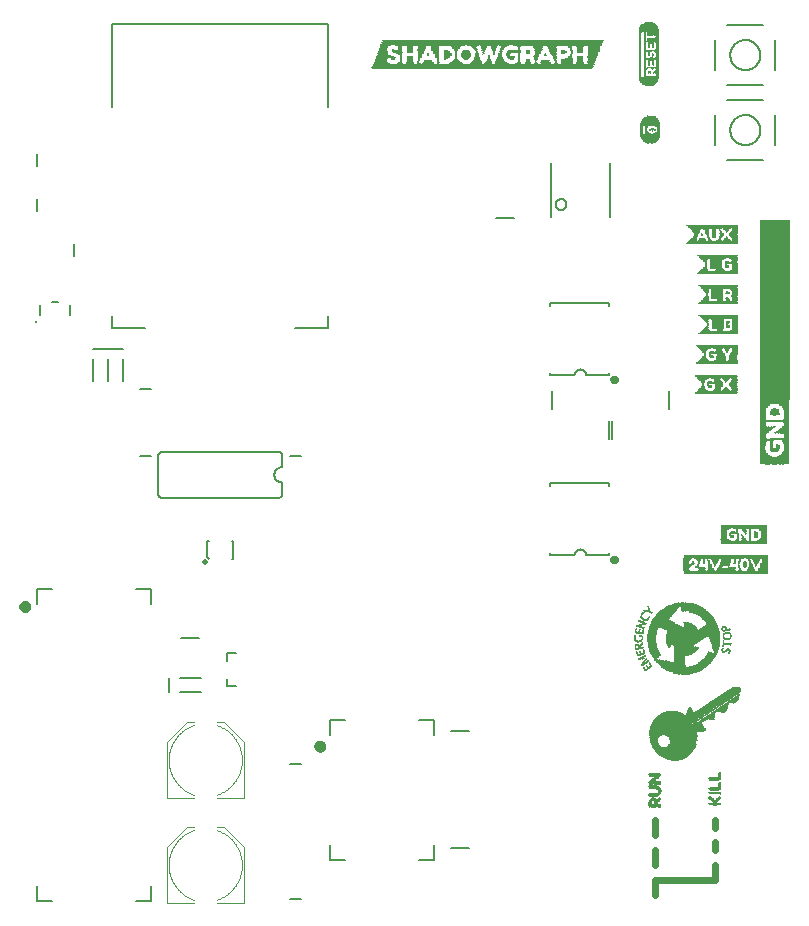
<source format=gto>
G75*
%MOIN*%
%OFA0B0*%
%FSLAX25Y25*%
%IPPOS*%
%LPD*%
%AMOC8*
5,1,8,0,0,1.08239X$1,22.5*
%
%ADD10R,0.10000X0.60000*%
%ADD11C,0.02400*%
%ADD12C,0.00400*%
%ADD13C,0.00500*%
%ADD14C,0.02000*%
%ADD15C,0.00800*%
%ADD16C,0.00010*%
%ADD17C,0.00600*%
%ADD18C,0.02000*%
%ADD19C,0.01000*%
%ADD20R,0.00079X0.01142*%
%ADD21R,0.00118X0.01850*%
%ADD22R,0.00079X0.00787*%
%ADD23R,0.00079X0.01929*%
%ADD24R,0.00079X0.00276*%
%ADD25R,0.00118X0.01575*%
%ADD26R,0.00118X0.00709*%
%ADD27R,0.00118X0.00472*%
%ADD28R,0.00118X0.00866*%
%ADD29R,0.00079X0.01654*%
%ADD30R,0.00079X0.00591*%
%ADD31R,0.00079X0.01457*%
%ADD32R,0.00079X0.00551*%
%ADD33R,0.00079X0.00709*%
%ADD34R,0.00079X0.00472*%
%ADD35R,0.00118X0.00591*%
%ADD36R,0.00118X0.00394*%
%ADD37R,0.00118X0.00512*%
%ADD38R,0.00079X0.00748*%
%ADD39R,0.00079X0.00394*%
%ADD40R,0.00079X0.00512*%
%ADD41R,0.00079X0.00197*%
%ADD42R,0.00079X0.01063*%
%ADD43R,0.00118X0.00787*%
%ADD44R,0.00118X0.00354*%
%ADD45R,0.00079X0.00354*%
%ADD46R,0.00079X0.00669*%
%ADD47R,0.00118X0.00669*%
%ADD48R,0.00118X0.00276*%
%ADD49R,0.00079X0.00984*%
%ADD50R,0.00118X0.00551*%
%ADD51R,0.00118X0.01181*%
%ADD52R,0.00118X0.01260*%
%ADD53R,0.00079X0.00118*%
%ADD54R,0.00079X0.01181*%
%ADD55R,0.00079X0.01339*%
%ADD56R,0.00079X0.00866*%
%ADD57R,0.00079X0.00079*%
%ADD58R,0.00118X0.01339*%
%ADD59R,0.00118X0.00079*%
%ADD60R,0.00079X0.01575*%
%ADD61R,0.00118X0.00984*%
%ADD62R,0.00118X0.01535*%
%ADD63R,0.00079X0.01260*%
%ADD64R,0.00118X0.01063*%
%ADD65R,0.00118X0.00315*%
%ADD66R,0.00118X0.01378*%
%ADD67R,0.00079X0.00157*%
%ADD68R,0.00079X0.00315*%
%ADD69R,0.00079X0.01378*%
%ADD70R,0.00118X0.00118*%
%ADD71R,0.00079X0.00906*%
%ADD72R,0.00118X0.00197*%
%ADD73R,0.00118X0.00945*%
%ADD74R,0.00118X0.02598*%
%ADD75R,0.00079X0.04173*%
%ADD76R,0.00118X0.04961*%
%ADD77R,0.00079X0.05748*%
%ADD78R,0.00079X0.01850*%
%ADD79R,0.00118X0.06575*%
%ADD80R,0.00118X0.01654*%
%ADD81R,0.00079X0.07205*%
%ADD82R,0.00118X0.07756*%
%ADD83R,0.00079X0.08386*%
%ADD84R,0.00079X0.08780*%
%ADD85R,0.00118X0.09409*%
%ADD86R,0.00079X0.01102*%
%ADD87R,0.00079X0.09803*%
%ADD88R,0.00118X0.10197*%
%ADD89R,0.00079X0.10787*%
%ADD90R,0.00118X0.11102*%
%ADD91R,0.00079X0.11496*%
%ADD92R,0.00118X0.11890*%
%ADD93R,0.00079X0.12323*%
%ADD94R,0.00118X0.12638*%
%ADD95R,0.00079X0.12835*%
%ADD96R,0.00118X0.13228*%
%ADD97R,0.00079X0.13386*%
%ADD98R,0.00118X0.13622*%
%ADD99R,0.00079X0.14016*%
%ADD100R,0.00079X0.14173*%
%ADD101R,0.00118X0.14488*%
%ADD102R,0.00079X0.14685*%
%ADD103R,0.00118X0.14882*%
%ADD104R,0.00079X0.06732*%
%ADD105R,0.00118X0.06102*%
%ADD106R,0.00118X0.06417*%
%ADD107R,0.00079X0.05945*%
%ADD108R,0.00118X0.05472*%
%ADD109R,0.00118X0.05433*%
%ADD110R,0.00079X0.05354*%
%ADD111R,0.00079X0.05433*%
%ADD112R,0.00118X0.03504*%
%ADD113R,0.00118X0.05276*%
%ADD114R,0.00079X0.03110*%
%ADD115R,0.00079X0.05157*%
%ADD116R,0.00118X0.02835*%
%ADD117R,0.00118X0.04843*%
%ADD118R,0.00079X0.02559*%
%ADD119R,0.00079X0.04961*%
%ADD120R,0.00118X0.02244*%
%ADD121R,0.00079X0.01969*%
%ADD122R,0.00118X0.05039*%
%ADD123R,0.00079X0.01772*%
%ADD124R,0.00079X0.05236*%
%ADD125R,0.00118X0.05354*%
%ADD126R,0.00079X0.02047*%
%ADD127R,0.00079X0.05472*%
%ADD128R,0.00118X0.02047*%
%ADD129R,0.00118X0.05630*%
%ADD130R,0.00079X0.02126*%
%ADD131R,0.00079X0.05827*%
%ADD132R,0.00118X0.02126*%
%ADD133R,0.00118X0.05827*%
%ADD134R,0.00079X0.02244*%
%ADD135R,0.00079X0.06024*%
%ADD136R,0.00118X0.02323*%
%ADD137R,0.00118X0.06142*%
%ADD138R,0.00079X0.02441*%
%ADD139R,0.00079X0.06220*%
%ADD140R,0.00118X0.02441*%
%ADD141R,0.00118X0.06299*%
%ADD142R,0.00079X0.06417*%
%ADD143R,0.00118X0.02520*%
%ADD144R,0.00079X0.02638*%
%ADD145R,0.00079X0.06614*%
%ADD146R,0.00118X0.02638*%
%ADD147R,0.00118X0.06732*%
%ADD148R,0.00079X0.02598*%
%ADD149R,0.00079X0.06811*%
%ADD150R,0.00118X0.02717*%
%ADD151R,0.00118X0.06890*%
%ADD152R,0.00079X0.02717*%
%ADD153R,0.00079X0.07008*%
%ADD154R,0.00079X0.02795*%
%ADD155R,0.00079X0.07126*%
%ADD156R,0.00118X0.02913*%
%ADD157R,0.00118X0.07205*%
%ADD158R,0.00079X0.02913*%
%ADD159R,0.00118X0.02992*%
%ADD160R,0.00118X0.07402*%
%ADD161R,0.00079X0.02992*%
%ADD162R,0.00079X0.07480*%
%ADD163R,0.00118X0.03031*%
%ADD164R,0.00118X0.07559*%
%ADD165R,0.00079X0.03031*%
%ADD166R,0.00079X0.07677*%
%ADD167R,0.00118X0.03110*%
%ADD168R,0.00118X0.07677*%
%ADD169R,0.00079X0.07874*%
%ADD170R,0.00118X0.03228*%
%ADD171R,0.00118X0.07874*%
%ADD172R,0.00079X0.03189*%
%ADD173R,0.00079X0.04094*%
%ADD174R,0.00079X0.08071*%
%ADD175R,0.00118X0.03189*%
%ADD176R,0.00118X0.13110*%
%ADD177R,0.00079X0.03307*%
%ADD178R,0.00079X0.13307*%
%ADD179R,0.00118X0.03307*%
%ADD180R,0.00118X0.13583*%
%ADD181R,0.00079X0.03386*%
%ADD182R,0.00079X0.13780*%
%ADD183R,0.00079X0.09331*%
%ADD184R,0.00079X0.04449*%
%ADD185R,0.00118X0.09213*%
%ADD186R,0.00118X0.04370*%
%ADD187R,0.00079X0.03425*%
%ADD188R,0.00079X0.09055*%
%ADD189R,0.00118X0.08937*%
%ADD190R,0.00118X0.04173*%
%ADD191R,0.00079X0.03504*%
%ADD192R,0.00079X0.04055*%
%ADD193R,0.00118X0.08661*%
%ADD194R,0.00118X0.03976*%
%ADD195R,0.00079X0.03583*%
%ADD196R,0.00079X0.08465*%
%ADD197R,0.00079X0.03898*%
%ADD198R,0.00118X0.03583*%
%ADD199R,0.00118X0.08346*%
%ADD200R,0.00118X0.03780*%
%ADD201R,0.00079X0.08189*%
%ADD202R,0.00079X0.03780*%
%ADD203R,0.00118X0.07992*%
%ADD204R,0.00118X0.03661*%
%ADD205R,0.00079X0.07756*%
%ADD206R,0.00079X0.03661*%
%ADD207R,0.00079X0.07598*%
%ADD208R,0.00118X0.07362*%
%ADD209R,0.00118X0.03425*%
%ADD210R,0.00118X0.03701*%
%ADD211R,0.00118X0.07480*%
%ADD212R,0.00079X0.03701*%
%ADD213R,0.00118X0.09016*%
%ADD214R,0.00079X0.10394*%
%ADD215R,0.00118X0.03858*%
%ADD216R,0.00118X0.11299*%
%ADD217R,0.00079X0.16811*%
%ADD218R,0.00118X0.16811*%
%ADD219R,0.00118X0.16732*%
%ADD220R,0.00118X0.16693*%
%ADD221R,0.00079X0.16693*%
%ADD222R,0.00079X0.02165*%
%ADD223R,0.00118X0.16614*%
%ADD224R,0.00079X0.16614*%
%ADD225R,0.00079X0.16535*%
%ADD226R,0.00079X0.01732*%
%ADD227R,0.00118X0.16457*%
%ADD228R,0.00079X0.16457*%
%ADD229R,0.00079X0.01535*%
%ADD230R,0.00118X0.16339*%
%ADD231R,0.00118X0.01457*%
%ADD232R,0.00079X0.16339*%
%ADD233R,0.00118X0.16417*%
%ADD234R,0.00118X0.16220*%
%ADD235R,0.00118X0.01142*%
%ADD236R,0.00079X0.16220*%
%ADD237R,0.00118X0.16142*%
%ADD238R,0.00079X0.16142*%
%ADD239R,0.00118X0.16024*%
%ADD240R,0.00118X0.02559*%
%ADD241R,0.00079X0.16024*%
%ADD242R,0.00118X0.15945*%
%ADD243R,0.00079X0.15945*%
%ADD244R,0.00118X0.15827*%
%ADD245R,0.00079X0.15748*%
%ADD246R,0.00118X0.15748*%
%ADD247R,0.00079X0.10000*%
%ADD248R,0.00079X0.00945*%
%ADD249R,0.00118X0.04764*%
%ADD250R,0.00118X0.10039*%
%ADD251R,0.00079X0.03976*%
%ADD252R,0.00079X0.11457*%
%ADD253R,0.00118X0.11457*%
%ADD254R,0.00118X0.11378*%
%ADD255R,0.00079X0.02520*%
%ADD256R,0.00079X0.11378*%
%ADD257R,0.00079X0.11299*%
%ADD258R,0.00079X0.11181*%
%ADD259R,0.00118X0.11063*%
%ADD260R,0.00079X0.10984*%
%ADD261R,0.00118X0.10906*%
%ADD262R,0.00079X0.10906*%
%ADD263R,0.00079X0.10669*%
%ADD264R,0.00118X0.10669*%
%ADD265R,0.00079X0.10591*%
%ADD266R,0.00118X0.10512*%
%ADD267R,0.00118X0.10276*%
%ADD268R,0.00079X0.10197*%
%ADD269R,0.00118X0.10118*%
%ADD270R,0.00079X0.09882*%
%ADD271R,0.00118X0.09803*%
%ADD272R,0.00079X0.09606*%
%ADD273R,0.00118X0.09528*%
%ADD274R,0.00079X0.09449*%
%ADD275R,0.00118X0.09331*%
%ADD276R,0.00118X0.06220*%
%ADD277R,0.00079X0.06102*%
%ADD278R,0.00118X0.06024*%
%ADD279R,0.00118X0.02795*%
%ADD280R,0.00118X0.05669*%
%ADD281R,0.00079X0.05551*%
%ADD282R,0.00079X0.03228*%
%ADD283R,0.00118X0.05157*%
%ADD284R,0.00079X0.04843*%
%ADD285R,0.00079X0.02835*%
%ADD286R,0.00079X0.04646*%
%ADD287R,0.00118X0.04488*%
%ADD288R,0.00079X0.04252*%
%ADD289R,0.00118X0.02953*%
%ADD290R,0.00118X0.03268*%
%ADD291R,0.00079X0.03268*%
%ADD292R,0.00118X0.03386*%
%ADD293R,0.00118X0.03898*%
%ADD294R,0.00118X0.04055*%
%ADD295R,0.00118X0.03622*%
%ADD296R,0.00118X0.04094*%
%ADD297R,0.00118X0.03819*%
%ADD298R,0.00079X0.04213*%
%ADD299R,0.00118X0.03465*%
%ADD300R,0.00118X0.04213*%
%ADD301R,0.00079X0.03819*%
%ADD302R,0.00079X0.04291*%
%ADD303R,0.00079X0.04016*%
%ADD304R,0.00079X0.08622*%
%ADD305R,0.00118X0.08465*%
%ADD306R,0.00118X0.08150*%
%ADD307R,0.00118X0.04252*%
%ADD308R,0.00118X0.07953*%
%ADD309R,0.00079X0.04370*%
%ADD310R,0.00118X0.08543*%
%ADD311R,0.00079X0.08740*%
%ADD312R,0.00079X0.09646*%
%ADD313R,0.00118X0.09843*%
%ADD314R,0.00079X0.09921*%
%ADD315R,0.00118X0.10394*%
%ADD316R,0.00118X0.01929*%
%ADD317R,0.00118X0.10709*%
%ADD318R,0.00079X0.10866*%
%ADD319R,0.00118X0.12835*%
%ADD320R,0.00079X0.12520*%
%ADD321R,0.00118X0.12244*%
%ADD322R,0.00079X0.11850*%
%ADD323R,0.00079X0.07992*%
%ADD324R,0.00118X0.04449*%
%ADD325R,0.00118X0.01772*%
%ADD326R,0.01535X0.00079*%
%ADD327R,0.02244X0.00079*%
%ADD328R,0.02795X0.00079*%
%ADD329R,0.02953X0.00079*%
%ADD330R,0.03268X0.00079*%
%ADD331R,0.03425X0.00079*%
%ADD332R,0.03583X0.00079*%
%ADD333R,0.03740X0.00079*%
%ADD334R,0.03819X0.00079*%
%ADD335R,0.03976X0.00079*%
%ADD336R,0.04016X0.00079*%
%ADD337R,0.03937X0.00079*%
%ADD338R,0.04016X0.00039*%
%ADD339R,0.00157X0.00079*%
%ADD340R,0.00315X0.00079*%
%ADD341R,0.04055X0.00079*%
%ADD342R,0.00394X0.00079*%
%ADD343R,0.00472X0.00079*%
%ADD344R,0.00354X0.00079*%
%ADD345R,0.00433X0.00079*%
%ADD346R,0.00236X0.00079*%
%ADD347R,0.04134X0.00079*%
%ADD348R,0.00512X0.00079*%
%ADD349R,0.00591X0.00079*%
%ADD350R,0.00748X0.00079*%
%ADD351R,0.00827X0.00079*%
%ADD352R,0.00984X0.00079*%
%ADD353R,0.01142X0.00079*%
%ADD354R,0.01220X0.00079*%
%ADD355R,0.01299X0.00079*%
%ADD356R,0.01378X0.00079*%
%ADD357R,0.01693X0.00079*%
%ADD358R,0.01772X0.00079*%
%ADD359R,0.01929X0.00079*%
%ADD360R,0.02087X0.00079*%
%ADD361R,0.02165X0.00079*%
%ADD362R,0.02323X0.00079*%
%ADD363R,0.02480X0.00079*%
%ADD364R,0.04055X0.00039*%
%ADD365R,0.00551X0.00039*%
%ADD366R,0.02480X0.00039*%
%ADD367R,0.02559X0.00079*%
%ADD368R,0.00551X0.00079*%
%ADD369R,0.02638X0.00079*%
%ADD370R,0.02677X0.00079*%
%ADD371R,0.02756X0.00079*%
%ADD372R,0.02717X0.00079*%
%ADD373R,0.01811X0.00079*%
%ADD374R,0.00669X0.00079*%
%ADD375R,0.00787X0.00079*%
%ADD376R,0.04094X0.00079*%
%ADD377R,0.00866X0.00079*%
%ADD378R,0.00945X0.00079*%
%ADD379R,0.01024X0.00079*%
%ADD380R,0.01102X0.00079*%
%ADD381R,0.01260X0.00079*%
%ADD382R,0.01339X0.00079*%
%ADD383R,0.01496X0.00079*%
%ADD384R,0.01575X0.00079*%
%ADD385R,0.01654X0.00079*%
%ADD386R,0.01732X0.00079*%
%ADD387R,0.01890X0.00079*%
%ADD388R,0.02047X0.00079*%
%ADD389R,0.02126X0.00079*%
%ADD390R,0.02283X0.00079*%
%ADD391R,0.02362X0.00079*%
%ADD392R,0.02520X0.00079*%
%ADD393R,0.02874X0.00079*%
%ADD394R,0.00906X0.00079*%
%ADD395R,0.03031X0.00079*%
%ADD396R,0.01063X0.00079*%
%ADD397R,0.03110X0.00079*%
%ADD398R,0.03346X0.00079*%
%ADD399R,0.01220X0.00039*%
%ADD400R,0.04094X0.00039*%
%ADD401R,0.03504X0.00039*%
%ADD402R,0.03504X0.00079*%
%ADD403R,0.01457X0.00079*%
%ADD404R,0.03661X0.00079*%
%ADD405R,0.01614X0.00079*%
%ADD406R,0.03898X0.00079*%
%ADD407R,0.01850X0.00079*%
%ADD408R,0.02008X0.00079*%
%ADD409R,0.04528X0.00079*%
%ADD410R,0.04921X0.00079*%
%ADD411R,0.05394X0.00079*%
%ADD412R,0.06614X0.00079*%
%ADD413R,0.01181X0.00079*%
%ADD414R,0.05866X0.00079*%
%ADD415R,0.06457X0.00079*%
%ADD416R,0.06142X0.00079*%
%ADD417R,0.00630X0.00079*%
%ADD418R,0.01417X0.00079*%
%ADD419R,0.06299X0.00079*%
%ADD420R,0.06811X0.00079*%
%ADD421R,0.06220X0.00079*%
%ADD422R,0.07126X0.00079*%
%ADD423R,0.07441X0.00079*%
%ADD424R,0.06063X0.00079*%
%ADD425R,0.07756X0.00079*%
%ADD426R,0.05906X0.00079*%
%ADD427R,0.07913X0.00079*%
%ADD428R,0.08228X0.00079*%
%ADD429R,0.05748X0.00079*%
%ADD430R,0.08465X0.00079*%
%ADD431R,0.05669X0.00079*%
%ADD432R,0.08780X0.00079*%
%ADD433R,0.14528X0.00079*%
%ADD434R,0.14449X0.00079*%
%ADD435R,0.14370X0.00079*%
%ADD436R,0.14409X0.00079*%
%ADD437R,0.03189X0.00079*%
%ADD438R,0.14331X0.00079*%
%ADD439R,0.14252X0.00079*%
%ADD440R,0.14173X0.00079*%
%ADD441R,0.14094X0.00079*%
%ADD442R,0.14016X0.00039*%
%ADD443R,0.00512X0.00039*%
%ADD444R,0.01732X0.00039*%
%ADD445R,0.01693X0.00039*%
%ADD446R,0.14016X0.00079*%
%ADD447R,0.13937X0.00079*%
%ADD448R,0.13780X0.00079*%
%ADD449R,0.13701X0.00079*%
%ADD450R,0.13543X0.00079*%
%ADD451R,0.13465X0.00079*%
%ADD452R,0.13386X0.00079*%
%ADD453R,0.13307X0.00079*%
%ADD454R,0.13268X0.00079*%
%ADD455R,0.13110X0.00079*%
%ADD456R,0.12953X0.00079*%
%ADD457R,0.12795X0.00079*%
%ADD458R,0.12835X0.00079*%
%ADD459R,0.12756X0.00079*%
%ADD460R,0.12677X0.00079*%
%ADD461R,0.12598X0.00079*%
%ADD462R,0.03858X0.00079*%
%ADD463R,0.17008X0.00079*%
%ADD464R,0.17165X0.00079*%
%ADD465R,0.17244X0.00079*%
%ADD466R,0.17323X0.00079*%
%ADD467R,0.17402X0.00079*%
%ADD468R,0.17480X0.00079*%
%ADD469R,0.17559X0.00079*%
%ADD470R,0.17638X0.00079*%
%ADD471R,0.17717X0.00079*%
%ADD472R,0.17795X0.00079*%
%ADD473R,0.17874X0.00079*%
%ADD474R,0.17953X0.00079*%
%ADD475R,0.18110X0.00079*%
%ADD476R,0.18189X0.00039*%
%ADD477R,0.18189X0.00079*%
%ADD478R,0.18268X0.00079*%
%ADD479R,0.18425X0.00079*%
%ADD480R,0.18504X0.00079*%
%ADD481R,0.18661X0.00079*%
%ADD482R,0.18583X0.00079*%
%ADD483R,0.18031X0.00079*%
%ADD484R,0.16417X0.00079*%
%ADD485R,0.15866X0.00079*%
%ADD486R,0.15787X0.00079*%
%ADD487R,0.04252X0.00079*%
%ADD488R,0.10669X0.00079*%
%ADD489R,0.10354X0.00079*%
%ADD490R,0.10197X0.00079*%
%ADD491R,0.10039X0.00079*%
%ADD492R,0.09961X0.00079*%
%ADD493R,0.09803X0.00079*%
%ADD494R,0.09724X0.00079*%
%ADD495R,0.09646X0.00079*%
%ADD496R,0.09567X0.00079*%
%ADD497R,0.09488X0.00079*%
%ADD498R,0.09409X0.00079*%
%ADD499R,0.02953X0.00039*%
%ADD500R,0.09331X0.00039*%
%ADD501R,0.09252X0.00079*%
%ADD502R,0.09173X0.00079*%
%ADD503R,0.09094X0.00079*%
%ADD504R,0.09016X0.00079*%
%ADD505R,0.08937X0.00079*%
%ADD506R,0.02402X0.00079*%
%ADD507R,0.08858X0.00079*%
%ADD508R,0.09331X0.00079*%
%ADD509R,0.03268X0.00039*%
%ADD510R,0.10039X0.00039*%
%ADD511R,0.13858X0.00079*%
%ADD512R,0.13622X0.00079*%
%ADD513R,0.13150X0.00079*%
%ADD514R,0.13071X0.00079*%
%ADD515R,0.12992X0.00079*%
%ADD516R,0.12520X0.00079*%
%ADD517R,0.12441X0.00079*%
%ADD518R,0.12283X0.00079*%
%ADD519R,0.12126X0.00079*%
%ADD520R,0.11969X0.00079*%
%ADD521R,0.11890X0.00079*%
%ADD522R,0.11732X0.00079*%
%ADD523R,0.11575X0.00079*%
%ADD524R,0.11417X0.00079*%
%ADD525R,0.11260X0.00079*%
%ADD526R,0.11181X0.00079*%
%ADD527R,0.10945X0.00079*%
%ADD528R,0.10866X0.00079*%
%ADD529R,0.10512X0.00079*%
%ADD530R,0.08701X0.00079*%
%ADD531R,0.08228X0.00039*%
%ADD532R,0.07953X0.00079*%
%ADD533R,0.07717X0.00079*%
%ADD534R,0.07402X0.00079*%
%ADD535R,0.07244X0.00079*%
%ADD536R,0.06850X0.00079*%
%ADD537R,0.05827X0.00079*%
%ADD538R,0.05354X0.00079*%
%ADD539R,0.05039X0.00079*%
%ADD540R,0.04370X0.00079*%
%ADD541R,0.28189X0.00157*%
%ADD542R,0.02992X0.00157*%
%ADD543R,0.16378X0.00157*%
%ADD544R,0.07402X0.00157*%
%ADD545R,0.02520X0.00157*%
%ADD546R,0.01732X0.00157*%
%ADD547R,0.00630X0.00157*%
%ADD548R,0.00472X0.00157*%
%ADD549R,0.02362X0.00157*%
%ADD550R,0.03465X0.00157*%
%ADD551R,0.01260X0.00157*%
%ADD552R,0.01890X0.00157*%
%ADD553R,0.01417X0.00157*%
%ADD554R,0.00315X0.00157*%
%ADD555R,0.03150X0.00157*%
%ADD556R,0.00945X0.00157*%
%ADD557R,0.00787X0.00157*%
%ADD558R,0.02205X0.00157*%
%ADD559R,0.02047X0.00157*%
%ADD560R,0.01102X0.00157*%
%ADD561R,0.01575X0.00157*%
%ADD562R,0.03307X0.00157*%
%ADD563R,0.03622X0.00157*%
%ADD564R,0.02677X0.00157*%
%ADD565R,0.00157X0.00157*%
%ADD566R,0.02835X0.00157*%
%ADD567R,0.06142X0.00157*%
%ADD568R,0.06299X0.00157*%
%ADD569R,0.06457X0.00157*%
%ADD570R,0.06772X0.00157*%
%ADD571R,0.00236X0.22913*%
%ADD572R,0.00236X0.04961*%
%ADD573R,0.00236X0.16535*%
%ADD574R,0.00236X0.04488*%
%ADD575R,0.00236X0.01890*%
%ADD576R,0.00236X0.02835*%
%ADD577R,0.00236X0.00945*%
%ADD578R,0.00236X0.04016*%
%ADD579R,0.00236X0.01181*%
%ADD580R,0.00236X0.02362*%
%ADD581R,0.00236X0.00709*%
%ADD582R,0.00236X0.03780*%
%ADD583R,0.00236X0.02126*%
%ADD584R,0.00236X0.03307*%
%ADD585R,0.00236X0.03543*%
%ADD586R,0.00236X0.03071*%
%ADD587R,0.00236X0.01654*%
%ADD588R,0.00236X0.01417*%
%ADD589R,0.00236X0.04252*%
%ADD590R,0.00236X0.02598*%
%ADD591R,0.00236X0.00236*%
%ADD592R,0.00236X0.00472*%
%ADD593R,0.00236X0.04724*%
%ADD594R,0.15276X0.00157*%
%ADD595R,0.11024X0.00157*%
%ADD596R,0.00157X0.00315*%
%ADD597R,0.00157X0.00472*%
%ADD598R,0.00157X0.00945*%
%ADD599R,0.00157X0.00787*%
%ADD600R,0.00157X0.01102*%
%ADD601R,0.00157X0.01260*%
%ADD602R,0.00157X0.01417*%
%ADD603R,0.00157X0.02362*%
%ADD604R,0.00157X0.02205*%
%ADD605R,0.00157X0.02047*%
%ADD606R,0.00157X0.01890*%
%ADD607R,0.00157X0.02520*%
%ADD608R,0.00157X0.02677*%
%ADD609R,0.00157X0.02992*%
%ADD610R,0.00157X0.00630*%
%ADD611R,0.00157X0.02835*%
%ADD612R,0.00157X0.03150*%
%ADD613R,0.00157X0.01575*%
%ADD614R,0.00157X0.01732*%
%ADD615R,0.00157X0.03307*%
%ADD616R,0.00157X0.16850*%
%ADD617R,0.00157X0.17795*%
%ADD618R,0.00157X0.18425*%
%ADD619R,0.00157X0.19055*%
%ADD620R,0.00157X0.20945*%
%ADD621R,0.00157X0.21260*%
%ADD622R,0.00157X0.03465*%
%ADD623R,0.00157X0.04409*%
%ADD624R,0.00157X0.04567*%
%ADD625R,0.00157X0.03937*%
%ADD626R,0.00157X0.04252*%
%ADD627R,0.00157X0.04094*%
%ADD628R,0.00157X0.03780*%
%ADD629R,0.00157X0.03622*%
%ADD630R,0.00157X0.19370*%
%ADD631R,0.00157X0.05512*%
%ADD632R,0.00157X0.06142*%
%ADD633R,0.00157X0.06772*%
%ADD634R,0.00157X0.08661*%
%ADD635R,0.00157X0.08976*%
%ADD636R,0.00157X0.07087*%
%ADD637R,0.17165X0.00157*%
%ADD638R,0.17008X0.00157*%
%ADD639R,0.16850X0.00157*%
%ADD640R,0.16693X0.00157*%
%ADD641R,0.16535X0.00157*%
%ADD642R,0.16220X0.00157*%
%ADD643R,0.10709X0.00157*%
%ADD644R,0.03780X0.00157*%
%ADD645R,0.14331X0.00157*%
%ADD646R,0.14173X0.00157*%
%ADD647R,0.14016X0.00157*%
%ADD648R,0.13858X0.00157*%
%ADD649R,0.13701X0.00157*%
%ADD650R,0.13543X0.00157*%
%ADD651R,0.13386X0.00157*%
%ADD652R,0.04724X0.00157*%
%ADD653R,0.05039X0.00157*%
%ADD654R,0.05197X0.00157*%
%ADD655R,0.13228X0.00157*%
%ADD656R,0.13071X0.00157*%
%ADD657R,0.04567X0.00157*%
%ADD658R,0.04882X0.00157*%
%ADD659R,0.03937X0.00157*%
%ADD660R,0.12913X0.00157*%
%ADD661R,0.12756X0.00157*%
%ADD662R,0.12598X0.00157*%
%ADD663R,0.12441X0.00157*%
%ADD664R,0.12283X0.00157*%
%ADD665R,0.12126X0.00157*%
%ADD666R,0.11969X0.00157*%
%ADD667R,0.08504X0.00157*%
%ADD668R,0.04409X0.00157*%
%ADD669R,0.04252X0.00157*%
%ADD670R,0.04094X0.00157*%
%ADD671R,0.73465X0.00236*%
%ADD672R,0.73701X0.00236*%
%ADD673R,0.03543X0.00236*%
%ADD674R,0.23150X0.00236*%
%ADD675R,0.03780X0.00236*%
%ADD676R,0.06142X0.00236*%
%ADD677R,0.29291X0.00236*%
%ADD678R,0.03071X0.00236*%
%ADD679R,0.01654X0.00236*%
%ADD680R,0.02598X0.00236*%
%ADD681R,0.03307X0.00236*%
%ADD682R,0.04252X0.00236*%
%ADD683R,0.02362X0.00236*%
%ADD684R,0.01890X0.00236*%
%ADD685R,0.02126X0.00236*%
%ADD686R,0.04488X0.00236*%
%ADD687R,0.02835X0.00236*%
%ADD688R,0.01417X0.00236*%
%ADD689R,0.01181X0.00236*%
%ADD690R,0.00945X0.00236*%
%ADD691R,0.00709X0.00236*%
%ADD692R,0.04016X0.00236*%
%ADD693R,0.00472X0.00236*%
%ADD694R,0.04724X0.00236*%
%ADD695R,0.05669X0.00236*%
%ADD696R,0.06378X0.00236*%
%ADD697R,0.04961X0.00236*%
%ADD698R,0.05433X0.00236*%
D10*
X0653333Y0206400D03*
D11*
X0633333Y0036400D02*
X0633333Y0033800D01*
X0633333Y0029000D02*
X0633333Y0026400D01*
X0633333Y0021400D02*
X0633333Y0016400D01*
X0613333Y0016400D01*
X0613333Y0011400D01*
X0613333Y0021400D02*
X0613333Y0026500D01*
X0613333Y0031300D02*
X0613333Y0036400D01*
D12*
X0476129Y0043605D02*
X0467073Y0043605D01*
X0459593Y0043605D02*
X0450538Y0043605D01*
X0450538Y0062502D01*
X0457231Y0069195D01*
X0459593Y0069195D01*
X0467073Y0069195D02*
X0469436Y0069195D01*
X0476129Y0062502D01*
X0476129Y0043605D01*
X0469436Y0034195D02*
X0476129Y0027502D01*
X0476129Y0008605D01*
X0467073Y0008605D01*
X0459593Y0008605D02*
X0450538Y0008605D01*
X0450538Y0027502D01*
X0457231Y0034195D01*
X0459593Y0034195D01*
X0467073Y0034195D02*
X0469436Y0034195D01*
X0467073Y0033015D02*
X0467356Y0032920D01*
X0467637Y0032818D01*
X0467914Y0032709D01*
X0468190Y0032594D01*
X0468462Y0032472D01*
X0468731Y0032343D01*
X0468997Y0032208D01*
X0469259Y0032066D01*
X0469518Y0031918D01*
X0469774Y0031764D01*
X0470025Y0031603D01*
X0470273Y0031436D01*
X0470516Y0031264D01*
X0470755Y0031085D01*
X0470990Y0030901D01*
X0471220Y0030711D01*
X0471445Y0030515D01*
X0471665Y0030314D01*
X0471881Y0030108D01*
X0472091Y0029896D01*
X0472296Y0029680D01*
X0472496Y0029458D01*
X0472690Y0029231D01*
X0472879Y0029000D01*
X0473062Y0028765D01*
X0473239Y0028525D01*
X0473410Y0028280D01*
X0473575Y0028032D01*
X0473734Y0027779D01*
X0473887Y0027523D01*
X0474034Y0027263D01*
X0474174Y0027000D01*
X0474308Y0026733D01*
X0474435Y0026463D01*
X0474555Y0026190D01*
X0474669Y0025915D01*
X0474776Y0025636D01*
X0474876Y0025355D01*
X0474969Y0025072D01*
X0475056Y0024786D01*
X0475135Y0024498D01*
X0475207Y0024209D01*
X0475272Y0023918D01*
X0475330Y0023625D01*
X0475381Y0023331D01*
X0475425Y0023036D01*
X0475461Y0022740D01*
X0475490Y0022443D01*
X0475512Y0022145D01*
X0475527Y0021847D01*
X0475534Y0021549D01*
X0475534Y0021251D01*
X0475527Y0020953D01*
X0475512Y0020655D01*
X0475490Y0020357D01*
X0475461Y0020060D01*
X0475425Y0019764D01*
X0475381Y0019469D01*
X0475330Y0019175D01*
X0475272Y0018882D01*
X0475207Y0018591D01*
X0475135Y0018302D01*
X0475056Y0018014D01*
X0474969Y0017728D01*
X0474876Y0017445D01*
X0474776Y0017164D01*
X0474669Y0016885D01*
X0474555Y0016610D01*
X0474435Y0016337D01*
X0474308Y0016067D01*
X0474174Y0015800D01*
X0474034Y0015537D01*
X0473887Y0015277D01*
X0473734Y0015021D01*
X0473575Y0014768D01*
X0473410Y0014520D01*
X0473239Y0014275D01*
X0473062Y0014035D01*
X0472879Y0013800D01*
X0472690Y0013569D01*
X0472496Y0013342D01*
X0472296Y0013120D01*
X0472091Y0012904D01*
X0471881Y0012692D01*
X0471665Y0012486D01*
X0471445Y0012285D01*
X0471220Y0012089D01*
X0470990Y0011899D01*
X0470755Y0011715D01*
X0470516Y0011536D01*
X0470273Y0011364D01*
X0470025Y0011197D01*
X0469774Y0011036D01*
X0469518Y0010882D01*
X0469259Y0010734D01*
X0468997Y0010592D01*
X0468731Y0010457D01*
X0468462Y0010328D01*
X0468190Y0010206D01*
X0467914Y0010091D01*
X0467637Y0009982D01*
X0467356Y0009880D01*
X0467073Y0009785D01*
X0459593Y0009785D02*
X0459310Y0009880D01*
X0459029Y0009982D01*
X0458752Y0010091D01*
X0458476Y0010206D01*
X0458204Y0010328D01*
X0457935Y0010457D01*
X0457669Y0010592D01*
X0457407Y0010734D01*
X0457148Y0010882D01*
X0456892Y0011036D01*
X0456641Y0011197D01*
X0456393Y0011364D01*
X0456150Y0011536D01*
X0455911Y0011715D01*
X0455676Y0011899D01*
X0455446Y0012089D01*
X0455221Y0012285D01*
X0455001Y0012486D01*
X0454785Y0012692D01*
X0454575Y0012904D01*
X0454370Y0013120D01*
X0454170Y0013342D01*
X0453976Y0013569D01*
X0453787Y0013800D01*
X0453604Y0014035D01*
X0453427Y0014275D01*
X0453256Y0014520D01*
X0453091Y0014768D01*
X0452932Y0015021D01*
X0452779Y0015277D01*
X0452632Y0015537D01*
X0452492Y0015800D01*
X0452358Y0016067D01*
X0452231Y0016337D01*
X0452111Y0016610D01*
X0451997Y0016885D01*
X0451890Y0017164D01*
X0451790Y0017445D01*
X0451697Y0017728D01*
X0451610Y0018014D01*
X0451531Y0018302D01*
X0451459Y0018591D01*
X0451394Y0018882D01*
X0451336Y0019175D01*
X0451285Y0019469D01*
X0451241Y0019764D01*
X0451205Y0020060D01*
X0451176Y0020357D01*
X0451154Y0020655D01*
X0451139Y0020953D01*
X0451132Y0021251D01*
X0451132Y0021549D01*
X0451139Y0021847D01*
X0451154Y0022145D01*
X0451176Y0022443D01*
X0451205Y0022740D01*
X0451241Y0023036D01*
X0451285Y0023331D01*
X0451336Y0023625D01*
X0451394Y0023918D01*
X0451459Y0024209D01*
X0451531Y0024498D01*
X0451610Y0024786D01*
X0451697Y0025072D01*
X0451790Y0025355D01*
X0451890Y0025636D01*
X0451997Y0025915D01*
X0452111Y0026190D01*
X0452231Y0026463D01*
X0452358Y0026733D01*
X0452492Y0027000D01*
X0452632Y0027263D01*
X0452779Y0027523D01*
X0452932Y0027779D01*
X0453091Y0028032D01*
X0453256Y0028280D01*
X0453427Y0028525D01*
X0453604Y0028765D01*
X0453787Y0029000D01*
X0453976Y0029231D01*
X0454170Y0029458D01*
X0454370Y0029680D01*
X0454575Y0029896D01*
X0454785Y0030108D01*
X0455001Y0030314D01*
X0455221Y0030515D01*
X0455446Y0030711D01*
X0455676Y0030901D01*
X0455911Y0031085D01*
X0456150Y0031264D01*
X0456393Y0031436D01*
X0456641Y0031603D01*
X0456892Y0031764D01*
X0457148Y0031918D01*
X0457407Y0032066D01*
X0457669Y0032208D01*
X0457935Y0032343D01*
X0458204Y0032472D01*
X0458476Y0032594D01*
X0458752Y0032709D01*
X0459029Y0032818D01*
X0459310Y0032920D01*
X0459593Y0033015D01*
X0467073Y0044785D02*
X0467356Y0044880D01*
X0467637Y0044982D01*
X0467914Y0045091D01*
X0468190Y0045206D01*
X0468462Y0045328D01*
X0468731Y0045457D01*
X0468997Y0045592D01*
X0469259Y0045734D01*
X0469518Y0045882D01*
X0469774Y0046036D01*
X0470025Y0046197D01*
X0470273Y0046364D01*
X0470516Y0046536D01*
X0470755Y0046715D01*
X0470990Y0046899D01*
X0471220Y0047089D01*
X0471445Y0047285D01*
X0471665Y0047486D01*
X0471881Y0047692D01*
X0472091Y0047904D01*
X0472296Y0048120D01*
X0472496Y0048342D01*
X0472690Y0048569D01*
X0472879Y0048800D01*
X0473062Y0049035D01*
X0473239Y0049275D01*
X0473410Y0049520D01*
X0473575Y0049768D01*
X0473734Y0050021D01*
X0473887Y0050277D01*
X0474034Y0050537D01*
X0474174Y0050800D01*
X0474308Y0051067D01*
X0474435Y0051337D01*
X0474555Y0051610D01*
X0474669Y0051885D01*
X0474776Y0052164D01*
X0474876Y0052445D01*
X0474969Y0052728D01*
X0475056Y0053014D01*
X0475135Y0053302D01*
X0475207Y0053591D01*
X0475272Y0053882D01*
X0475330Y0054175D01*
X0475381Y0054469D01*
X0475425Y0054764D01*
X0475461Y0055060D01*
X0475490Y0055357D01*
X0475512Y0055655D01*
X0475527Y0055953D01*
X0475534Y0056251D01*
X0475534Y0056549D01*
X0475527Y0056847D01*
X0475512Y0057145D01*
X0475490Y0057443D01*
X0475461Y0057740D01*
X0475425Y0058036D01*
X0475381Y0058331D01*
X0475330Y0058625D01*
X0475272Y0058918D01*
X0475207Y0059209D01*
X0475135Y0059498D01*
X0475056Y0059786D01*
X0474969Y0060072D01*
X0474876Y0060355D01*
X0474776Y0060636D01*
X0474669Y0060915D01*
X0474555Y0061190D01*
X0474435Y0061463D01*
X0474308Y0061733D01*
X0474174Y0062000D01*
X0474034Y0062263D01*
X0473887Y0062523D01*
X0473734Y0062779D01*
X0473575Y0063032D01*
X0473410Y0063280D01*
X0473239Y0063525D01*
X0473062Y0063765D01*
X0472879Y0064000D01*
X0472690Y0064231D01*
X0472496Y0064458D01*
X0472296Y0064680D01*
X0472091Y0064896D01*
X0471881Y0065108D01*
X0471665Y0065314D01*
X0471445Y0065515D01*
X0471220Y0065711D01*
X0470990Y0065901D01*
X0470755Y0066085D01*
X0470516Y0066264D01*
X0470273Y0066436D01*
X0470025Y0066603D01*
X0469774Y0066764D01*
X0469518Y0066918D01*
X0469259Y0067066D01*
X0468997Y0067208D01*
X0468731Y0067343D01*
X0468462Y0067472D01*
X0468190Y0067594D01*
X0467914Y0067709D01*
X0467637Y0067818D01*
X0467356Y0067920D01*
X0467073Y0068015D01*
X0459593Y0068015D02*
X0459310Y0067920D01*
X0459029Y0067818D01*
X0458752Y0067709D01*
X0458476Y0067594D01*
X0458204Y0067472D01*
X0457935Y0067343D01*
X0457669Y0067208D01*
X0457407Y0067066D01*
X0457148Y0066918D01*
X0456892Y0066764D01*
X0456641Y0066603D01*
X0456393Y0066436D01*
X0456150Y0066264D01*
X0455911Y0066085D01*
X0455676Y0065901D01*
X0455446Y0065711D01*
X0455221Y0065515D01*
X0455001Y0065314D01*
X0454785Y0065108D01*
X0454575Y0064896D01*
X0454370Y0064680D01*
X0454170Y0064458D01*
X0453976Y0064231D01*
X0453787Y0064000D01*
X0453604Y0063765D01*
X0453427Y0063525D01*
X0453256Y0063280D01*
X0453091Y0063032D01*
X0452932Y0062779D01*
X0452779Y0062523D01*
X0452632Y0062263D01*
X0452492Y0062000D01*
X0452358Y0061733D01*
X0452231Y0061463D01*
X0452111Y0061190D01*
X0451997Y0060915D01*
X0451890Y0060636D01*
X0451790Y0060355D01*
X0451697Y0060072D01*
X0451610Y0059786D01*
X0451531Y0059498D01*
X0451459Y0059209D01*
X0451394Y0058918D01*
X0451336Y0058625D01*
X0451285Y0058331D01*
X0451241Y0058036D01*
X0451205Y0057740D01*
X0451176Y0057443D01*
X0451154Y0057145D01*
X0451139Y0056847D01*
X0451132Y0056549D01*
X0451132Y0056251D01*
X0451139Y0055953D01*
X0451154Y0055655D01*
X0451176Y0055357D01*
X0451205Y0055060D01*
X0451241Y0054764D01*
X0451285Y0054469D01*
X0451336Y0054175D01*
X0451394Y0053882D01*
X0451459Y0053591D01*
X0451531Y0053302D01*
X0451610Y0053014D01*
X0451697Y0052728D01*
X0451790Y0052445D01*
X0451890Y0052164D01*
X0451997Y0051885D01*
X0452111Y0051610D01*
X0452231Y0051337D01*
X0452358Y0051067D01*
X0452492Y0050800D01*
X0452632Y0050537D01*
X0452779Y0050277D01*
X0452932Y0050021D01*
X0453091Y0049768D01*
X0453256Y0049520D01*
X0453427Y0049275D01*
X0453604Y0049035D01*
X0453787Y0048800D01*
X0453976Y0048569D01*
X0454170Y0048342D01*
X0454370Y0048120D01*
X0454575Y0047904D01*
X0454785Y0047692D01*
X0455001Y0047486D01*
X0455221Y0047285D01*
X0455446Y0047089D01*
X0455676Y0046899D01*
X0455911Y0046715D01*
X0456150Y0046536D01*
X0456393Y0046364D01*
X0456641Y0046197D01*
X0456892Y0046036D01*
X0457148Y0045882D01*
X0457407Y0045734D01*
X0457669Y0045592D01*
X0457935Y0045457D01*
X0458204Y0045328D01*
X0458476Y0045206D01*
X0458752Y0045091D01*
X0459029Y0044982D01*
X0459310Y0044880D01*
X0459593Y0044785D01*
D13*
X0491458Y0055150D02*
X0495208Y0055150D01*
X0495208Y0010150D02*
X0491458Y0010150D01*
X0491458Y0157650D02*
X0495208Y0157650D01*
X0445208Y0157650D02*
X0441458Y0157650D01*
X0441458Y0180150D02*
X0445208Y0180150D01*
X0419583Y0224525D02*
X0419583Y0228275D01*
X0407083Y0239525D02*
X0407083Y0243275D01*
X0407083Y0254525D02*
X0407083Y0258275D01*
D14*
X0463083Y0122400D03*
D15*
X0464483Y0123450D02*
X0463933Y0123950D01*
X0463933Y0129350D01*
X0464483Y0129350D01*
X0472183Y0129350D02*
X0472733Y0129350D01*
X0472733Y0123450D01*
X0472183Y0123450D01*
X0445333Y0113400D02*
X0445333Y0108400D01*
X0445333Y0113400D02*
X0440333Y0113400D01*
X0412333Y0113400D02*
X0407333Y0113400D01*
X0407333Y0108400D01*
X0455333Y0096900D02*
X0461333Y0096900D01*
X0470577Y0091912D02*
X0473727Y0091912D01*
X0470577Y0091912D02*
X0470577Y0089550D01*
X0470577Y0083250D02*
X0470577Y0080888D01*
X0473727Y0080888D01*
X0461877Y0078939D02*
X0454790Y0078939D01*
X0451365Y0078939D02*
X0451365Y0083861D01*
X0454790Y0083861D02*
X0461877Y0083861D01*
X0504774Y0069739D02*
X0504774Y0064739D01*
X0504774Y0069739D02*
X0509774Y0069739D01*
X0534703Y0069817D02*
X0539703Y0069817D01*
X0539703Y0064817D01*
X0545333Y0065900D02*
X0551333Y0065900D01*
X0539625Y0028061D02*
X0539625Y0023061D01*
X0534625Y0023061D01*
X0545333Y0026900D02*
X0551333Y0026900D01*
X0509774Y0023061D02*
X0504774Y0023061D01*
X0504774Y0028061D01*
X0445333Y0014400D02*
X0445333Y0009400D01*
X0440333Y0009400D01*
X0412333Y0009400D02*
X0407333Y0009400D01*
X0407333Y0014400D01*
X0578097Y0124589D02*
X0586365Y0124589D01*
X0586364Y0124589D02*
X0586366Y0124676D01*
X0586372Y0124763D01*
X0586381Y0124850D01*
X0586395Y0124936D01*
X0586412Y0125021D01*
X0586433Y0125106D01*
X0586458Y0125189D01*
X0586486Y0125272D01*
X0586518Y0125353D01*
X0586554Y0125432D01*
X0586593Y0125510D01*
X0586635Y0125586D01*
X0586681Y0125660D01*
X0586730Y0125732D01*
X0586782Y0125802D01*
X0586837Y0125869D01*
X0586895Y0125934D01*
X0586956Y0125997D01*
X0587020Y0126056D01*
X0587086Y0126113D01*
X0587155Y0126166D01*
X0587226Y0126217D01*
X0587299Y0126264D01*
X0587374Y0126309D01*
X0587451Y0126349D01*
X0587529Y0126387D01*
X0587610Y0126420D01*
X0587691Y0126451D01*
X0587774Y0126477D01*
X0587859Y0126500D01*
X0587944Y0126519D01*
X0588029Y0126534D01*
X0588116Y0126546D01*
X0588202Y0126554D01*
X0588289Y0126558D01*
X0588377Y0126558D01*
X0588464Y0126554D01*
X0588550Y0126546D01*
X0588637Y0126534D01*
X0588722Y0126519D01*
X0588807Y0126500D01*
X0588892Y0126477D01*
X0588975Y0126451D01*
X0589056Y0126420D01*
X0589137Y0126387D01*
X0589215Y0126349D01*
X0589292Y0126309D01*
X0589367Y0126264D01*
X0589440Y0126217D01*
X0589511Y0126166D01*
X0589580Y0126113D01*
X0589646Y0126056D01*
X0589710Y0125997D01*
X0589771Y0125934D01*
X0589829Y0125869D01*
X0589884Y0125802D01*
X0589936Y0125732D01*
X0589985Y0125660D01*
X0590031Y0125586D01*
X0590073Y0125510D01*
X0590112Y0125432D01*
X0590148Y0125353D01*
X0590180Y0125272D01*
X0590208Y0125189D01*
X0590233Y0125106D01*
X0590254Y0125021D01*
X0590271Y0124936D01*
X0590285Y0124850D01*
X0590294Y0124763D01*
X0590300Y0124676D01*
X0590302Y0124589D01*
X0597782Y0124589D01*
X0597782Y0125376D01*
X0578097Y0125376D02*
X0578097Y0124589D01*
X0578097Y0147817D02*
X0578097Y0148605D01*
X0597782Y0148605D01*
X0597782Y0147817D01*
X0597833Y0163400D02*
X0597833Y0169400D01*
X0598833Y0169400D02*
X0598833Y0163400D01*
X0617833Y0173400D02*
X0617833Y0179400D01*
X0597782Y0184589D02*
X0597782Y0185376D01*
X0597782Y0184589D02*
X0590302Y0184589D01*
X0590300Y0184676D01*
X0590294Y0184763D01*
X0590285Y0184850D01*
X0590271Y0184936D01*
X0590254Y0185021D01*
X0590233Y0185106D01*
X0590208Y0185189D01*
X0590180Y0185272D01*
X0590148Y0185353D01*
X0590112Y0185432D01*
X0590073Y0185510D01*
X0590031Y0185586D01*
X0589985Y0185660D01*
X0589936Y0185732D01*
X0589884Y0185802D01*
X0589829Y0185869D01*
X0589771Y0185934D01*
X0589710Y0185997D01*
X0589646Y0186056D01*
X0589580Y0186113D01*
X0589511Y0186166D01*
X0589440Y0186217D01*
X0589367Y0186264D01*
X0589292Y0186309D01*
X0589215Y0186349D01*
X0589137Y0186387D01*
X0589056Y0186420D01*
X0588975Y0186451D01*
X0588892Y0186477D01*
X0588807Y0186500D01*
X0588722Y0186519D01*
X0588637Y0186534D01*
X0588550Y0186546D01*
X0588464Y0186554D01*
X0588377Y0186558D01*
X0588289Y0186558D01*
X0588202Y0186554D01*
X0588116Y0186546D01*
X0588029Y0186534D01*
X0587944Y0186519D01*
X0587859Y0186500D01*
X0587774Y0186477D01*
X0587691Y0186451D01*
X0587610Y0186420D01*
X0587529Y0186387D01*
X0587451Y0186349D01*
X0587374Y0186309D01*
X0587299Y0186264D01*
X0587226Y0186217D01*
X0587155Y0186166D01*
X0587086Y0186113D01*
X0587020Y0186056D01*
X0586956Y0185997D01*
X0586895Y0185934D01*
X0586837Y0185869D01*
X0586782Y0185802D01*
X0586730Y0185732D01*
X0586681Y0185660D01*
X0586635Y0185586D01*
X0586593Y0185510D01*
X0586554Y0185432D01*
X0586518Y0185353D01*
X0586486Y0185272D01*
X0586458Y0185189D01*
X0586433Y0185106D01*
X0586412Y0185021D01*
X0586395Y0184936D01*
X0586381Y0184850D01*
X0586372Y0184763D01*
X0586366Y0184676D01*
X0586364Y0184589D01*
X0586365Y0184589D02*
X0578097Y0184589D01*
X0578097Y0185376D01*
X0578833Y0179400D02*
X0578833Y0173400D01*
X0578097Y0207817D02*
X0578097Y0208605D01*
X0597782Y0208605D01*
X0597782Y0207817D01*
X0566333Y0236900D02*
X0560333Y0236900D01*
X0504266Y0204392D02*
X0504266Y0200349D01*
X0493333Y0200349D01*
X0443333Y0200349D02*
X0432400Y0200349D01*
X0432400Y0204392D01*
X0418333Y0204709D02*
X0418333Y0208091D01*
X0414390Y0209191D02*
X0412277Y0209191D01*
X0408333Y0208091D02*
X0408333Y0204709D01*
X0425873Y0193369D02*
X0430794Y0193369D01*
X0430873Y0193369D02*
X0435794Y0193369D01*
X0435794Y0189943D02*
X0435794Y0182857D01*
X0430873Y0182857D02*
X0430873Y0189943D01*
X0430794Y0189943D02*
X0430794Y0182857D01*
X0425873Y0182857D02*
X0425873Y0189943D01*
X0448740Y0159063D02*
X0487533Y0159063D01*
X0487534Y0159062D02*
X0487604Y0159071D01*
X0487676Y0159076D01*
X0487747Y0159077D01*
X0487818Y0159074D01*
X0487889Y0159067D01*
X0487960Y0159057D01*
X0488030Y0159043D01*
X0488099Y0159025D01*
X0488167Y0159003D01*
X0488234Y0158977D01*
X0488299Y0158948D01*
X0488362Y0158916D01*
X0488424Y0158880D01*
X0488484Y0158841D01*
X0488541Y0158798D01*
X0488596Y0158753D01*
X0488649Y0158705D01*
X0488699Y0158653D01*
X0488746Y0158600D01*
X0488790Y0158544D01*
X0488830Y0158485D01*
X0488868Y0158424D01*
X0488902Y0158362D01*
X0488933Y0158298D01*
X0488961Y0158232D01*
X0488984Y0158164D01*
X0489004Y0158096D01*
X0489021Y0158026D01*
X0489033Y0157956D01*
X0489033Y0154000D01*
X0488833Y0154000D02*
X0488735Y0153998D01*
X0488637Y0153992D01*
X0488539Y0153983D01*
X0488442Y0153969D01*
X0488345Y0153952D01*
X0488249Y0153931D01*
X0488154Y0153906D01*
X0488060Y0153878D01*
X0487968Y0153845D01*
X0487876Y0153810D01*
X0487786Y0153770D01*
X0487698Y0153728D01*
X0487611Y0153681D01*
X0487527Y0153632D01*
X0487444Y0153579D01*
X0487364Y0153523D01*
X0487285Y0153463D01*
X0487209Y0153401D01*
X0487136Y0153336D01*
X0487065Y0153268D01*
X0486997Y0153197D01*
X0486932Y0153124D01*
X0486870Y0153048D01*
X0486810Y0152969D01*
X0486754Y0152889D01*
X0486701Y0152806D01*
X0486652Y0152722D01*
X0486605Y0152635D01*
X0486563Y0152547D01*
X0486523Y0152457D01*
X0486488Y0152365D01*
X0486455Y0152273D01*
X0486427Y0152179D01*
X0486402Y0152084D01*
X0486381Y0151988D01*
X0486364Y0151891D01*
X0486350Y0151794D01*
X0486341Y0151696D01*
X0486335Y0151598D01*
X0486333Y0151500D01*
X0486335Y0151402D01*
X0486341Y0151304D01*
X0486350Y0151206D01*
X0486364Y0151109D01*
X0486381Y0151012D01*
X0486402Y0150916D01*
X0486427Y0150821D01*
X0486455Y0150727D01*
X0486488Y0150635D01*
X0486523Y0150543D01*
X0486563Y0150453D01*
X0486605Y0150365D01*
X0486652Y0150278D01*
X0486701Y0150194D01*
X0486754Y0150111D01*
X0486810Y0150031D01*
X0486870Y0149952D01*
X0486932Y0149876D01*
X0486997Y0149803D01*
X0487065Y0149732D01*
X0487136Y0149664D01*
X0487209Y0149599D01*
X0487285Y0149537D01*
X0487364Y0149477D01*
X0487444Y0149421D01*
X0487527Y0149368D01*
X0487611Y0149319D01*
X0487698Y0149272D01*
X0487786Y0149230D01*
X0487876Y0149190D01*
X0487968Y0149155D01*
X0488060Y0149122D01*
X0488154Y0149094D01*
X0488249Y0149069D01*
X0488345Y0149048D01*
X0488442Y0149031D01*
X0488539Y0149017D01*
X0488637Y0149008D01*
X0488735Y0149002D01*
X0488833Y0149000D01*
X0489033Y0149000D02*
X0489033Y0145681D01*
X0489034Y0145631D02*
X0489041Y0145550D01*
X0489045Y0145469D01*
X0489044Y0145388D01*
X0489040Y0145306D01*
X0489032Y0145226D01*
X0489020Y0145145D01*
X0489005Y0145065D01*
X0488985Y0144986D01*
X0488962Y0144908D01*
X0488935Y0144832D01*
X0488905Y0144756D01*
X0488871Y0144682D01*
X0488833Y0144610D01*
X0488792Y0144540D01*
X0488748Y0144472D01*
X0488701Y0144406D01*
X0488650Y0144342D01*
X0488597Y0144281D01*
X0488540Y0144222D01*
X0488481Y0144166D01*
X0488420Y0144113D01*
X0488356Y0144063D01*
X0488289Y0144016D01*
X0488221Y0143972D01*
X0488150Y0143932D01*
X0488078Y0143895D01*
X0488004Y0143861D01*
X0487928Y0143832D01*
X0487851Y0143805D01*
X0487773Y0143783D01*
X0487694Y0143764D01*
X0487614Y0143749D01*
X0487533Y0143737D01*
X0449133Y0143737D01*
X0449057Y0143739D01*
X0448982Y0143745D01*
X0448906Y0143754D01*
X0448831Y0143768D01*
X0448757Y0143785D01*
X0448684Y0143806D01*
X0448612Y0143830D01*
X0448542Y0143858D01*
X0448473Y0143890D01*
X0448405Y0143925D01*
X0448340Y0143964D01*
X0448276Y0144006D01*
X0448215Y0144051D01*
X0448156Y0144099D01*
X0448100Y0144150D01*
X0448046Y0144204D01*
X0447995Y0144260D01*
X0447947Y0144319D01*
X0447902Y0144380D01*
X0447860Y0144444D01*
X0447821Y0144509D01*
X0447786Y0144577D01*
X0447754Y0144646D01*
X0447726Y0144716D01*
X0447702Y0144788D01*
X0447681Y0144861D01*
X0447664Y0144935D01*
X0447650Y0145010D01*
X0447641Y0145086D01*
X0447635Y0145161D01*
X0447633Y0145237D01*
X0447633Y0157563D01*
X0447633Y0157562D02*
X0447624Y0157633D01*
X0447619Y0157704D01*
X0447618Y0157776D01*
X0447621Y0157847D01*
X0447628Y0157918D01*
X0447638Y0157989D01*
X0447652Y0158058D01*
X0447671Y0158128D01*
X0447692Y0158196D01*
X0447718Y0158262D01*
X0447747Y0158327D01*
X0447779Y0158391D01*
X0447815Y0158453D01*
X0447854Y0158512D01*
X0447897Y0158570D01*
X0447942Y0158625D01*
X0447991Y0158677D01*
X0448042Y0158727D01*
X0448095Y0158774D01*
X0448152Y0158818D01*
X0448210Y0158859D01*
X0448271Y0158897D01*
X0448333Y0158931D01*
X0448398Y0158962D01*
X0448464Y0158989D01*
X0448531Y0159013D01*
X0448599Y0159033D01*
X0448669Y0159050D01*
X0448739Y0159062D01*
X0637270Y0256400D02*
X0649396Y0256400D01*
X0653333Y0261518D02*
X0653333Y0271282D01*
X0649396Y0276400D02*
X0637270Y0276400D01*
X0633333Y0271400D02*
X0633333Y0261518D01*
X0638333Y0266400D02*
X0638335Y0266541D01*
X0638341Y0266682D01*
X0638351Y0266822D01*
X0638365Y0266962D01*
X0638383Y0267102D01*
X0638404Y0267241D01*
X0638430Y0267380D01*
X0638459Y0267518D01*
X0638493Y0267654D01*
X0638530Y0267790D01*
X0638571Y0267925D01*
X0638616Y0268059D01*
X0638665Y0268191D01*
X0638717Y0268322D01*
X0638773Y0268451D01*
X0638833Y0268578D01*
X0638896Y0268704D01*
X0638962Y0268828D01*
X0639033Y0268951D01*
X0639106Y0269071D01*
X0639183Y0269189D01*
X0639263Y0269305D01*
X0639347Y0269418D01*
X0639433Y0269529D01*
X0639523Y0269638D01*
X0639616Y0269744D01*
X0639711Y0269847D01*
X0639810Y0269948D01*
X0639911Y0270046D01*
X0640015Y0270141D01*
X0640122Y0270233D01*
X0640231Y0270322D01*
X0640343Y0270407D01*
X0640457Y0270490D01*
X0640573Y0270570D01*
X0640692Y0270646D01*
X0640813Y0270718D01*
X0640935Y0270788D01*
X0641060Y0270853D01*
X0641186Y0270916D01*
X0641314Y0270974D01*
X0641444Y0271029D01*
X0641575Y0271081D01*
X0641708Y0271128D01*
X0641842Y0271172D01*
X0641977Y0271213D01*
X0642113Y0271249D01*
X0642250Y0271281D01*
X0642388Y0271310D01*
X0642526Y0271335D01*
X0642666Y0271355D01*
X0642806Y0271372D01*
X0642946Y0271385D01*
X0643087Y0271394D01*
X0643227Y0271399D01*
X0643368Y0271400D01*
X0643509Y0271397D01*
X0643650Y0271390D01*
X0643790Y0271379D01*
X0643930Y0271364D01*
X0644070Y0271345D01*
X0644209Y0271323D01*
X0644347Y0271296D01*
X0644485Y0271266D01*
X0644621Y0271231D01*
X0644757Y0271193D01*
X0644891Y0271151D01*
X0645025Y0271105D01*
X0645157Y0271056D01*
X0645287Y0271002D01*
X0645416Y0270945D01*
X0645543Y0270885D01*
X0645669Y0270821D01*
X0645792Y0270753D01*
X0645914Y0270682D01*
X0646034Y0270608D01*
X0646151Y0270530D01*
X0646266Y0270449D01*
X0646379Y0270365D01*
X0646490Y0270278D01*
X0646598Y0270187D01*
X0646703Y0270094D01*
X0646806Y0269997D01*
X0646906Y0269898D01*
X0647003Y0269796D01*
X0647097Y0269691D01*
X0647188Y0269584D01*
X0647276Y0269474D01*
X0647361Y0269362D01*
X0647443Y0269247D01*
X0647522Y0269130D01*
X0647597Y0269011D01*
X0647669Y0268890D01*
X0647737Y0268767D01*
X0647802Y0268642D01*
X0647864Y0268515D01*
X0647921Y0268386D01*
X0647976Y0268256D01*
X0648026Y0268125D01*
X0648073Y0267992D01*
X0648116Y0267858D01*
X0648155Y0267722D01*
X0648190Y0267586D01*
X0648222Y0267449D01*
X0648249Y0267311D01*
X0648273Y0267172D01*
X0648293Y0267032D01*
X0648309Y0266892D01*
X0648321Y0266752D01*
X0648329Y0266611D01*
X0648333Y0266470D01*
X0648333Y0266330D01*
X0648329Y0266189D01*
X0648321Y0266048D01*
X0648309Y0265908D01*
X0648293Y0265768D01*
X0648273Y0265628D01*
X0648249Y0265489D01*
X0648222Y0265351D01*
X0648190Y0265214D01*
X0648155Y0265078D01*
X0648116Y0264942D01*
X0648073Y0264808D01*
X0648026Y0264675D01*
X0647976Y0264544D01*
X0647921Y0264414D01*
X0647864Y0264285D01*
X0647802Y0264158D01*
X0647737Y0264033D01*
X0647669Y0263910D01*
X0647597Y0263789D01*
X0647522Y0263670D01*
X0647443Y0263553D01*
X0647361Y0263438D01*
X0647276Y0263326D01*
X0647188Y0263216D01*
X0647097Y0263109D01*
X0647003Y0263004D01*
X0646906Y0262902D01*
X0646806Y0262803D01*
X0646703Y0262706D01*
X0646598Y0262613D01*
X0646490Y0262522D01*
X0646379Y0262435D01*
X0646266Y0262351D01*
X0646151Y0262270D01*
X0646034Y0262192D01*
X0645914Y0262118D01*
X0645792Y0262047D01*
X0645669Y0261979D01*
X0645543Y0261915D01*
X0645416Y0261855D01*
X0645287Y0261798D01*
X0645157Y0261744D01*
X0645025Y0261695D01*
X0644891Y0261649D01*
X0644757Y0261607D01*
X0644621Y0261569D01*
X0644485Y0261534D01*
X0644347Y0261504D01*
X0644209Y0261477D01*
X0644070Y0261455D01*
X0643930Y0261436D01*
X0643790Y0261421D01*
X0643650Y0261410D01*
X0643509Y0261403D01*
X0643368Y0261400D01*
X0643227Y0261401D01*
X0643087Y0261406D01*
X0642946Y0261415D01*
X0642806Y0261428D01*
X0642666Y0261445D01*
X0642526Y0261465D01*
X0642388Y0261490D01*
X0642250Y0261519D01*
X0642113Y0261551D01*
X0641977Y0261587D01*
X0641842Y0261628D01*
X0641708Y0261672D01*
X0641575Y0261719D01*
X0641444Y0261771D01*
X0641314Y0261826D01*
X0641186Y0261884D01*
X0641060Y0261947D01*
X0640935Y0262012D01*
X0640813Y0262082D01*
X0640692Y0262154D01*
X0640573Y0262230D01*
X0640457Y0262310D01*
X0640343Y0262393D01*
X0640231Y0262478D01*
X0640122Y0262567D01*
X0640015Y0262659D01*
X0639911Y0262754D01*
X0639810Y0262852D01*
X0639711Y0262953D01*
X0639616Y0263056D01*
X0639523Y0263162D01*
X0639433Y0263271D01*
X0639347Y0263382D01*
X0639263Y0263495D01*
X0639183Y0263611D01*
X0639106Y0263729D01*
X0639033Y0263849D01*
X0638962Y0263972D01*
X0638896Y0264096D01*
X0638833Y0264222D01*
X0638773Y0264349D01*
X0638717Y0264478D01*
X0638665Y0264609D01*
X0638616Y0264741D01*
X0638571Y0264875D01*
X0638530Y0265010D01*
X0638493Y0265146D01*
X0638459Y0265282D01*
X0638430Y0265420D01*
X0638404Y0265559D01*
X0638383Y0265698D01*
X0638365Y0265838D01*
X0638351Y0265978D01*
X0638341Y0266118D01*
X0638335Y0266259D01*
X0638333Y0266400D01*
X0637270Y0281400D02*
X0649396Y0281400D01*
X0653333Y0286518D02*
X0653333Y0296282D01*
X0649396Y0301400D02*
X0637270Y0301400D01*
X0633333Y0296400D02*
X0633333Y0286518D01*
X0638333Y0291400D02*
X0638335Y0291541D01*
X0638341Y0291682D01*
X0638351Y0291822D01*
X0638365Y0291962D01*
X0638383Y0292102D01*
X0638404Y0292241D01*
X0638430Y0292380D01*
X0638459Y0292518D01*
X0638493Y0292654D01*
X0638530Y0292790D01*
X0638571Y0292925D01*
X0638616Y0293059D01*
X0638665Y0293191D01*
X0638717Y0293322D01*
X0638773Y0293451D01*
X0638833Y0293578D01*
X0638896Y0293704D01*
X0638962Y0293828D01*
X0639033Y0293951D01*
X0639106Y0294071D01*
X0639183Y0294189D01*
X0639263Y0294305D01*
X0639347Y0294418D01*
X0639433Y0294529D01*
X0639523Y0294638D01*
X0639616Y0294744D01*
X0639711Y0294847D01*
X0639810Y0294948D01*
X0639911Y0295046D01*
X0640015Y0295141D01*
X0640122Y0295233D01*
X0640231Y0295322D01*
X0640343Y0295407D01*
X0640457Y0295490D01*
X0640573Y0295570D01*
X0640692Y0295646D01*
X0640813Y0295718D01*
X0640935Y0295788D01*
X0641060Y0295853D01*
X0641186Y0295916D01*
X0641314Y0295974D01*
X0641444Y0296029D01*
X0641575Y0296081D01*
X0641708Y0296128D01*
X0641842Y0296172D01*
X0641977Y0296213D01*
X0642113Y0296249D01*
X0642250Y0296281D01*
X0642388Y0296310D01*
X0642526Y0296335D01*
X0642666Y0296355D01*
X0642806Y0296372D01*
X0642946Y0296385D01*
X0643087Y0296394D01*
X0643227Y0296399D01*
X0643368Y0296400D01*
X0643509Y0296397D01*
X0643650Y0296390D01*
X0643790Y0296379D01*
X0643930Y0296364D01*
X0644070Y0296345D01*
X0644209Y0296323D01*
X0644347Y0296296D01*
X0644485Y0296266D01*
X0644621Y0296231D01*
X0644757Y0296193D01*
X0644891Y0296151D01*
X0645025Y0296105D01*
X0645157Y0296056D01*
X0645287Y0296002D01*
X0645416Y0295945D01*
X0645543Y0295885D01*
X0645669Y0295821D01*
X0645792Y0295753D01*
X0645914Y0295682D01*
X0646034Y0295608D01*
X0646151Y0295530D01*
X0646266Y0295449D01*
X0646379Y0295365D01*
X0646490Y0295278D01*
X0646598Y0295187D01*
X0646703Y0295094D01*
X0646806Y0294997D01*
X0646906Y0294898D01*
X0647003Y0294796D01*
X0647097Y0294691D01*
X0647188Y0294584D01*
X0647276Y0294474D01*
X0647361Y0294362D01*
X0647443Y0294247D01*
X0647522Y0294130D01*
X0647597Y0294011D01*
X0647669Y0293890D01*
X0647737Y0293767D01*
X0647802Y0293642D01*
X0647864Y0293515D01*
X0647921Y0293386D01*
X0647976Y0293256D01*
X0648026Y0293125D01*
X0648073Y0292992D01*
X0648116Y0292858D01*
X0648155Y0292722D01*
X0648190Y0292586D01*
X0648222Y0292449D01*
X0648249Y0292311D01*
X0648273Y0292172D01*
X0648293Y0292032D01*
X0648309Y0291892D01*
X0648321Y0291752D01*
X0648329Y0291611D01*
X0648333Y0291470D01*
X0648333Y0291330D01*
X0648329Y0291189D01*
X0648321Y0291048D01*
X0648309Y0290908D01*
X0648293Y0290768D01*
X0648273Y0290628D01*
X0648249Y0290489D01*
X0648222Y0290351D01*
X0648190Y0290214D01*
X0648155Y0290078D01*
X0648116Y0289942D01*
X0648073Y0289808D01*
X0648026Y0289675D01*
X0647976Y0289544D01*
X0647921Y0289414D01*
X0647864Y0289285D01*
X0647802Y0289158D01*
X0647737Y0289033D01*
X0647669Y0288910D01*
X0647597Y0288789D01*
X0647522Y0288670D01*
X0647443Y0288553D01*
X0647361Y0288438D01*
X0647276Y0288326D01*
X0647188Y0288216D01*
X0647097Y0288109D01*
X0647003Y0288004D01*
X0646906Y0287902D01*
X0646806Y0287803D01*
X0646703Y0287706D01*
X0646598Y0287613D01*
X0646490Y0287522D01*
X0646379Y0287435D01*
X0646266Y0287351D01*
X0646151Y0287270D01*
X0646034Y0287192D01*
X0645914Y0287118D01*
X0645792Y0287047D01*
X0645669Y0286979D01*
X0645543Y0286915D01*
X0645416Y0286855D01*
X0645287Y0286798D01*
X0645157Y0286744D01*
X0645025Y0286695D01*
X0644891Y0286649D01*
X0644757Y0286607D01*
X0644621Y0286569D01*
X0644485Y0286534D01*
X0644347Y0286504D01*
X0644209Y0286477D01*
X0644070Y0286455D01*
X0643930Y0286436D01*
X0643790Y0286421D01*
X0643650Y0286410D01*
X0643509Y0286403D01*
X0643368Y0286400D01*
X0643227Y0286401D01*
X0643087Y0286406D01*
X0642946Y0286415D01*
X0642806Y0286428D01*
X0642666Y0286445D01*
X0642526Y0286465D01*
X0642388Y0286490D01*
X0642250Y0286519D01*
X0642113Y0286551D01*
X0641977Y0286587D01*
X0641842Y0286628D01*
X0641708Y0286672D01*
X0641575Y0286719D01*
X0641444Y0286771D01*
X0641314Y0286826D01*
X0641186Y0286884D01*
X0641060Y0286947D01*
X0640935Y0287012D01*
X0640813Y0287082D01*
X0640692Y0287154D01*
X0640573Y0287230D01*
X0640457Y0287310D01*
X0640343Y0287393D01*
X0640231Y0287478D01*
X0640122Y0287567D01*
X0640015Y0287659D01*
X0639911Y0287754D01*
X0639810Y0287852D01*
X0639711Y0287953D01*
X0639616Y0288056D01*
X0639523Y0288162D01*
X0639433Y0288271D01*
X0639347Y0288382D01*
X0639263Y0288495D01*
X0639183Y0288611D01*
X0639106Y0288729D01*
X0639033Y0288849D01*
X0638962Y0288972D01*
X0638896Y0289096D01*
X0638833Y0289222D01*
X0638773Y0289349D01*
X0638717Y0289478D01*
X0638665Y0289609D01*
X0638616Y0289741D01*
X0638571Y0289875D01*
X0638530Y0290010D01*
X0638493Y0290146D01*
X0638459Y0290282D01*
X0638430Y0290420D01*
X0638404Y0290559D01*
X0638383Y0290698D01*
X0638365Y0290838D01*
X0638351Y0290978D01*
X0638341Y0291118D01*
X0638335Y0291259D01*
X0638333Y0291400D01*
X0504266Y0301743D02*
X0504266Y0274120D01*
X0504266Y0301743D02*
X0432400Y0301743D01*
X0432400Y0274120D01*
D16*
X0598457Y0183817D02*
X0598365Y0183553D01*
X0598333Y0183275D01*
X0598365Y0182997D01*
X0598457Y0182733D01*
X0598606Y0182496D01*
X0598804Y0182298D01*
X0599041Y0182149D01*
X0599305Y0182056D01*
X0599583Y0182025D01*
X0599861Y0182056D01*
X0600126Y0182149D01*
X0600363Y0182298D01*
X0600561Y0182496D01*
X0600710Y0182733D01*
X0600802Y0182997D01*
X0600833Y0183275D01*
X0600802Y0183553D01*
X0600710Y0183817D01*
X0600561Y0184054D01*
X0600363Y0184252D01*
X0600126Y0184401D01*
X0599861Y0184494D01*
X0599583Y0184525D01*
X0599305Y0184494D01*
X0599041Y0184401D01*
X0598804Y0184252D01*
X0598606Y0184054D01*
X0598457Y0183817D01*
X0598457Y0183816D02*
X0600710Y0183816D01*
X0600713Y0183808D02*
X0598454Y0183808D01*
X0598451Y0183799D02*
X0600716Y0183799D01*
X0600719Y0183791D02*
X0598448Y0183791D01*
X0598445Y0183782D02*
X0600722Y0183782D01*
X0600725Y0183774D02*
X0598442Y0183774D01*
X0598439Y0183765D02*
X0600728Y0183765D01*
X0600731Y0183757D02*
X0598436Y0183757D01*
X0598433Y0183748D02*
X0600734Y0183748D01*
X0600737Y0183740D02*
X0598430Y0183740D01*
X0598427Y0183731D02*
X0600740Y0183731D01*
X0600743Y0183723D02*
X0598424Y0183723D01*
X0598421Y0183714D02*
X0600746Y0183714D01*
X0600749Y0183706D02*
X0598418Y0183706D01*
X0598415Y0183697D02*
X0600752Y0183697D01*
X0600755Y0183689D02*
X0598412Y0183689D01*
X0598409Y0183680D02*
X0600758Y0183680D01*
X0600761Y0183672D02*
X0598406Y0183672D01*
X0598403Y0183663D02*
X0600764Y0183663D01*
X0600767Y0183654D02*
X0598400Y0183654D01*
X0598397Y0183646D02*
X0600770Y0183646D01*
X0600773Y0183637D02*
X0598394Y0183637D01*
X0598391Y0183629D02*
X0600775Y0183629D01*
X0600778Y0183620D02*
X0598388Y0183620D01*
X0598385Y0183612D02*
X0600781Y0183612D01*
X0600784Y0183603D02*
X0598382Y0183603D01*
X0598379Y0183595D02*
X0600787Y0183595D01*
X0600790Y0183586D02*
X0598376Y0183586D01*
X0598373Y0183578D02*
X0600793Y0183578D01*
X0600796Y0183569D02*
X0598370Y0183569D01*
X0598367Y0183561D02*
X0600799Y0183561D01*
X0600802Y0183552D02*
X0598365Y0183552D01*
X0598364Y0183544D02*
X0600803Y0183544D01*
X0600804Y0183535D02*
X0598363Y0183535D01*
X0598362Y0183527D02*
X0600805Y0183527D01*
X0600806Y0183518D02*
X0598361Y0183518D01*
X0598360Y0183510D02*
X0600807Y0183510D01*
X0600808Y0183501D02*
X0598359Y0183501D01*
X0598358Y0183493D02*
X0600809Y0183493D01*
X0600810Y0183484D02*
X0598357Y0183484D01*
X0598356Y0183476D02*
X0600811Y0183476D01*
X0600812Y0183467D02*
X0598355Y0183467D01*
X0598354Y0183459D02*
X0600813Y0183459D01*
X0600814Y0183450D02*
X0598353Y0183450D01*
X0598352Y0183442D02*
X0600815Y0183442D01*
X0600816Y0183433D02*
X0598351Y0183433D01*
X0598350Y0183425D02*
X0600816Y0183425D01*
X0600817Y0183416D02*
X0598349Y0183416D01*
X0598348Y0183408D02*
X0600818Y0183408D01*
X0600819Y0183399D02*
X0598347Y0183399D01*
X0598346Y0183391D02*
X0600820Y0183391D01*
X0600821Y0183382D02*
X0598345Y0183382D01*
X0598344Y0183374D02*
X0600822Y0183374D01*
X0600823Y0183365D02*
X0598343Y0183365D01*
X0598343Y0183356D02*
X0600824Y0183356D01*
X0600825Y0183348D02*
X0598342Y0183348D01*
X0598341Y0183339D02*
X0600826Y0183339D01*
X0600827Y0183331D02*
X0598340Y0183331D01*
X0598339Y0183322D02*
X0600828Y0183322D01*
X0600829Y0183314D02*
X0598338Y0183314D01*
X0598337Y0183305D02*
X0600830Y0183305D01*
X0600831Y0183297D02*
X0598336Y0183297D01*
X0598335Y0183288D02*
X0600832Y0183288D01*
X0600833Y0183280D02*
X0598334Y0183280D01*
X0598334Y0183271D02*
X0600833Y0183271D01*
X0600832Y0183263D02*
X0598335Y0183263D01*
X0598336Y0183254D02*
X0600831Y0183254D01*
X0600830Y0183246D02*
X0598337Y0183246D01*
X0598338Y0183237D02*
X0600829Y0183237D01*
X0600828Y0183229D02*
X0598339Y0183229D01*
X0598339Y0183220D02*
X0600827Y0183220D01*
X0600826Y0183212D02*
X0598340Y0183212D01*
X0598341Y0183203D02*
X0600825Y0183203D01*
X0600824Y0183195D02*
X0598342Y0183195D01*
X0598343Y0183186D02*
X0600823Y0183186D01*
X0600822Y0183178D02*
X0598344Y0183178D01*
X0598345Y0183169D02*
X0600821Y0183169D01*
X0600820Y0183161D02*
X0598346Y0183161D01*
X0598347Y0183152D02*
X0600819Y0183152D01*
X0600819Y0183144D02*
X0598348Y0183144D01*
X0598349Y0183135D02*
X0600818Y0183135D01*
X0600817Y0183127D02*
X0598350Y0183127D01*
X0598351Y0183118D02*
X0600816Y0183118D01*
X0600815Y0183110D02*
X0598352Y0183110D01*
X0598353Y0183101D02*
X0600814Y0183101D01*
X0600813Y0183093D02*
X0598354Y0183093D01*
X0598355Y0183084D02*
X0600812Y0183084D01*
X0600811Y0183076D02*
X0598356Y0183076D01*
X0598357Y0183067D02*
X0600810Y0183067D01*
X0600809Y0183059D02*
X0598358Y0183059D01*
X0598359Y0183050D02*
X0600808Y0183050D01*
X0600807Y0183041D02*
X0598360Y0183041D01*
X0598361Y0183033D02*
X0600806Y0183033D01*
X0600805Y0183024D02*
X0598362Y0183024D01*
X0598363Y0183016D02*
X0600804Y0183016D01*
X0600803Y0183007D02*
X0598363Y0183007D01*
X0598364Y0182999D02*
X0600802Y0182999D01*
X0600800Y0182990D02*
X0598367Y0182990D01*
X0598370Y0182982D02*
X0600797Y0182982D01*
X0600794Y0182973D02*
X0598373Y0182973D01*
X0598376Y0182965D02*
X0600791Y0182965D01*
X0600788Y0182956D02*
X0598379Y0182956D01*
X0598382Y0182948D02*
X0600785Y0182948D01*
X0600782Y0182939D02*
X0598385Y0182939D01*
X0598388Y0182931D02*
X0600779Y0182931D01*
X0600776Y0182922D02*
X0598391Y0182922D01*
X0598394Y0182914D02*
X0600773Y0182914D01*
X0600770Y0182905D02*
X0598397Y0182905D01*
X0598400Y0182897D02*
X0600767Y0182897D01*
X0600764Y0182888D02*
X0598403Y0182888D01*
X0598406Y0182880D02*
X0600761Y0182880D01*
X0600758Y0182871D02*
X0598409Y0182871D01*
X0598412Y0182863D02*
X0600755Y0182863D01*
X0600752Y0182854D02*
X0598415Y0182854D01*
X0598418Y0182846D02*
X0600749Y0182846D01*
X0600746Y0182837D02*
X0598421Y0182837D01*
X0598424Y0182829D02*
X0600743Y0182829D01*
X0600740Y0182820D02*
X0598427Y0182820D01*
X0598429Y0182812D02*
X0600737Y0182812D01*
X0600734Y0182803D02*
X0598432Y0182803D01*
X0598435Y0182795D02*
X0600731Y0182795D01*
X0600728Y0182786D02*
X0598438Y0182786D01*
X0598441Y0182778D02*
X0600725Y0182778D01*
X0600722Y0182769D02*
X0598444Y0182769D01*
X0598447Y0182761D02*
X0600719Y0182761D01*
X0600716Y0182752D02*
X0598450Y0182752D01*
X0598453Y0182744D02*
X0600713Y0182744D01*
X0600710Y0182735D02*
X0598456Y0182735D01*
X0598461Y0182726D02*
X0600706Y0182726D01*
X0600700Y0182718D02*
X0598466Y0182718D01*
X0598472Y0182709D02*
X0600695Y0182709D01*
X0600690Y0182701D02*
X0598477Y0182701D01*
X0598482Y0182692D02*
X0600684Y0182692D01*
X0600679Y0182684D02*
X0598488Y0182684D01*
X0598493Y0182675D02*
X0600674Y0182675D01*
X0600668Y0182667D02*
X0598498Y0182667D01*
X0598504Y0182658D02*
X0600663Y0182658D01*
X0600658Y0182650D02*
X0598509Y0182650D01*
X0598514Y0182641D02*
X0600652Y0182641D01*
X0600647Y0182633D02*
X0598520Y0182633D01*
X0598525Y0182624D02*
X0600641Y0182624D01*
X0600636Y0182616D02*
X0598531Y0182616D01*
X0598536Y0182607D02*
X0600631Y0182607D01*
X0600625Y0182599D02*
X0598541Y0182599D01*
X0598547Y0182590D02*
X0600620Y0182590D01*
X0600615Y0182582D02*
X0598552Y0182582D01*
X0598557Y0182573D02*
X0600609Y0182573D01*
X0600604Y0182565D02*
X0598563Y0182565D01*
X0598568Y0182556D02*
X0600599Y0182556D01*
X0600593Y0182548D02*
X0598573Y0182548D01*
X0598579Y0182539D02*
X0600588Y0182539D01*
X0600583Y0182531D02*
X0598584Y0182531D01*
X0598589Y0182522D02*
X0600577Y0182522D01*
X0600572Y0182514D02*
X0598595Y0182514D01*
X0598600Y0182505D02*
X0600567Y0182505D01*
X0600561Y0182497D02*
X0598605Y0182497D01*
X0598614Y0182488D02*
X0600553Y0182488D01*
X0600545Y0182480D02*
X0598622Y0182480D01*
X0598631Y0182471D02*
X0600536Y0182471D01*
X0600528Y0182463D02*
X0598639Y0182463D01*
X0598648Y0182454D02*
X0600519Y0182454D01*
X0600511Y0182446D02*
X0598656Y0182446D01*
X0598665Y0182437D02*
X0600502Y0182437D01*
X0600493Y0182428D02*
X0598673Y0182428D01*
X0598682Y0182420D02*
X0600485Y0182420D01*
X0600476Y0182411D02*
X0598690Y0182411D01*
X0598699Y0182403D02*
X0600468Y0182403D01*
X0600459Y0182394D02*
X0598707Y0182394D01*
X0598716Y0182386D02*
X0600451Y0182386D01*
X0600442Y0182377D02*
X0598724Y0182377D01*
X0598733Y0182369D02*
X0600434Y0182369D01*
X0600425Y0182360D02*
X0598741Y0182360D01*
X0598750Y0182352D02*
X0600417Y0182352D01*
X0600408Y0182343D02*
X0598758Y0182343D01*
X0598767Y0182335D02*
X0600400Y0182335D01*
X0600391Y0182326D02*
X0598775Y0182326D01*
X0598784Y0182318D02*
X0600383Y0182318D01*
X0600374Y0182309D02*
X0598792Y0182309D01*
X0598801Y0182301D02*
X0600366Y0182301D01*
X0600354Y0182292D02*
X0598813Y0182292D01*
X0598826Y0182284D02*
X0600340Y0182284D01*
X0600327Y0182275D02*
X0598840Y0182275D01*
X0598853Y0182267D02*
X0600313Y0182267D01*
X0600300Y0182258D02*
X0598867Y0182258D01*
X0598880Y0182250D02*
X0600286Y0182250D01*
X0600273Y0182241D02*
X0598894Y0182241D01*
X0598907Y0182233D02*
X0600259Y0182233D01*
X0600246Y0182224D02*
X0598921Y0182224D01*
X0598935Y0182216D02*
X0600232Y0182216D01*
X0600219Y0182207D02*
X0598948Y0182207D01*
X0598962Y0182199D02*
X0600205Y0182199D01*
X0600191Y0182190D02*
X0598975Y0182190D01*
X0598989Y0182182D02*
X0600178Y0182182D01*
X0600164Y0182173D02*
X0599002Y0182173D01*
X0599016Y0182165D02*
X0600151Y0182165D01*
X0600137Y0182156D02*
X0599029Y0182156D01*
X0599045Y0182148D02*
X0600122Y0182148D01*
X0600098Y0182139D02*
X0599069Y0182139D01*
X0599093Y0182131D02*
X0600073Y0182131D01*
X0600049Y0182122D02*
X0599118Y0182122D01*
X0599142Y0182113D02*
X0600025Y0182113D01*
X0600000Y0182105D02*
X0599166Y0182105D01*
X0599191Y0182096D02*
X0599976Y0182096D01*
X0599952Y0182088D02*
X0599215Y0182088D01*
X0599239Y0182079D02*
X0599927Y0182079D01*
X0599903Y0182071D02*
X0599264Y0182071D01*
X0599288Y0182062D02*
X0599879Y0182062D01*
X0599840Y0182054D02*
X0599327Y0182054D01*
X0599402Y0182045D02*
X0599764Y0182045D01*
X0599689Y0182037D02*
X0599478Y0182037D01*
X0599554Y0182028D02*
X0599613Y0182028D01*
X0600705Y0183825D02*
X0598462Y0183825D01*
X0598467Y0183833D02*
X0600700Y0183833D01*
X0600694Y0183842D02*
X0598472Y0183842D01*
X0598478Y0183850D02*
X0600689Y0183850D01*
X0600684Y0183859D02*
X0598483Y0183859D01*
X0598489Y0183867D02*
X0600678Y0183867D01*
X0600673Y0183876D02*
X0598494Y0183876D01*
X0598499Y0183884D02*
X0600667Y0183884D01*
X0600662Y0183893D02*
X0598505Y0183893D01*
X0598510Y0183901D02*
X0600657Y0183901D01*
X0600651Y0183910D02*
X0598515Y0183910D01*
X0598521Y0183918D02*
X0600646Y0183918D01*
X0600641Y0183927D02*
X0598526Y0183927D01*
X0598531Y0183935D02*
X0600635Y0183935D01*
X0600630Y0183944D02*
X0598537Y0183944D01*
X0598542Y0183952D02*
X0600625Y0183952D01*
X0600619Y0183961D02*
X0598547Y0183961D01*
X0598553Y0183969D02*
X0600614Y0183969D01*
X0600609Y0183978D02*
X0598558Y0183978D01*
X0598563Y0183987D02*
X0600603Y0183987D01*
X0600598Y0183995D02*
X0598569Y0183995D01*
X0598574Y0184004D02*
X0600593Y0184004D01*
X0600587Y0184012D02*
X0598579Y0184012D01*
X0598585Y0184021D02*
X0600582Y0184021D01*
X0600577Y0184029D02*
X0598590Y0184029D01*
X0598596Y0184038D02*
X0600571Y0184038D01*
X0600566Y0184046D02*
X0598601Y0184046D01*
X0598606Y0184055D02*
X0600560Y0184055D01*
X0600552Y0184063D02*
X0598615Y0184063D01*
X0598623Y0184072D02*
X0600543Y0184072D01*
X0600535Y0184080D02*
X0598632Y0184080D01*
X0598640Y0184089D02*
X0600526Y0184089D01*
X0600518Y0184097D02*
X0598649Y0184097D01*
X0598657Y0184106D02*
X0600509Y0184106D01*
X0600501Y0184114D02*
X0598666Y0184114D01*
X0598674Y0184123D02*
X0600492Y0184123D01*
X0600484Y0184131D02*
X0598683Y0184131D01*
X0598691Y0184140D02*
X0600475Y0184140D01*
X0600467Y0184148D02*
X0598700Y0184148D01*
X0598708Y0184157D02*
X0600458Y0184157D01*
X0600450Y0184165D02*
X0598717Y0184165D01*
X0598725Y0184174D02*
X0600441Y0184174D01*
X0600433Y0184182D02*
X0598734Y0184182D01*
X0598743Y0184191D02*
X0600424Y0184191D01*
X0600416Y0184199D02*
X0598751Y0184199D01*
X0598760Y0184208D02*
X0600407Y0184208D01*
X0600399Y0184216D02*
X0598768Y0184216D01*
X0598777Y0184225D02*
X0600390Y0184225D01*
X0600382Y0184233D02*
X0598785Y0184233D01*
X0598794Y0184242D02*
X0600373Y0184242D01*
X0600365Y0184250D02*
X0598802Y0184250D01*
X0598815Y0184259D02*
X0600352Y0184259D01*
X0600339Y0184267D02*
X0598828Y0184267D01*
X0598842Y0184276D02*
X0600325Y0184276D01*
X0600311Y0184284D02*
X0598855Y0184284D01*
X0598869Y0184293D02*
X0600298Y0184293D01*
X0600284Y0184302D02*
X0598882Y0184302D01*
X0598896Y0184310D02*
X0600271Y0184310D01*
X0600257Y0184319D02*
X0598909Y0184319D01*
X0598923Y0184327D02*
X0600244Y0184327D01*
X0600230Y0184336D02*
X0598937Y0184336D01*
X0598950Y0184344D02*
X0600217Y0184344D01*
X0600203Y0184353D02*
X0598964Y0184353D01*
X0598977Y0184361D02*
X0600189Y0184361D01*
X0600176Y0184370D02*
X0598991Y0184370D01*
X0599004Y0184378D02*
X0600162Y0184378D01*
X0600149Y0184387D02*
X0599018Y0184387D01*
X0599031Y0184395D02*
X0600135Y0184395D01*
X0600119Y0184404D02*
X0599048Y0184404D01*
X0599072Y0184412D02*
X0600094Y0184412D01*
X0600070Y0184421D02*
X0599097Y0184421D01*
X0599121Y0184429D02*
X0600046Y0184429D01*
X0600021Y0184438D02*
X0599145Y0184438D01*
X0599170Y0184446D02*
X0599997Y0184446D01*
X0599973Y0184455D02*
X0599194Y0184455D01*
X0599218Y0184463D02*
X0599948Y0184463D01*
X0599924Y0184472D02*
X0599243Y0184472D01*
X0599267Y0184480D02*
X0599900Y0184480D01*
X0599875Y0184489D02*
X0599291Y0184489D01*
X0599338Y0184497D02*
X0599829Y0184497D01*
X0599753Y0184506D02*
X0599413Y0184506D01*
X0599489Y0184514D02*
X0599678Y0184514D01*
X0599602Y0184523D02*
X0599565Y0184523D01*
X0599583Y0124525D02*
X0599861Y0124494D01*
X0600126Y0124401D01*
X0600363Y0124252D01*
X0600561Y0124054D01*
X0600710Y0123817D01*
X0600802Y0123553D01*
X0600833Y0123275D01*
X0600802Y0122997D01*
X0600710Y0122733D01*
X0600561Y0122496D01*
X0600363Y0122298D01*
X0600126Y0122149D01*
X0599861Y0122056D01*
X0599583Y0122025D01*
X0599305Y0122056D01*
X0599041Y0122149D01*
X0598804Y0122298D01*
X0598606Y0122496D01*
X0598457Y0122733D01*
X0598365Y0122997D01*
X0598333Y0123275D01*
X0598365Y0123553D01*
X0598457Y0123817D01*
X0598606Y0124054D01*
X0598804Y0124252D01*
X0599041Y0124401D01*
X0599305Y0124494D01*
X0599583Y0124525D01*
X0599519Y0124518D02*
X0599648Y0124518D01*
X0599723Y0124509D02*
X0599444Y0124509D01*
X0599368Y0124501D02*
X0599799Y0124501D01*
X0599866Y0124492D02*
X0599301Y0124492D01*
X0599277Y0124484D02*
X0599890Y0124484D01*
X0599914Y0124475D02*
X0599252Y0124475D01*
X0599228Y0124467D02*
X0599939Y0124467D01*
X0599963Y0124458D02*
X0599204Y0124458D01*
X0599179Y0124450D02*
X0599987Y0124450D01*
X0600012Y0124441D02*
X0599155Y0124441D01*
X0599131Y0124433D02*
X0600036Y0124433D01*
X0600060Y0124424D02*
X0599106Y0124424D01*
X0599082Y0124416D02*
X0600085Y0124416D01*
X0600109Y0124407D02*
X0599058Y0124407D01*
X0599037Y0124399D02*
X0600130Y0124399D01*
X0600143Y0124390D02*
X0599023Y0124390D01*
X0599010Y0124382D02*
X0600157Y0124382D01*
X0600171Y0124373D02*
X0598996Y0124373D01*
X0598983Y0124365D02*
X0600184Y0124365D01*
X0600198Y0124356D02*
X0598969Y0124356D01*
X0598955Y0124347D02*
X0600211Y0124347D01*
X0600225Y0124339D02*
X0598942Y0124339D01*
X0598928Y0124330D02*
X0600238Y0124330D01*
X0600252Y0124322D02*
X0598915Y0124322D01*
X0598901Y0124313D02*
X0600265Y0124313D01*
X0600279Y0124305D02*
X0598888Y0124305D01*
X0598874Y0124296D02*
X0600292Y0124296D01*
X0600306Y0124288D02*
X0598861Y0124288D01*
X0598847Y0124279D02*
X0600320Y0124279D01*
X0600333Y0124271D02*
X0598834Y0124271D01*
X0598820Y0124262D02*
X0600347Y0124262D01*
X0600360Y0124254D02*
X0598806Y0124254D01*
X0598797Y0124245D02*
X0600370Y0124245D01*
X0600378Y0124237D02*
X0598788Y0124237D01*
X0598780Y0124228D02*
X0600387Y0124228D01*
X0600395Y0124220D02*
X0598771Y0124220D01*
X0598763Y0124211D02*
X0600404Y0124211D01*
X0600412Y0124203D02*
X0598754Y0124203D01*
X0598746Y0124194D02*
X0600421Y0124194D01*
X0600429Y0124186D02*
X0598737Y0124186D01*
X0598729Y0124177D02*
X0600438Y0124177D01*
X0600446Y0124169D02*
X0598720Y0124169D01*
X0598712Y0124160D02*
X0600455Y0124160D01*
X0600463Y0124152D02*
X0598703Y0124152D01*
X0598695Y0124143D02*
X0600472Y0124143D01*
X0600480Y0124135D02*
X0598686Y0124135D01*
X0598678Y0124126D02*
X0600489Y0124126D01*
X0600497Y0124118D02*
X0598669Y0124118D01*
X0598661Y0124109D02*
X0600506Y0124109D01*
X0600514Y0124101D02*
X0598652Y0124101D01*
X0598644Y0124092D02*
X0600523Y0124092D01*
X0600531Y0124084D02*
X0598635Y0124084D01*
X0598627Y0124075D02*
X0600540Y0124075D01*
X0600548Y0124067D02*
X0598618Y0124067D01*
X0598610Y0124058D02*
X0600557Y0124058D01*
X0600564Y0124050D02*
X0598603Y0124050D01*
X0598598Y0124041D02*
X0600569Y0124041D01*
X0600574Y0124032D02*
X0598592Y0124032D01*
X0598587Y0124024D02*
X0600580Y0124024D01*
X0600585Y0124015D02*
X0598582Y0124015D01*
X0598576Y0124007D02*
X0600590Y0124007D01*
X0600596Y0123998D02*
X0598571Y0123998D01*
X0598566Y0123990D02*
X0600601Y0123990D01*
X0600606Y0123981D02*
X0598560Y0123981D01*
X0598555Y0123973D02*
X0600612Y0123973D01*
X0600617Y0123964D02*
X0598549Y0123964D01*
X0598544Y0123956D02*
X0600623Y0123956D01*
X0600628Y0123947D02*
X0598539Y0123947D01*
X0598533Y0123939D02*
X0600633Y0123939D01*
X0600639Y0123930D02*
X0598528Y0123930D01*
X0598523Y0123922D02*
X0600644Y0123922D01*
X0600649Y0123913D02*
X0598517Y0123913D01*
X0598512Y0123905D02*
X0600655Y0123905D01*
X0600660Y0123896D02*
X0598507Y0123896D01*
X0598501Y0123888D02*
X0600665Y0123888D01*
X0600671Y0123879D02*
X0598496Y0123879D01*
X0598491Y0123871D02*
X0600676Y0123871D01*
X0600681Y0123862D02*
X0598485Y0123862D01*
X0598480Y0123854D02*
X0600687Y0123854D01*
X0600692Y0123845D02*
X0598475Y0123845D01*
X0598469Y0123837D02*
X0600697Y0123837D01*
X0600703Y0123828D02*
X0598464Y0123828D01*
X0598459Y0123820D02*
X0600708Y0123820D01*
X0600712Y0123811D02*
X0598455Y0123811D01*
X0598452Y0123803D02*
X0600715Y0123803D01*
X0600718Y0123794D02*
X0598449Y0123794D01*
X0598446Y0123786D02*
X0600721Y0123786D01*
X0600724Y0123777D02*
X0598443Y0123777D01*
X0598440Y0123769D02*
X0600727Y0123769D01*
X0600730Y0123760D02*
X0598437Y0123760D01*
X0598434Y0123752D02*
X0600733Y0123752D01*
X0600736Y0123743D02*
X0598431Y0123743D01*
X0598428Y0123734D02*
X0600739Y0123734D01*
X0600742Y0123726D02*
X0598425Y0123726D01*
X0598422Y0123717D02*
X0600745Y0123717D01*
X0600747Y0123709D02*
X0598419Y0123709D01*
X0598416Y0123700D02*
X0600750Y0123700D01*
X0600753Y0123692D02*
X0598413Y0123692D01*
X0598410Y0123683D02*
X0600756Y0123683D01*
X0600759Y0123675D02*
X0598407Y0123675D01*
X0598404Y0123666D02*
X0600762Y0123666D01*
X0600765Y0123658D02*
X0598401Y0123658D01*
X0598398Y0123649D02*
X0600768Y0123649D01*
X0600771Y0123641D02*
X0598395Y0123641D01*
X0598392Y0123632D02*
X0600774Y0123632D01*
X0600777Y0123624D02*
X0598389Y0123624D01*
X0598386Y0123615D02*
X0600780Y0123615D01*
X0600783Y0123607D02*
X0598383Y0123607D01*
X0598380Y0123598D02*
X0600786Y0123598D01*
X0600789Y0123590D02*
X0598377Y0123590D01*
X0598375Y0123581D02*
X0600792Y0123581D01*
X0600795Y0123573D02*
X0598372Y0123573D01*
X0598369Y0123564D02*
X0600798Y0123564D01*
X0600801Y0123556D02*
X0598366Y0123556D01*
X0598364Y0123547D02*
X0600803Y0123547D01*
X0600804Y0123539D02*
X0598363Y0123539D01*
X0598362Y0123530D02*
X0600805Y0123530D01*
X0600806Y0123522D02*
X0598361Y0123522D01*
X0598360Y0123513D02*
X0600807Y0123513D01*
X0600807Y0123505D02*
X0598359Y0123505D01*
X0598358Y0123496D02*
X0600808Y0123496D01*
X0600809Y0123488D02*
X0598357Y0123488D01*
X0598356Y0123479D02*
X0600810Y0123479D01*
X0600811Y0123471D02*
X0598355Y0123471D01*
X0598354Y0123462D02*
X0600812Y0123462D01*
X0600813Y0123454D02*
X0598353Y0123454D01*
X0598352Y0123445D02*
X0600814Y0123445D01*
X0600815Y0123437D02*
X0598352Y0123437D01*
X0598351Y0123428D02*
X0600816Y0123428D01*
X0600817Y0123419D02*
X0598350Y0123419D01*
X0598349Y0123411D02*
X0600818Y0123411D01*
X0600819Y0123402D02*
X0598348Y0123402D01*
X0598347Y0123394D02*
X0600820Y0123394D01*
X0600821Y0123385D02*
X0598346Y0123385D01*
X0598345Y0123377D02*
X0600822Y0123377D01*
X0600823Y0123368D02*
X0598344Y0123368D01*
X0598343Y0123360D02*
X0600824Y0123360D01*
X0600825Y0123351D02*
X0598342Y0123351D01*
X0598341Y0123343D02*
X0600826Y0123343D01*
X0600827Y0123334D02*
X0598340Y0123334D01*
X0598339Y0123326D02*
X0600828Y0123326D01*
X0600829Y0123317D02*
X0598338Y0123317D01*
X0598337Y0123309D02*
X0600830Y0123309D01*
X0600830Y0123300D02*
X0598336Y0123300D01*
X0598335Y0123292D02*
X0600831Y0123292D01*
X0600832Y0123283D02*
X0598334Y0123283D01*
X0598333Y0123275D02*
X0600833Y0123275D01*
X0600832Y0123266D02*
X0598334Y0123266D01*
X0598335Y0123258D02*
X0600831Y0123258D01*
X0600830Y0123249D02*
X0598336Y0123249D01*
X0598337Y0123241D02*
X0600829Y0123241D01*
X0600828Y0123232D02*
X0598338Y0123232D01*
X0598339Y0123224D02*
X0600828Y0123224D01*
X0600827Y0123215D02*
X0598340Y0123215D01*
X0598341Y0123207D02*
X0600826Y0123207D01*
X0600825Y0123198D02*
X0598342Y0123198D01*
X0598343Y0123190D02*
X0600824Y0123190D01*
X0600823Y0123181D02*
X0598344Y0123181D01*
X0598345Y0123173D02*
X0600822Y0123173D01*
X0600821Y0123164D02*
X0598346Y0123164D01*
X0598347Y0123156D02*
X0600820Y0123156D01*
X0600819Y0123147D02*
X0598348Y0123147D01*
X0598349Y0123139D02*
X0600818Y0123139D01*
X0600817Y0123130D02*
X0598350Y0123130D01*
X0598351Y0123122D02*
X0600816Y0123122D01*
X0600815Y0123113D02*
X0598352Y0123113D01*
X0598353Y0123104D02*
X0600814Y0123104D01*
X0600813Y0123096D02*
X0598353Y0123096D01*
X0598354Y0123087D02*
X0600812Y0123087D01*
X0600811Y0123079D02*
X0598355Y0123079D01*
X0598356Y0123070D02*
X0600810Y0123070D01*
X0600809Y0123062D02*
X0598357Y0123062D01*
X0598358Y0123053D02*
X0600808Y0123053D01*
X0600807Y0123045D02*
X0598359Y0123045D01*
X0598360Y0123036D02*
X0600806Y0123036D01*
X0600805Y0123028D02*
X0598361Y0123028D01*
X0598362Y0123019D02*
X0600805Y0123019D01*
X0600804Y0123011D02*
X0598363Y0123011D01*
X0598364Y0123002D02*
X0600803Y0123002D01*
X0600801Y0122994D02*
X0598366Y0122994D01*
X0598369Y0122985D02*
X0600798Y0122985D01*
X0600795Y0122977D02*
X0598372Y0122977D01*
X0598375Y0122968D02*
X0600792Y0122968D01*
X0600789Y0122960D02*
X0598378Y0122960D01*
X0598381Y0122951D02*
X0600786Y0122951D01*
X0600783Y0122943D02*
X0598384Y0122943D01*
X0598387Y0122934D02*
X0600780Y0122934D01*
X0600777Y0122926D02*
X0598390Y0122926D01*
X0598393Y0122917D02*
X0600774Y0122917D01*
X0600771Y0122909D02*
X0598396Y0122909D01*
X0598398Y0122900D02*
X0600768Y0122900D01*
X0600765Y0122892D02*
X0598401Y0122892D01*
X0598404Y0122883D02*
X0600762Y0122883D01*
X0600759Y0122875D02*
X0598407Y0122875D01*
X0598410Y0122866D02*
X0600756Y0122866D01*
X0600753Y0122858D02*
X0598413Y0122858D01*
X0598416Y0122849D02*
X0600750Y0122849D01*
X0600747Y0122841D02*
X0598419Y0122841D01*
X0598422Y0122832D02*
X0600744Y0122832D01*
X0600741Y0122824D02*
X0598425Y0122824D01*
X0598428Y0122815D02*
X0600738Y0122815D01*
X0600735Y0122806D02*
X0598431Y0122806D01*
X0598434Y0122798D02*
X0600732Y0122798D01*
X0600729Y0122789D02*
X0598437Y0122789D01*
X0598440Y0122781D02*
X0600726Y0122781D01*
X0600723Y0122772D02*
X0598443Y0122772D01*
X0598446Y0122764D02*
X0600720Y0122764D01*
X0600717Y0122755D02*
X0598449Y0122755D01*
X0598452Y0122747D02*
X0600715Y0122747D01*
X0600712Y0122738D02*
X0598455Y0122738D01*
X0598459Y0122730D02*
X0600708Y0122730D01*
X0600702Y0122721D02*
X0598464Y0122721D01*
X0598470Y0122713D02*
X0600697Y0122713D01*
X0600692Y0122704D02*
X0598475Y0122704D01*
X0598480Y0122696D02*
X0600686Y0122696D01*
X0600681Y0122687D02*
X0598486Y0122687D01*
X0598491Y0122679D02*
X0600676Y0122679D01*
X0600670Y0122670D02*
X0598496Y0122670D01*
X0598502Y0122662D02*
X0600665Y0122662D01*
X0600660Y0122653D02*
X0598507Y0122653D01*
X0598512Y0122645D02*
X0600654Y0122645D01*
X0600649Y0122636D02*
X0598518Y0122636D01*
X0598523Y0122628D02*
X0600644Y0122628D01*
X0600638Y0122619D02*
X0598528Y0122619D01*
X0598534Y0122611D02*
X0600633Y0122611D01*
X0600628Y0122602D02*
X0598539Y0122602D01*
X0598544Y0122594D02*
X0600622Y0122594D01*
X0600617Y0122585D02*
X0598550Y0122585D01*
X0598555Y0122577D02*
X0600612Y0122577D01*
X0600606Y0122568D02*
X0598560Y0122568D01*
X0598566Y0122560D02*
X0600601Y0122560D01*
X0600595Y0122551D02*
X0598571Y0122551D01*
X0598577Y0122543D02*
X0600590Y0122543D01*
X0600585Y0122534D02*
X0598582Y0122534D01*
X0598587Y0122526D02*
X0600579Y0122526D01*
X0600574Y0122517D02*
X0598593Y0122517D01*
X0598598Y0122509D02*
X0600569Y0122509D01*
X0600563Y0122500D02*
X0598603Y0122500D01*
X0598610Y0122491D02*
X0600556Y0122491D01*
X0600548Y0122483D02*
X0598619Y0122483D01*
X0598627Y0122474D02*
X0600539Y0122474D01*
X0600531Y0122466D02*
X0598636Y0122466D01*
X0598644Y0122457D02*
X0600522Y0122457D01*
X0600514Y0122449D02*
X0598653Y0122449D01*
X0598661Y0122440D02*
X0600505Y0122440D01*
X0600497Y0122432D02*
X0598670Y0122432D01*
X0598678Y0122423D02*
X0600488Y0122423D01*
X0600480Y0122415D02*
X0598687Y0122415D01*
X0598695Y0122406D02*
X0600471Y0122406D01*
X0600463Y0122398D02*
X0598704Y0122398D01*
X0598712Y0122389D02*
X0600454Y0122389D01*
X0600446Y0122381D02*
X0598721Y0122381D01*
X0598729Y0122372D02*
X0600437Y0122372D01*
X0600429Y0122364D02*
X0598738Y0122364D01*
X0598746Y0122355D02*
X0600420Y0122355D01*
X0600412Y0122347D02*
X0598755Y0122347D01*
X0598763Y0122338D02*
X0600403Y0122338D01*
X0600395Y0122330D02*
X0598772Y0122330D01*
X0598780Y0122321D02*
X0600386Y0122321D01*
X0600378Y0122313D02*
X0598789Y0122313D01*
X0598797Y0122304D02*
X0600369Y0122304D01*
X0600359Y0122296D02*
X0598807Y0122296D01*
X0598821Y0122287D02*
X0600346Y0122287D01*
X0600332Y0122279D02*
X0598834Y0122279D01*
X0598848Y0122270D02*
X0600319Y0122270D01*
X0600305Y0122262D02*
X0598861Y0122262D01*
X0598875Y0122253D02*
X0600292Y0122253D01*
X0600278Y0122245D02*
X0598889Y0122245D01*
X0598902Y0122236D02*
X0600265Y0122236D01*
X0600251Y0122228D02*
X0598916Y0122228D01*
X0598929Y0122219D02*
X0600237Y0122219D01*
X0600224Y0122211D02*
X0598943Y0122211D01*
X0598956Y0122202D02*
X0600210Y0122202D01*
X0600197Y0122194D02*
X0598970Y0122194D01*
X0598983Y0122185D02*
X0600183Y0122185D01*
X0600170Y0122176D02*
X0598997Y0122176D01*
X0599010Y0122168D02*
X0600156Y0122168D01*
X0600143Y0122159D02*
X0599024Y0122159D01*
X0599038Y0122151D02*
X0600129Y0122151D01*
X0600107Y0122142D02*
X0599059Y0122142D01*
X0599084Y0122134D02*
X0600083Y0122134D01*
X0600059Y0122125D02*
X0599108Y0122125D01*
X0599132Y0122117D02*
X0600034Y0122117D01*
X0600010Y0122108D02*
X0599156Y0122108D01*
X0599181Y0122100D02*
X0599986Y0122100D01*
X0599961Y0122091D02*
X0599205Y0122091D01*
X0599229Y0122083D02*
X0599937Y0122083D01*
X0599913Y0122074D02*
X0599254Y0122074D01*
X0599278Y0122066D02*
X0599889Y0122066D01*
X0599864Y0122057D02*
X0599302Y0122057D01*
X0599372Y0122049D02*
X0599794Y0122049D01*
X0599719Y0122040D02*
X0599448Y0122040D01*
X0599523Y0122032D02*
X0599643Y0122032D01*
D17*
X0598233Y0237413D02*
X0598233Y0255387D01*
X0578433Y0255387D02*
X0578433Y0237413D01*
X0580133Y0241600D02*
X0580135Y0241684D01*
X0580141Y0241769D01*
X0580151Y0241852D01*
X0580165Y0241936D01*
X0580182Y0242018D01*
X0580204Y0242100D01*
X0580229Y0242180D01*
X0580258Y0242259D01*
X0580291Y0242337D01*
X0580327Y0242413D01*
X0580367Y0242488D01*
X0580411Y0242560D01*
X0580457Y0242631D01*
X0580507Y0242699D01*
X0580560Y0242764D01*
X0580616Y0242827D01*
X0580675Y0242888D01*
X0580737Y0242945D01*
X0580801Y0243000D01*
X0580868Y0243051D01*
X0580937Y0243100D01*
X0581009Y0243145D01*
X0581082Y0243186D01*
X0581157Y0243224D01*
X0581234Y0243259D01*
X0581313Y0243290D01*
X0581393Y0243317D01*
X0581474Y0243340D01*
X0581556Y0243360D01*
X0581639Y0243376D01*
X0581722Y0243388D01*
X0581807Y0243396D01*
X0581891Y0243400D01*
X0581975Y0243400D01*
X0582059Y0243396D01*
X0582144Y0243388D01*
X0582227Y0243376D01*
X0582310Y0243360D01*
X0582392Y0243340D01*
X0582473Y0243317D01*
X0582553Y0243290D01*
X0582632Y0243259D01*
X0582709Y0243224D01*
X0582784Y0243186D01*
X0582857Y0243145D01*
X0582929Y0243100D01*
X0582998Y0243051D01*
X0583065Y0243000D01*
X0583129Y0242945D01*
X0583191Y0242888D01*
X0583250Y0242827D01*
X0583306Y0242764D01*
X0583359Y0242699D01*
X0583409Y0242631D01*
X0583455Y0242560D01*
X0583499Y0242488D01*
X0583539Y0242413D01*
X0583575Y0242337D01*
X0583608Y0242259D01*
X0583637Y0242180D01*
X0583662Y0242100D01*
X0583684Y0242018D01*
X0583701Y0241936D01*
X0583715Y0241852D01*
X0583725Y0241769D01*
X0583731Y0241684D01*
X0583733Y0241600D01*
X0583731Y0241516D01*
X0583725Y0241431D01*
X0583715Y0241348D01*
X0583701Y0241264D01*
X0583684Y0241182D01*
X0583662Y0241100D01*
X0583637Y0241020D01*
X0583608Y0240941D01*
X0583575Y0240863D01*
X0583539Y0240787D01*
X0583499Y0240712D01*
X0583455Y0240640D01*
X0583409Y0240569D01*
X0583359Y0240501D01*
X0583306Y0240436D01*
X0583250Y0240373D01*
X0583191Y0240312D01*
X0583129Y0240255D01*
X0583065Y0240200D01*
X0582998Y0240149D01*
X0582929Y0240100D01*
X0582857Y0240055D01*
X0582784Y0240014D01*
X0582709Y0239976D01*
X0582632Y0239941D01*
X0582553Y0239910D01*
X0582473Y0239883D01*
X0582392Y0239860D01*
X0582310Y0239840D01*
X0582227Y0239824D01*
X0582144Y0239812D01*
X0582059Y0239804D01*
X0581975Y0239800D01*
X0581891Y0239800D01*
X0581807Y0239804D01*
X0581722Y0239812D01*
X0581639Y0239824D01*
X0581556Y0239840D01*
X0581474Y0239860D01*
X0581393Y0239883D01*
X0581313Y0239910D01*
X0581234Y0239941D01*
X0581157Y0239976D01*
X0581082Y0240014D01*
X0581009Y0240055D01*
X0580937Y0240100D01*
X0580868Y0240149D01*
X0580801Y0240200D01*
X0580737Y0240255D01*
X0580675Y0240312D01*
X0580616Y0240373D01*
X0580560Y0240436D01*
X0580507Y0240501D01*
X0580457Y0240569D01*
X0580411Y0240640D01*
X0580367Y0240712D01*
X0580327Y0240787D01*
X0580291Y0240863D01*
X0580258Y0240941D01*
X0580229Y0241020D01*
X0580204Y0241100D01*
X0580182Y0241182D01*
X0580165Y0241264D01*
X0580151Y0241348D01*
X0580141Y0241431D01*
X0580135Y0241516D01*
X0580133Y0241600D01*
D18*
X0402333Y0107400D02*
X0402335Y0107463D01*
X0402341Y0107525D01*
X0402351Y0107587D01*
X0402364Y0107649D01*
X0402382Y0107709D01*
X0402403Y0107768D01*
X0402428Y0107826D01*
X0402457Y0107882D01*
X0402489Y0107936D01*
X0402524Y0107988D01*
X0402562Y0108037D01*
X0402604Y0108085D01*
X0402648Y0108129D01*
X0402696Y0108171D01*
X0402745Y0108209D01*
X0402797Y0108244D01*
X0402851Y0108276D01*
X0402907Y0108305D01*
X0402965Y0108330D01*
X0403024Y0108351D01*
X0403084Y0108369D01*
X0403146Y0108382D01*
X0403208Y0108392D01*
X0403270Y0108398D01*
X0403333Y0108400D01*
X0403396Y0108398D01*
X0403458Y0108392D01*
X0403520Y0108382D01*
X0403582Y0108369D01*
X0403642Y0108351D01*
X0403701Y0108330D01*
X0403759Y0108305D01*
X0403815Y0108276D01*
X0403869Y0108244D01*
X0403921Y0108209D01*
X0403970Y0108171D01*
X0404018Y0108129D01*
X0404062Y0108085D01*
X0404104Y0108037D01*
X0404142Y0107988D01*
X0404177Y0107936D01*
X0404209Y0107882D01*
X0404238Y0107826D01*
X0404263Y0107768D01*
X0404284Y0107709D01*
X0404302Y0107649D01*
X0404315Y0107587D01*
X0404325Y0107525D01*
X0404331Y0107463D01*
X0404333Y0107400D01*
X0404331Y0107337D01*
X0404325Y0107275D01*
X0404315Y0107213D01*
X0404302Y0107151D01*
X0404284Y0107091D01*
X0404263Y0107032D01*
X0404238Y0106974D01*
X0404209Y0106918D01*
X0404177Y0106864D01*
X0404142Y0106812D01*
X0404104Y0106763D01*
X0404062Y0106715D01*
X0404018Y0106671D01*
X0403970Y0106629D01*
X0403921Y0106591D01*
X0403869Y0106556D01*
X0403815Y0106524D01*
X0403759Y0106495D01*
X0403701Y0106470D01*
X0403642Y0106449D01*
X0403582Y0106431D01*
X0403520Y0106418D01*
X0403458Y0106408D01*
X0403396Y0106402D01*
X0403333Y0106400D01*
X0403270Y0106402D01*
X0403208Y0106408D01*
X0403146Y0106418D01*
X0403084Y0106431D01*
X0403024Y0106449D01*
X0402965Y0106470D01*
X0402907Y0106495D01*
X0402851Y0106524D01*
X0402797Y0106556D01*
X0402745Y0106591D01*
X0402696Y0106629D01*
X0402648Y0106671D01*
X0402604Y0106715D01*
X0402562Y0106763D01*
X0402524Y0106812D01*
X0402489Y0106864D01*
X0402457Y0106918D01*
X0402428Y0106974D01*
X0402403Y0107032D01*
X0402382Y0107091D01*
X0402364Y0107151D01*
X0402351Y0107213D01*
X0402341Y0107275D01*
X0402335Y0107337D01*
X0402333Y0107400D01*
X0500719Y0060825D02*
X0500721Y0060888D01*
X0500727Y0060950D01*
X0500737Y0061012D01*
X0500750Y0061074D01*
X0500768Y0061134D01*
X0500789Y0061193D01*
X0500814Y0061251D01*
X0500843Y0061307D01*
X0500875Y0061361D01*
X0500910Y0061413D01*
X0500948Y0061462D01*
X0500990Y0061510D01*
X0501034Y0061554D01*
X0501082Y0061596D01*
X0501131Y0061634D01*
X0501183Y0061669D01*
X0501237Y0061701D01*
X0501293Y0061730D01*
X0501351Y0061755D01*
X0501410Y0061776D01*
X0501470Y0061794D01*
X0501532Y0061807D01*
X0501594Y0061817D01*
X0501656Y0061823D01*
X0501719Y0061825D01*
X0501782Y0061823D01*
X0501844Y0061817D01*
X0501906Y0061807D01*
X0501968Y0061794D01*
X0502028Y0061776D01*
X0502087Y0061755D01*
X0502145Y0061730D01*
X0502201Y0061701D01*
X0502255Y0061669D01*
X0502307Y0061634D01*
X0502356Y0061596D01*
X0502404Y0061554D01*
X0502448Y0061510D01*
X0502490Y0061462D01*
X0502528Y0061413D01*
X0502563Y0061361D01*
X0502595Y0061307D01*
X0502624Y0061251D01*
X0502649Y0061193D01*
X0502670Y0061134D01*
X0502688Y0061074D01*
X0502701Y0061012D01*
X0502711Y0060950D01*
X0502717Y0060888D01*
X0502719Y0060825D01*
X0502717Y0060762D01*
X0502711Y0060700D01*
X0502701Y0060638D01*
X0502688Y0060576D01*
X0502670Y0060516D01*
X0502649Y0060457D01*
X0502624Y0060399D01*
X0502595Y0060343D01*
X0502563Y0060289D01*
X0502528Y0060237D01*
X0502490Y0060188D01*
X0502448Y0060140D01*
X0502404Y0060096D01*
X0502356Y0060054D01*
X0502307Y0060016D01*
X0502255Y0059981D01*
X0502201Y0059949D01*
X0502145Y0059920D01*
X0502087Y0059895D01*
X0502028Y0059874D01*
X0501968Y0059856D01*
X0501906Y0059843D01*
X0501844Y0059833D01*
X0501782Y0059827D01*
X0501719Y0059825D01*
X0501656Y0059827D01*
X0501594Y0059833D01*
X0501532Y0059843D01*
X0501470Y0059856D01*
X0501410Y0059874D01*
X0501351Y0059895D01*
X0501293Y0059920D01*
X0501237Y0059949D01*
X0501183Y0059981D01*
X0501131Y0060016D01*
X0501082Y0060054D01*
X0501034Y0060096D01*
X0500990Y0060140D01*
X0500948Y0060188D01*
X0500910Y0060237D01*
X0500875Y0060289D01*
X0500843Y0060343D01*
X0500814Y0060399D01*
X0500789Y0060457D01*
X0500768Y0060516D01*
X0500750Y0060576D01*
X0500737Y0060638D01*
X0500727Y0060700D01*
X0500721Y0060762D01*
X0500719Y0060825D01*
D19*
X0407033Y0202400D03*
D20*
X0621719Y0108191D03*
X0621916Y0108191D03*
X0606562Y0097010D03*
D21*
X0606660Y0097050D03*
X0608983Y0104254D03*
X0620951Y0107758D03*
X0626778Y0093270D03*
X0615007Y0088900D03*
D22*
X0606759Y0094274D03*
X0609278Y0098762D03*
X0608018Y0101085D03*
X0609869Y0101872D03*
X0611719Y0105849D03*
X0611129Y0107306D03*
X0627546Y0093605D03*
X0636010Y0094471D03*
D23*
X0632900Y0090987D03*
X0606759Y0097010D03*
D24*
X0606955Y0097837D03*
X0606759Y0098900D03*
X0608215Y0097640D03*
X0609672Y0100357D03*
X0622979Y0102207D03*
X0636404Y0099491D03*
X0636601Y0100750D03*
X0638451Y0099884D03*
X0638727Y0094924D03*
X0637270Y0095002D03*
X0615302Y0091420D03*
X0611522Y0088703D03*
X0610538Y0088900D03*
X0609081Y0089963D03*
X0608885Y0089963D03*
X0608688Y0089963D03*
X0609672Y0090829D03*
X0610144Y0091026D03*
D25*
X0606857Y0093998D03*
X0636109Y0094865D03*
X0635912Y0100022D03*
D26*
X0636975Y0092778D03*
X0611896Y0105613D03*
X0606857Y0096282D03*
X0608983Y0088211D03*
D27*
X0609967Y0086754D03*
X0610243Y0086361D03*
X0611621Y0087227D03*
X0611896Y0087424D03*
X0611896Y0088211D03*
X0611621Y0088605D03*
X0609967Y0092109D03*
X0608983Y0091715D03*
X0607920Y0091321D03*
X0607920Y0090061D03*
X0608786Y0094825D03*
X0608983Y0095022D03*
X0609180Y0095101D03*
X0608314Y0095888D03*
X0608117Y0095888D03*
X0607526Y0095888D03*
X0607329Y0095888D03*
X0606857Y0097739D03*
X0607526Y0098802D03*
X0607920Y0098802D03*
X0608786Y0098605D03*
X0609180Y0098605D03*
X0608314Y0099668D03*
X0608117Y0101321D03*
X0608510Y0101439D03*
X0608786Y0101518D03*
X0608983Y0101518D03*
X0609377Y0101636D03*
X0609770Y0103093D03*
X0609967Y0103093D03*
X0609967Y0106085D03*
X0610243Y0106085D03*
X0610833Y0106006D03*
X0611030Y0106006D03*
X0636109Y0100652D03*
X0637369Y0099786D03*
X0638156Y0099865D03*
X0638353Y0096872D03*
X0637959Y0096676D03*
X0636503Y0096951D03*
D28*
X0635715Y0100180D03*
X0611424Y0103959D03*
X0609770Y0101912D03*
X0609573Y0099471D03*
X0607133Y0099983D03*
X0606857Y0099195D03*
X0607329Y0091912D03*
X0612093Y0087817D03*
D29*
X0606955Y0094038D03*
X0609081Y0096951D03*
X0607034Y0099471D03*
D30*
X0607428Y0101105D03*
X0610066Y0101853D03*
X0610144Y0101853D03*
X0610932Y0103231D03*
X0611522Y0104018D03*
X0612192Y0105357D03*
X0611995Y0105554D03*
X0611798Y0105672D03*
X0609278Y0103428D03*
X0608885Y0096223D03*
X0606955Y0096144D03*
X0609869Y0089215D03*
X0612192Y0087758D03*
X0636010Y0092522D03*
X0637270Y0093034D03*
X0636404Y0095160D03*
X0636404Y0098270D03*
D31*
X0638255Y0092601D03*
X0627073Y0093349D03*
X0614829Y0091617D03*
X0614436Y0089176D03*
X0609672Y0092483D03*
X0606955Y0099372D03*
X0622113Y0108152D03*
D32*
X0638451Y0096912D03*
X0636010Y0093408D03*
X0638058Y0091951D03*
X0609672Y0089038D03*
X0609475Y0088841D03*
X0608215Y0090101D03*
X0607034Y0093408D03*
D33*
X0607034Y0094628D03*
X0610341Y0089865D03*
X0615105Y0091518D03*
X0609081Y0103565D03*
D34*
X0609672Y0103172D03*
X0609869Y0103093D03*
X0610735Y0103093D03*
X0609475Y0101636D03*
X0609278Y0101636D03*
X0608885Y0101518D03*
X0608412Y0101439D03*
X0608885Y0102502D03*
X0608215Y0102778D03*
X0609081Y0105022D03*
X0609278Y0105219D03*
X0609475Y0105416D03*
X0610066Y0106085D03*
X0610144Y0106085D03*
X0610735Y0106006D03*
X0610932Y0106006D03*
X0609672Y0099589D03*
X0608885Y0098605D03*
X0607625Y0098802D03*
X0607034Y0096085D03*
X0607428Y0095888D03*
X0608215Y0095888D03*
X0609081Y0095101D03*
X0609278Y0095219D03*
X0608885Y0094904D03*
X0608609Y0094628D03*
X0607822Y0094628D03*
X0608412Y0093644D03*
X0607428Y0093447D03*
X0609475Y0092975D03*
X0608412Y0091518D03*
X0608018Y0090061D03*
X0608885Y0088211D03*
X0609475Y0088211D03*
X0610735Y0087620D03*
X0610932Y0087345D03*
X0611522Y0087148D03*
X0611719Y0087345D03*
X0611798Y0087424D03*
X0610538Y0086361D03*
X0610066Y0089471D03*
X0617152Y0096872D03*
X0627743Y0093644D03*
X0636798Y0092581D03*
X0637467Y0093172D03*
X0638058Y0093172D03*
X0638451Y0094904D03*
X0638530Y0094904D03*
X0638255Y0096754D03*
X0638530Y0098329D03*
X0638255Y0098605D03*
X0638255Y0099865D03*
X0638058Y0099865D03*
X0637664Y0099786D03*
X0636877Y0100652D03*
X0636798Y0100652D03*
X0636877Y0098605D03*
X0636601Y0098408D03*
D35*
X0636975Y0100514D03*
X0637369Y0093113D03*
X0637172Y0092916D03*
X0638156Y0093113D03*
X0611424Y0087089D03*
X0611227Y0086892D03*
X0610833Y0086617D03*
X0610636Y0086420D03*
X0609573Y0088939D03*
X0609770Y0089136D03*
X0609967Y0089333D03*
X0607133Y0092325D03*
X0608314Y0093703D03*
X0608314Y0094372D03*
X0608786Y0096144D03*
X0608983Y0096341D03*
X0609377Y0097010D03*
X0607526Y0101105D03*
X0609377Y0103309D03*
X0609573Y0103231D03*
X0611030Y0103309D03*
X0612093Y0105475D03*
X0611227Y0105947D03*
X0609377Y0105357D03*
X0609180Y0105081D03*
D36*
X0609573Y0105455D03*
X0610440Y0106046D03*
X0610636Y0106046D03*
X0608983Y0102463D03*
X0608786Y0102542D03*
X0608510Y0102660D03*
X0608314Y0102739D03*
X0609180Y0102345D03*
X0609377Y0102266D03*
X0608983Y0100613D03*
X0608786Y0100613D03*
X0609180Y0100494D03*
X0609377Y0100494D03*
X0609573Y0100416D03*
X0608314Y0100809D03*
X0608117Y0100809D03*
X0607723Y0098762D03*
X0607329Y0098841D03*
X0608510Y0098644D03*
X0608983Y0098565D03*
X0608983Y0097581D03*
X0608786Y0097581D03*
X0608510Y0097581D03*
X0608314Y0097699D03*
X0608510Y0095928D03*
X0607920Y0095849D03*
X0607723Y0095849D03*
X0607526Y0094786D03*
X0607329Y0094786D03*
X0607723Y0094668D03*
X0608510Y0094589D03*
X0609180Y0093802D03*
X0609377Y0093802D03*
X0609573Y0091951D03*
X0609180Y0091754D03*
X0608314Y0091479D03*
X0607723Y0091282D03*
X0608786Y0090494D03*
X0608983Y0090494D03*
X0609180Y0090573D03*
X0609377Y0090691D03*
X0609573Y0090770D03*
X0609770Y0090888D03*
X0609967Y0090967D03*
X0610243Y0091085D03*
X0611030Y0089235D03*
X0610833Y0089038D03*
X0610440Y0088841D03*
X0609967Y0088565D03*
X0609573Y0088250D03*
X0609573Y0087187D03*
X0609770Y0086991D03*
X0610636Y0087660D03*
X0610833Y0087463D03*
X0612290Y0087778D03*
X0607329Y0093408D03*
X0607133Y0093408D03*
X0635046Y0096715D03*
X0636975Y0096715D03*
X0638156Y0096715D03*
X0638353Y0098565D03*
X0638156Y0098644D03*
X0637959Y0098762D03*
X0637762Y0098762D03*
X0637566Y0098762D03*
X0637369Y0098762D03*
X0637172Y0098762D03*
X0636975Y0098644D03*
X0636699Y0099550D03*
X0636503Y0099550D03*
X0636109Y0099431D03*
X0636975Y0099628D03*
X0637762Y0099825D03*
X0637959Y0099825D03*
X0636699Y0100691D03*
X0636503Y0100809D03*
X0636306Y0100691D03*
X0636503Y0095061D03*
X0636699Y0095061D03*
X0636975Y0095061D03*
X0638629Y0094865D03*
X0637762Y0093329D03*
X0636503Y0092424D03*
X0636109Y0092424D03*
D37*
X0636699Y0092483D03*
X0637566Y0093270D03*
X0637959Y0093270D03*
X0636699Y0098506D03*
X0615203Y0091420D03*
X0610440Y0089963D03*
X0608786Y0091617D03*
X0608117Y0091420D03*
X0608314Y0092483D03*
X0607920Y0094530D03*
X0607133Y0094727D03*
X0607133Y0095987D03*
X0607133Y0098900D03*
X0608314Y0098703D03*
X0607329Y0101144D03*
X0610243Y0101813D03*
X0612290Y0105317D03*
X0610440Y0086262D03*
D38*
X0608609Y0090199D03*
X0607231Y0092246D03*
X0637270Y0099924D03*
D39*
X0636877Y0099628D03*
X0636601Y0099550D03*
X0636207Y0099431D03*
X0636798Y0098565D03*
X0637270Y0098762D03*
X0637467Y0098762D03*
X0637664Y0098762D03*
X0637861Y0098762D03*
X0638451Y0098447D03*
X0637861Y0099825D03*
X0636404Y0100809D03*
X0636207Y0100691D03*
X0636798Y0096715D03*
X0636877Y0096715D03*
X0636404Y0095928D03*
X0636601Y0095061D03*
X0636798Y0095061D03*
X0636877Y0095061D03*
X0637073Y0095061D03*
X0637861Y0093329D03*
X0636601Y0092424D03*
X0636207Y0092424D03*
X0638058Y0096715D03*
X0612388Y0105258D03*
X0610538Y0106046D03*
X0610341Y0106046D03*
X0609869Y0106046D03*
X0608412Y0102739D03*
X0608688Y0102542D03*
X0609278Y0102345D03*
X0609475Y0102266D03*
X0610341Y0101872D03*
X0608688Y0101479D03*
X0608609Y0101479D03*
X0608412Y0100809D03*
X0608215Y0100809D03*
X0608609Y0100691D03*
X0608688Y0100691D03*
X0608885Y0100613D03*
X0609081Y0100494D03*
X0609278Y0100494D03*
X0609081Y0098565D03*
X0608688Y0098644D03*
X0608609Y0098644D03*
X0608412Y0098644D03*
X0607822Y0098762D03*
X0607428Y0098841D03*
X0607231Y0098841D03*
X0608412Y0097581D03*
X0608609Y0097581D03*
X0608688Y0097581D03*
X0608885Y0097581D03*
X0608688Y0096046D03*
X0608412Y0095928D03*
X0608018Y0095849D03*
X0607822Y0095849D03*
X0607625Y0095849D03*
X0607625Y0094786D03*
X0607428Y0094786D03*
X0608018Y0093605D03*
X0607231Y0093408D03*
X0609081Y0093802D03*
X0609278Y0093802D03*
X0609278Y0091754D03*
X0609081Y0091754D03*
X0608885Y0091676D03*
X0608215Y0091479D03*
X0608018Y0091361D03*
X0607822Y0091282D03*
X0608885Y0090494D03*
X0609081Y0090573D03*
X0609278Y0090691D03*
X0609475Y0090770D03*
X0610066Y0090967D03*
X0610538Y0090022D03*
X0611129Y0089235D03*
X0610932Y0089117D03*
X0610735Y0089038D03*
X0610144Y0088644D03*
X0610066Y0088565D03*
X0609869Y0088447D03*
X0609672Y0088369D03*
X0609278Y0090022D03*
X0611798Y0088369D03*
X0611325Y0086991D03*
X0610066Y0086518D03*
D40*
X0610144Y0086459D03*
X0610341Y0086262D03*
X0610735Y0086459D03*
X0610932Y0086656D03*
X0609869Y0086853D03*
X0611719Y0088506D03*
X0607625Y0091223D03*
X0608412Y0094530D03*
X0608688Y0094727D03*
X0608609Y0095987D03*
X0607231Y0095987D03*
X0607231Y0094727D03*
X0607231Y0100160D03*
X0608609Y0102601D03*
X0609081Y0102404D03*
X0609475Y0103270D03*
X0636010Y0100554D03*
X0637073Y0098703D03*
X0638058Y0098703D03*
X0636404Y0097050D03*
X0637664Y0093270D03*
X0636877Y0092680D03*
D41*
X0627940Y0093782D03*
X0610341Y0091065D03*
X0610538Y0087680D03*
X0609869Y0100317D03*
X0607231Y0101105D03*
D42*
X0607428Y0091617D03*
D43*
X0607526Y0091361D03*
X0609573Y0092935D03*
X0610243Y0089825D03*
X0607920Y0101085D03*
X0609967Y0101872D03*
X0611227Y0103605D03*
X0636109Y0097581D03*
X0635715Y0092935D03*
D44*
X0637369Y0094963D03*
X0637566Y0094963D03*
X0637762Y0094963D03*
X0637959Y0094963D03*
X0638156Y0094963D03*
X0638353Y0094963D03*
X0637762Y0096617D03*
X0637566Y0096617D03*
X0637369Y0096617D03*
X0637172Y0096617D03*
X0636699Y0096813D03*
X0637566Y0099727D03*
X0638353Y0099924D03*
X0610636Y0103034D03*
X0610440Y0103034D03*
X0610243Y0103034D03*
X0609180Y0101577D03*
X0608314Y0101380D03*
X0608117Y0102837D03*
X0608510Y0093703D03*
X0608786Y0093703D03*
X0607920Y0093506D03*
X0607723Y0093506D03*
X0607526Y0093506D03*
X0609377Y0091853D03*
X0610636Y0088939D03*
D45*
X0610341Y0088743D03*
X0609672Y0087089D03*
X0608688Y0090396D03*
X0609475Y0091853D03*
X0608885Y0093703D03*
X0608688Y0093703D03*
X0608609Y0093703D03*
X0607822Y0093506D03*
X0607625Y0093506D03*
X0608215Y0101380D03*
X0609081Y0101577D03*
X0608018Y0102837D03*
X0610066Y0103034D03*
X0610144Y0103034D03*
X0610341Y0103034D03*
X0610538Y0103034D03*
X0611129Y0105947D03*
X0636601Y0096813D03*
X0637073Y0096617D03*
X0637270Y0096617D03*
X0637467Y0096617D03*
X0637664Y0096617D03*
X0637861Y0096617D03*
X0637861Y0094963D03*
X0638058Y0094963D03*
X0638255Y0094963D03*
X0637664Y0094963D03*
X0637467Y0094963D03*
X0637467Y0099727D03*
D46*
X0636010Y0099569D03*
X0638530Y0097050D03*
X0638451Y0092680D03*
X0637073Y0092876D03*
X0611129Y0086931D03*
X0608412Y0090160D03*
X0608688Y0091695D03*
X0608018Y0094333D03*
X0607822Y0101144D03*
X0607625Y0101144D03*
X0611129Y0103467D03*
D47*
X0609180Y0103467D03*
X0607723Y0101144D03*
X0623077Y0102010D03*
X0627644Y0093664D03*
X0638156Y0092010D03*
X0608510Y0090160D03*
X0608314Y0090160D03*
D48*
X0608786Y0089963D03*
X0608983Y0089963D03*
X0609180Y0089963D03*
X0610243Y0088703D03*
X0608983Y0093743D03*
X0609770Y0100357D03*
X0608510Y0100750D03*
X0607920Y0102876D03*
X0609770Y0105987D03*
X0627841Y0093743D03*
X0636109Y0093546D03*
X0637172Y0095002D03*
X0637959Y0091813D03*
X0636306Y0099491D03*
D49*
X0627467Y0093506D03*
X0609278Y0088349D03*
X0608018Y0099057D03*
X0611325Y0103821D03*
D50*
X0610833Y0103132D03*
X0608117Y0090101D03*
X0636503Y0098369D03*
D51*
X0638353Y0092620D03*
X0611227Y0107109D03*
X0608117Y0093998D03*
X0609770Y0092345D03*
D52*
X0608117Y0099195D03*
X0608786Y0104156D03*
X0621621Y0108132D03*
X0623274Y0101715D03*
D53*
X0608215Y0092483D03*
X0612388Y0087719D03*
X0637861Y0091813D03*
D54*
X0614908Y0091557D03*
X0608215Y0093998D03*
D55*
X0608215Y0099235D03*
X0621522Y0108093D03*
X0635814Y0100022D03*
D56*
X0609672Y0101912D03*
X0608688Y0104156D03*
X0608412Y0092306D03*
X0608609Y0091794D03*
X0609869Y0092187D03*
X0609081Y0088211D03*
D57*
X0608412Y0099786D03*
X0609672Y0106006D03*
X0612585Y0105219D03*
X0641759Y0079235D03*
X0641444Y0078132D03*
X0624829Y0073683D03*
X0625499Y0068408D03*
D58*
X0614337Y0089235D03*
X0614140Y0089431D03*
X0608510Y0091951D03*
X0627172Y0093408D03*
X0635912Y0093014D03*
D59*
X0608786Y0088211D03*
D60*
X0614633Y0089038D03*
X0608885Y0104195D03*
D61*
X0609573Y0101971D03*
X0609180Y0088270D03*
X0638825Y0097680D03*
D62*
X0626975Y0093309D03*
X0614534Y0089136D03*
X0609180Y0097010D03*
D63*
X0609278Y0097069D03*
X0611522Y0106282D03*
X0636207Y0097620D03*
X0637073Y0100061D03*
X0627270Y0093447D03*
D64*
X0627369Y0093467D03*
X0609377Y0088506D03*
D65*
X0609770Y0088408D03*
X0609770Y0090061D03*
X0609573Y0090061D03*
X0609377Y0090061D03*
X0609967Y0090061D03*
X0611227Y0089274D03*
X0636306Y0092384D03*
X0611621Y0104156D03*
X0612487Y0105219D03*
X0611030Y0107463D03*
D66*
X0609377Y0099057D03*
D67*
X0609475Y0087187D03*
D68*
X0609475Y0090061D03*
X0609672Y0090061D03*
X0609869Y0090061D03*
X0610066Y0090061D03*
X0609869Y0090928D03*
X0609475Y0093841D03*
X0609475Y0100455D03*
X0609672Y0105416D03*
X0636798Y0099589D03*
X0636404Y0092384D03*
D69*
X0638727Y0097680D03*
X0614239Y0089333D03*
X0609475Y0099136D03*
D70*
X0609770Y0105514D03*
D71*
X0610144Y0089766D03*
D72*
X0610636Y0090002D03*
X0611424Y0088664D03*
X0638825Y0094963D03*
X0610440Y0101853D03*
D73*
X0611621Y0106046D03*
X0637172Y0100022D03*
X0615007Y0091557D03*
X0611030Y0086991D03*
D74*
X0623668Y0086164D03*
X0624534Y0086164D03*
X0625322Y0086361D03*
X0625518Y0086361D03*
X0611030Y0096951D03*
D75*
X0611129Y0096872D03*
X0618215Y0105809D03*
X0630381Y0099392D03*
X0631050Y0089943D03*
D76*
X0611227Y0096872D03*
X0614534Y0103093D03*
D77*
X0611325Y0096872D03*
X0613845Y0091991D03*
D78*
X0614908Y0088900D03*
X0633097Y0091223D03*
X0611325Y0106695D03*
D79*
X0611424Y0096813D03*
D80*
X0617251Y0096872D03*
X0614731Y0091715D03*
X0614731Y0088998D03*
X0636306Y0097620D03*
X0638629Y0097620D03*
X0621227Y0107935D03*
X0611424Y0106479D03*
D81*
X0616759Y0103506D03*
X0611522Y0096813D03*
D82*
X0611621Y0096813D03*
X0619101Y0098664D03*
D83*
X0611719Y0096813D03*
X0630853Y0101774D03*
D84*
X0618412Y0098467D03*
X0611798Y0096813D03*
D85*
X0611896Y0096853D03*
D86*
X0611995Y0087817D03*
X0635814Y0092975D03*
D87*
X0611995Y0096853D03*
D88*
X0612093Y0096853D03*
D89*
X0612192Y0096872D03*
D90*
X0612290Y0096912D03*
D91*
X0612388Y0096912D03*
D92*
X0612487Y0096912D03*
D93*
X0612585Y0096853D03*
D94*
X0612684Y0096892D03*
D95*
X0612782Y0096912D03*
D96*
X0612881Y0096912D03*
D97*
X0612979Y0096912D03*
D98*
X0613077Y0096912D03*
D99*
X0613176Y0096912D03*
D100*
X0613255Y0096912D03*
D101*
X0613353Y0096872D03*
D102*
X0613451Y0096853D03*
D103*
X0613550Y0096872D03*
D104*
X0613648Y0092680D03*
X0613648Y0101144D03*
D105*
X0613747Y0092286D03*
D106*
X0613747Y0101459D03*
X0615991Y0103428D03*
D107*
X0613845Y0101813D03*
D108*
X0613944Y0091656D03*
D109*
X0613944Y0102148D03*
D110*
X0614042Y0091518D03*
X0623176Y0087542D03*
D111*
X0614042Y0102345D03*
D112*
X0619101Y0106420D03*
X0628629Y0105750D03*
X0617448Y0096892D03*
X0614140Y0092050D03*
X0618117Y0087561D03*
X0618314Y0087483D03*
X0618510Y0087483D03*
X0629692Y0088546D03*
X0629888Y0088743D03*
D113*
X0614140Y0102542D03*
D114*
X0619593Y0106813D03*
X0626089Y0106931D03*
X0626286Y0106813D03*
X0626483Y0106735D03*
X0626680Y0106735D03*
X0632231Y0090672D03*
X0628727Y0087758D03*
X0628530Y0087680D03*
X0617349Y0087876D03*
X0614239Y0092050D03*
D115*
X0634751Y0096853D03*
X0614829Y0103191D03*
X0614239Y0102680D03*
D116*
X0619967Y0107069D03*
X0614337Y0091912D03*
X0627172Y0086951D03*
X0632408Y0090731D03*
D117*
X0614337Y0102837D03*
D118*
X0614436Y0091853D03*
D119*
X0614436Y0102975D03*
X0614633Y0103093D03*
D120*
X0620558Y0107561D03*
X0614534Y0091813D03*
D121*
X0614633Y0091754D03*
X0626680Y0093211D03*
X0620853Y0107699D03*
D122*
X0614731Y0103132D03*
D123*
X0621050Y0107798D03*
X0626877Y0093309D03*
X0614829Y0088939D03*
D124*
X0627270Y0097876D03*
X0614908Y0103231D03*
D125*
X0615007Y0103172D03*
X0627172Y0097935D03*
D126*
X0615105Y0088802D03*
D127*
X0615105Y0103231D03*
D128*
X0620755Y0107660D03*
X0632802Y0090928D03*
X0615203Y0088683D03*
D129*
X0615203Y0103309D03*
D130*
X0626483Y0093211D03*
X0615302Y0088644D03*
D131*
X0626877Y0097975D03*
X0615302Y0103329D03*
D132*
X0626581Y0093211D03*
X0615400Y0088644D03*
D133*
X0615400Y0103329D03*
D134*
X0632703Y0090829D03*
X0615499Y0088585D03*
D135*
X0615499Y0103309D03*
D136*
X0615597Y0088546D03*
D137*
X0615597Y0103369D03*
D138*
X0620459Y0107463D03*
X0615696Y0088487D03*
X0615892Y0088408D03*
D139*
X0615696Y0103408D03*
D140*
X0620361Y0107345D03*
X0615794Y0088408D03*
D141*
X0615794Y0103369D03*
D142*
X0615892Y0103428D03*
X0626483Y0097994D03*
D143*
X0632605Y0090770D03*
X0624731Y0086203D03*
X0624259Y0086124D03*
X0624062Y0086124D03*
X0623865Y0086124D03*
X0615991Y0088369D03*
D144*
X0616089Y0088309D03*
X0625026Y0086262D03*
X0625223Y0086262D03*
X0625814Y0086459D03*
X0625892Y0086459D03*
D145*
X0616089Y0103408D03*
D146*
X0616188Y0088309D03*
X0624928Y0086262D03*
X0625125Y0086262D03*
D147*
X0616188Y0103467D03*
D148*
X0620262Y0107266D03*
X0632507Y0090731D03*
X0626089Y0086557D03*
X0625420Y0086361D03*
X0624436Y0086164D03*
X0624357Y0086164D03*
X0616286Y0088211D03*
D149*
X0634554Y0096813D03*
X0616286Y0103428D03*
D150*
X0620164Y0107207D03*
X0616385Y0088152D03*
X0625715Y0086420D03*
X0625991Y0086498D03*
X0626188Y0086617D03*
X0626385Y0086617D03*
X0626581Y0086695D03*
X0626778Y0086813D03*
D151*
X0616385Y0103467D03*
D152*
X0616483Y0088152D03*
X0623570Y0086223D03*
X0625617Y0086420D03*
X0626286Y0086617D03*
X0626483Y0086695D03*
X0626680Y0086695D03*
D153*
X0616483Y0103526D03*
D154*
X0620066Y0107168D03*
X0616562Y0088113D03*
X0626877Y0086853D03*
X0627073Y0086853D03*
X0627270Y0087050D03*
D155*
X0616562Y0103467D03*
D156*
X0623077Y0107424D03*
X0623274Y0107424D03*
X0623865Y0107306D03*
X0624062Y0107306D03*
X0628038Y0087384D03*
X0627644Y0087187D03*
X0616660Y0088054D03*
D157*
X0616660Y0103506D03*
D158*
X0619869Y0107030D03*
X0622310Y0107424D03*
X0622979Y0107424D03*
X0623176Y0107424D03*
X0623373Y0107424D03*
X0623766Y0107306D03*
X0623963Y0107306D03*
X0624160Y0107306D03*
X0632310Y0090691D03*
X0627743Y0087187D03*
X0627467Y0087109D03*
X0616759Y0088054D03*
D159*
X0616857Y0088014D03*
X0628432Y0087620D03*
X0625518Y0107069D03*
X0624731Y0107266D03*
X0624534Y0107266D03*
X0624259Y0107266D03*
D160*
X0616857Y0103526D03*
D161*
X0619672Y0106872D03*
X0624357Y0107266D03*
X0624436Y0107266D03*
X0624633Y0107266D03*
X0624829Y0107266D03*
X0625420Y0107069D03*
X0625617Y0107069D03*
X0628136Y0087424D03*
X0616955Y0088014D03*
D162*
X0619593Y0098526D03*
X0619396Y0098605D03*
X0616955Y0103565D03*
D163*
X0619770Y0106971D03*
X0622408Y0107365D03*
X0622605Y0107365D03*
X0622881Y0107365D03*
X0623471Y0107365D03*
X0623668Y0107365D03*
X0625125Y0107168D03*
X0625322Y0107168D03*
X0628235Y0087522D03*
X0617054Y0087916D03*
D164*
X0617054Y0103526D03*
D165*
X0622507Y0107365D03*
X0622703Y0107365D03*
X0622782Y0107365D03*
X0623570Y0107365D03*
X0625026Y0107168D03*
X0625223Y0107168D03*
X0625814Y0106971D03*
X0625892Y0106971D03*
X0617349Y0096853D03*
X0617152Y0087916D03*
X0627940Y0087325D03*
X0628333Y0087522D03*
D166*
X0617152Y0103585D03*
D167*
X0624928Y0107207D03*
X0625715Y0107010D03*
X0625991Y0106931D03*
X0626385Y0106813D03*
X0626581Y0106735D03*
X0628825Y0087876D03*
X0628629Y0087680D03*
X0623471Y0086420D03*
X0617251Y0087876D03*
D168*
X0617251Y0103585D03*
D169*
X0617349Y0103565D03*
X0631247Y0101636D03*
D170*
X0627644Y0106282D03*
X0627172Y0106479D03*
X0626778Y0106676D03*
X0626188Y0106872D03*
X0629298Y0088211D03*
X0617448Y0087817D03*
D171*
X0631345Y0101518D03*
X0617448Y0103565D03*
D172*
X0626877Y0106577D03*
X0627073Y0106577D03*
X0627467Y0106380D03*
X0629199Y0088113D03*
X0628924Y0087916D03*
X0617546Y0087719D03*
D173*
X0630853Y0089707D03*
X0631640Y0090494D03*
X0627940Y0097778D03*
X0629199Y0098565D03*
X0629396Y0098762D03*
X0629593Y0098841D03*
X0629790Y0098959D03*
X0630184Y0099235D03*
X0617546Y0096912D03*
D174*
X0619672Y0098231D03*
X0617546Y0103585D03*
X0631050Y0101735D03*
X0631444Y0101341D03*
D175*
X0627369Y0106380D03*
X0626975Y0106577D03*
X0619495Y0106774D03*
X0617644Y0087719D03*
D176*
X0617644Y0101144D03*
D177*
X0619396Y0106636D03*
X0627546Y0106321D03*
X0627743Y0106243D03*
X0634948Y0096794D03*
X0617743Y0087660D03*
D178*
X0617743Y0101046D03*
D179*
X0632133Y0090573D03*
X0629495Y0088369D03*
X0629101Y0088054D03*
X0617841Y0087660D03*
D180*
X0617841Y0100987D03*
D181*
X0628136Y0106006D03*
X0628530Y0105809D03*
X0629790Y0088605D03*
X0618018Y0087620D03*
X0617940Y0087620D03*
D182*
X0617940Y0100888D03*
D183*
X0618018Y0098546D03*
D184*
X0618018Y0105554D03*
D185*
X0618117Y0098408D03*
D186*
X0631345Y0090357D03*
X0618117Y0105711D03*
D187*
X0628333Y0105908D03*
X0629593Y0088506D03*
X0629396Y0088309D03*
X0618215Y0087522D03*
D188*
X0618215Y0098408D03*
X0632034Y0100258D03*
X0634160Y0096754D03*
D189*
X0631936Y0100396D03*
X0618314Y0098467D03*
D190*
X0627841Y0097739D03*
X0630085Y0099195D03*
X0630479Y0099471D03*
X0618314Y0105888D03*
X0631542Y0090455D03*
D191*
X0632034Y0090593D03*
X0629987Y0088743D03*
X0618412Y0087483D03*
X0619199Y0106538D03*
X0628727Y0105672D03*
X0629003Y0105475D03*
D192*
X0630381Y0104294D03*
X0618412Y0105947D03*
D193*
X0618510Y0098526D03*
D194*
X0628038Y0097837D03*
X0628629Y0098113D03*
X0629101Y0098506D03*
X0630282Y0104333D03*
X0618510Y0105987D03*
X0630755Y0089569D03*
D195*
X0630184Y0088979D03*
X0619396Y0087246D03*
X0619003Y0087325D03*
X0618806Y0087443D03*
X0618609Y0087443D03*
X0619003Y0106380D03*
X0628924Y0105514D03*
X0629199Y0105317D03*
D196*
X0631640Y0100947D03*
X0618609Y0098506D03*
D197*
X0628530Y0098073D03*
X0629987Y0104687D03*
X0618609Y0106144D03*
D198*
X0631936Y0090554D03*
X0619298Y0087246D03*
X0618904Y0087325D03*
X0618707Y0087443D03*
D199*
X0618707Y0098565D03*
D200*
X0618707Y0106203D03*
X0630479Y0089274D03*
X0619770Y0087148D03*
D201*
X0618806Y0098565D03*
D202*
X0618806Y0106203D03*
X0629593Y0105022D03*
X0629790Y0104825D03*
X0631837Y0090534D03*
X0619869Y0087148D03*
D203*
X0618904Y0098664D03*
D204*
X0618904Y0106341D03*
X0619101Y0087286D03*
D205*
X0619003Y0098664D03*
D206*
X0619199Y0087286D03*
D207*
X0619199Y0098664D03*
D208*
X0619298Y0098664D03*
X0634455Y0096813D03*
D209*
X0628432Y0105908D03*
X0619298Y0106577D03*
D210*
X0629298Y0105258D03*
X0630282Y0089038D03*
X0619495Y0087187D03*
D211*
X0619495Y0098605D03*
D212*
X0629396Y0105180D03*
X0619672Y0087187D03*
X0619593Y0087187D03*
D213*
X0619770Y0097640D03*
D214*
X0619869Y0096872D03*
X0625420Y0096676D03*
X0632703Y0098802D03*
D215*
X0628432Y0097975D03*
X0630085Y0104589D03*
X0629888Y0104786D03*
X0631739Y0090494D03*
X0619967Y0087187D03*
D216*
X0619967Y0096420D03*
X0623865Y0096617D03*
X0624062Y0096617D03*
X0624259Y0096617D03*
D217*
X0620459Y0093467D03*
X0620262Y0093546D03*
X0620066Y0093664D03*
D218*
X0620164Y0093546D03*
D219*
X0620361Y0093506D03*
D220*
X0620558Y0093408D03*
D221*
X0620656Y0093408D03*
D222*
X0636207Y0095160D03*
X0620656Y0107601D03*
D223*
X0620755Y0093369D03*
X0620951Y0093250D03*
D224*
X0620853Y0093250D03*
X0621050Y0093250D03*
D225*
X0621129Y0093211D03*
D226*
X0621129Y0107896D03*
D227*
X0621227Y0093172D03*
D228*
X0621325Y0093172D03*
D229*
X0621325Y0107994D03*
D230*
X0621424Y0093113D03*
D231*
X0621424Y0108034D03*
D232*
X0621522Y0093113D03*
X0621719Y0093034D03*
D233*
X0621621Y0093073D03*
D234*
X0621818Y0092975D03*
D235*
X0621818Y0108191D03*
X0622014Y0108191D03*
D236*
X0621916Y0092975D03*
D237*
X0622014Y0092935D03*
D238*
X0622113Y0092935D03*
D239*
X0622211Y0092876D03*
D240*
X0622211Y0107601D03*
D241*
X0622310Y0092876D03*
D242*
X0622408Y0092837D03*
D243*
X0622507Y0092837D03*
D244*
X0622605Y0092778D03*
D245*
X0622703Y0092739D03*
X0622782Y0092739D03*
X0622979Y0092739D03*
D246*
X0623077Y0092739D03*
X0622881Y0092739D03*
D247*
X0623176Y0095691D03*
X0625814Y0096676D03*
D248*
X0623176Y0101872D03*
D249*
X0623274Y0087246D03*
D250*
X0623274Y0095790D03*
D251*
X0628136Y0097837D03*
X0628333Y0097916D03*
X0628727Y0098231D03*
X0628924Y0098309D03*
X0629003Y0098428D03*
X0630184Y0104451D03*
X0623373Y0086853D03*
D252*
X0623373Y0096617D03*
X0623570Y0096617D03*
D253*
X0623471Y0096617D03*
X0633589Y0096813D03*
D254*
X0623668Y0096656D03*
D255*
X0624633Y0086203D03*
X0624829Y0086203D03*
X0624160Y0086124D03*
X0623963Y0086124D03*
X0623766Y0086124D03*
D256*
X0623766Y0096656D03*
D257*
X0623963Y0096617D03*
X0624160Y0096617D03*
X0624357Y0096617D03*
X0633688Y0096813D03*
D258*
X0624436Y0096676D03*
D259*
X0624534Y0096617D03*
D260*
X0624633Y0096656D03*
D261*
X0624731Y0096617D03*
X0624928Y0096617D03*
D262*
X0624829Y0096617D03*
D263*
X0625026Y0096617D03*
X0633766Y0096813D03*
D264*
X0625125Y0096617D03*
D265*
X0625223Y0096656D03*
X0632900Y0098428D03*
D266*
X0625322Y0096617D03*
D267*
X0625518Y0096617D03*
X0633865Y0096813D03*
D268*
X0625617Y0096656D03*
D269*
X0625715Y0096617D03*
X0632605Y0099057D03*
D270*
X0633963Y0096813D03*
X0625892Y0096617D03*
D271*
X0625991Y0096656D03*
D272*
X0626089Y0096676D03*
D273*
X0626188Y0096636D03*
X0634062Y0096794D03*
D274*
X0632231Y0099865D03*
X0626286Y0096676D03*
D275*
X0626385Y0096617D03*
X0632133Y0100002D03*
D276*
X0626581Y0097975D03*
D277*
X0626680Y0098034D03*
D278*
X0626778Y0097994D03*
X0634652Y0096813D03*
D279*
X0627369Y0087050D03*
X0626975Y0086853D03*
D280*
X0626975Y0097975D03*
D281*
X0627073Y0097916D03*
D282*
X0627270Y0106479D03*
X0629003Y0088014D03*
D283*
X0627369Y0097916D03*
D284*
X0627467Y0097876D03*
D285*
X0627546Y0087148D03*
D286*
X0627546Y0097778D03*
D287*
X0627644Y0097778D03*
D288*
X0627743Y0097778D03*
D289*
X0627841Y0087286D03*
D290*
X0627841Y0106144D03*
D291*
X0627940Y0106144D03*
D292*
X0628038Y0106085D03*
X0628235Y0106006D03*
D293*
X0628235Y0097876D03*
D294*
X0628825Y0098270D03*
X0629298Y0098664D03*
D295*
X0629101Y0105416D03*
X0628825Y0105613D03*
D296*
X0630479Y0104195D03*
X0629888Y0099038D03*
X0629692Y0098959D03*
X0629495Y0098762D03*
X0630951Y0089825D03*
D297*
X0629692Y0104924D03*
X0629495Y0105120D03*
D298*
X0629987Y0099097D03*
D299*
X0630085Y0088841D03*
D300*
X0630282Y0099294D03*
D301*
X0630577Y0089372D03*
X0630381Y0089176D03*
D302*
X0631444Y0090396D03*
X0630577Y0099530D03*
X0630577Y0104097D03*
D303*
X0630656Y0089471D03*
D304*
X0630656Y0101813D03*
D305*
X0630755Y0101813D03*
D306*
X0630951Y0101774D03*
X0631542Y0101183D03*
D307*
X0631148Y0090101D03*
D308*
X0631148Y0101676D03*
D309*
X0631247Y0090239D03*
D310*
X0634259Y0096813D03*
X0631739Y0100790D03*
D311*
X0631837Y0100613D03*
D312*
X0632310Y0099687D03*
D313*
X0632408Y0099392D03*
D314*
X0632507Y0099235D03*
D315*
X0632802Y0098605D03*
D316*
X0632999Y0091065D03*
D317*
X0632999Y0098172D03*
D318*
X0633097Y0097975D03*
D319*
X0633196Y0096794D03*
D320*
X0633294Y0096754D03*
D321*
X0633392Y0096813D03*
D322*
X0633491Y0096813D03*
D323*
X0634357Y0096813D03*
D324*
X0634849Y0096813D03*
D325*
X0636306Y0095357D03*
D326*
X0640322Y0080455D03*
X0640400Y0076951D03*
X0628117Y0068723D03*
D327*
X0625046Y0072148D03*
X0632054Y0071124D03*
X0640203Y0080376D03*
D328*
X0640243Y0080298D03*
X0638786Y0075494D03*
X0635361Y0072384D03*
X0612881Y0063369D03*
X0612881Y0063290D03*
X0613825Y0060691D03*
D329*
X0612959Y0063644D03*
X0627329Y0068250D03*
X0631621Y0070573D03*
X0640243Y0080219D03*
D330*
X0640243Y0080140D03*
X0635676Y0073211D03*
X0631385Y0070337D03*
X0627251Y0068172D03*
X0618865Y0072306D03*
X0613038Y0063880D03*
D331*
X0613117Y0064038D03*
X0640243Y0080061D03*
D332*
X0640164Y0079983D03*
X0640085Y0079904D03*
X0627093Y0068093D03*
X0613196Y0064195D03*
D333*
X0613274Y0064274D03*
X0631070Y0069943D03*
X0635361Y0072857D03*
X0640007Y0079825D03*
D334*
X0639967Y0079746D03*
X0635243Y0072778D03*
D335*
X0635007Y0072542D03*
X0637251Y0077896D03*
X0637487Y0078054D03*
X0637723Y0078211D03*
X0637959Y0078369D03*
X0638196Y0078526D03*
X0638432Y0078683D03*
X0638668Y0078841D03*
X0639810Y0079589D03*
X0639888Y0079668D03*
X0619770Y0056361D03*
D336*
X0632546Y0074786D03*
X0632782Y0074943D03*
X0632940Y0075022D03*
X0633018Y0075101D03*
X0633255Y0075258D03*
X0633412Y0075337D03*
X0635735Y0076872D03*
X0635814Y0076951D03*
X0635971Y0077030D03*
X0636050Y0077109D03*
X0636207Y0077187D03*
X0636286Y0077266D03*
X0636444Y0077345D03*
X0636522Y0077424D03*
X0639003Y0079077D03*
X0639239Y0079235D03*
X0639711Y0079510D03*
D337*
X0639593Y0079431D03*
X0639357Y0079313D03*
X0639121Y0079156D03*
X0638885Y0078998D03*
D338*
X0639475Y0079372D03*
D339*
X0641640Y0079156D03*
X0641325Y0078054D03*
X0636129Y0071991D03*
X0625696Y0068487D03*
D340*
X0641483Y0078998D03*
X0641562Y0079077D03*
D341*
X0638786Y0078920D03*
X0638550Y0078762D03*
X0638314Y0078605D03*
X0638077Y0078447D03*
X0637841Y0078290D03*
X0637605Y0078132D03*
X0637369Y0077975D03*
X0637133Y0077817D03*
X0636896Y0077660D03*
X0636739Y0077581D03*
X0636660Y0077502D03*
X0635597Y0076794D03*
X0635518Y0076715D03*
X0635361Y0076636D03*
X0635282Y0076557D03*
X0635125Y0076479D03*
X0635046Y0076400D03*
X0634888Y0076321D03*
X0634810Y0076243D03*
X0634573Y0076124D03*
X0634416Y0076046D03*
X0634337Y0075967D03*
X0634180Y0075888D03*
X0634101Y0075809D03*
X0633944Y0075731D03*
X0633865Y0075652D03*
X0633707Y0075573D03*
X0633629Y0075494D03*
X0633471Y0075416D03*
X0635125Y0072620D03*
X0634888Y0072463D03*
X0613432Y0064431D03*
D342*
X0625892Y0068565D03*
X0641129Y0077817D03*
X0641207Y0077896D03*
X0641444Y0078920D03*
D343*
X0641325Y0078841D03*
X0641168Y0078762D03*
X0641089Y0078683D03*
X0640577Y0078290D03*
X0640420Y0078211D03*
X0640341Y0078132D03*
X0640184Y0078054D03*
X0640105Y0077975D03*
X0639948Y0077896D03*
X0639869Y0077817D03*
X0639711Y0077739D03*
X0639633Y0077660D03*
X0639475Y0077581D03*
X0639396Y0077502D03*
X0639239Y0077424D03*
X0639160Y0077345D03*
X0639003Y0077266D03*
X0638924Y0077187D03*
X0638766Y0077109D03*
X0638688Y0077030D03*
X0638530Y0076951D03*
X0638451Y0076872D03*
X0638294Y0076794D03*
X0638215Y0076715D03*
X0638058Y0076636D03*
X0637979Y0076557D03*
X0637310Y0076124D03*
X0637073Y0075967D03*
X0636837Y0075809D03*
X0636601Y0075652D03*
X0636365Y0075494D03*
X0636129Y0075337D03*
X0635892Y0075180D03*
X0635656Y0075022D03*
X0635420Y0074865D03*
X0635184Y0074707D03*
X0634948Y0074550D03*
X0634278Y0074077D03*
X0626089Y0068644D03*
D344*
X0640755Y0078447D03*
X0640991Y0078605D03*
D345*
X0640873Y0078526D03*
X0640636Y0078369D03*
X0637841Y0076479D03*
X0637762Y0076400D03*
X0637605Y0076321D03*
X0637526Y0076243D03*
X0634731Y0074392D03*
X0634495Y0074235D03*
D346*
X0639593Y0075180D03*
X0641286Y0077975D03*
X0632743Y0069668D03*
D347*
X0630479Y0073369D03*
X0630558Y0073447D03*
X0630715Y0073526D03*
X0630794Y0073605D03*
X0630951Y0073683D03*
X0631030Y0073762D03*
X0631188Y0073841D03*
X0631266Y0073920D03*
X0631424Y0073998D03*
X0631503Y0074077D03*
X0631660Y0074156D03*
X0631739Y0074235D03*
X0631896Y0074313D03*
X0631975Y0074392D03*
X0632133Y0074471D03*
X0632211Y0074550D03*
X0632369Y0074628D03*
X0632448Y0074707D03*
X0630322Y0073290D03*
X0629337Y0072620D03*
X0629180Y0072542D03*
X0629101Y0072463D03*
X0628944Y0072384D03*
X0628865Y0072306D03*
X0628707Y0072227D03*
X0628629Y0072148D03*
X0628471Y0072069D03*
X0637014Y0077739D03*
D348*
X0641070Y0077739D03*
X0634613Y0074313D03*
X0634377Y0074156D03*
X0631581Y0072306D03*
X0631503Y0072227D03*
X0631345Y0072148D03*
X0631266Y0072069D03*
X0628471Y0070180D03*
X0628235Y0070022D03*
D349*
X0628353Y0070101D03*
X0628117Y0069943D03*
X0631148Y0071991D03*
X0637526Y0075337D03*
X0641030Y0077660D03*
D350*
X0640951Y0077581D03*
X0624770Y0073526D03*
D351*
X0624810Y0073447D03*
X0640912Y0077502D03*
D352*
X0640833Y0077424D03*
X0640755Y0077345D03*
D353*
X0640676Y0077266D03*
X0624810Y0073211D03*
X0624810Y0073132D03*
D354*
X0640636Y0077187D03*
D355*
X0640518Y0077109D03*
D356*
X0640479Y0077030D03*
X0624849Y0073014D03*
D357*
X0624928Y0072699D03*
X0627881Y0068565D03*
X0640322Y0076872D03*
D358*
X0640282Y0076794D03*
X0640203Y0076715D03*
X0624967Y0072620D03*
D359*
X0624967Y0072463D03*
X0627762Y0068487D03*
X0632290Y0071361D03*
X0640125Y0076636D03*
D360*
X0640046Y0076557D03*
X0639967Y0076479D03*
X0632211Y0071282D03*
D361*
X0632172Y0071203D03*
X0625007Y0072227D03*
X0625007Y0072306D03*
X0639928Y0076400D03*
D362*
X0639849Y0076321D03*
X0635518Y0072306D03*
X0632014Y0071046D03*
X0627566Y0068408D03*
X0618865Y0072384D03*
X0612959Y0062266D03*
X0612959Y0062187D03*
X0613038Y0062030D03*
X0613038Y0061951D03*
X0613038Y0061872D03*
X0613117Y0061794D03*
X0613117Y0061715D03*
X0613196Y0061557D03*
X0613274Y0061400D03*
D363*
X0613432Y0061164D03*
X0613432Y0061085D03*
X0613510Y0061006D03*
X0612881Y0062581D03*
X0612881Y0062660D03*
X0612881Y0062739D03*
X0612881Y0062817D03*
X0625085Y0072069D03*
X0631936Y0070967D03*
X0639770Y0076243D03*
D364*
X0634652Y0076183D03*
D365*
X0637428Y0076183D03*
X0632743Y0073073D03*
D366*
X0639692Y0076183D03*
D367*
X0639652Y0076124D03*
X0631896Y0070888D03*
X0627448Y0068329D03*
X0612841Y0062896D03*
X0613550Y0060928D03*
D368*
X0626995Y0069195D03*
X0627546Y0069589D03*
X0628688Y0070337D03*
X0628924Y0070494D03*
X0629081Y0070573D03*
X0629160Y0070652D03*
X0629396Y0070809D03*
X0629633Y0070967D03*
X0629869Y0071124D03*
X0630105Y0071282D03*
X0630341Y0071439D03*
X0630577Y0071597D03*
X0630814Y0071754D03*
X0631050Y0071912D03*
X0631719Y0072384D03*
X0631798Y0072463D03*
X0631955Y0072542D03*
X0632034Y0072620D03*
X0632192Y0072699D03*
X0632270Y0072778D03*
X0632428Y0072857D03*
X0632507Y0072935D03*
X0632664Y0073014D03*
X0632900Y0073132D03*
X0632979Y0073211D03*
X0633136Y0073290D03*
X0633215Y0073369D03*
X0633373Y0073447D03*
X0633451Y0073526D03*
X0633609Y0073605D03*
X0633688Y0073683D03*
X0633845Y0073762D03*
X0633924Y0073841D03*
X0634081Y0073920D03*
X0634160Y0073998D03*
X0634829Y0074471D03*
X0635066Y0074628D03*
X0635302Y0074786D03*
X0635538Y0074943D03*
X0635774Y0075101D03*
X0636010Y0075258D03*
X0636247Y0075416D03*
X0636483Y0075573D03*
X0636719Y0075731D03*
X0636955Y0075888D03*
X0637192Y0076046D03*
X0636010Y0072069D03*
X0624829Y0073605D03*
D369*
X0631778Y0070809D03*
X0639022Y0075652D03*
X0639534Y0076046D03*
X0612881Y0063211D03*
X0612881Y0063132D03*
X0612881Y0063054D03*
X0612881Y0062975D03*
X0613668Y0060849D03*
D370*
X0636050Y0073683D03*
X0639318Y0075888D03*
X0639475Y0075967D03*
D371*
X0639199Y0075809D03*
X0639121Y0075731D03*
X0636010Y0073605D03*
D372*
X0638668Y0075416D03*
X0638904Y0075573D03*
X0631739Y0070731D03*
X0613707Y0060770D03*
D373*
X0639042Y0075337D03*
D374*
X0637408Y0075258D03*
D375*
X0637310Y0075180D03*
X0639396Y0075258D03*
X0633176Y0072384D03*
D376*
X0632664Y0074865D03*
X0633136Y0075180D03*
X0630262Y0073211D03*
X0630105Y0073132D03*
X0629869Y0073014D03*
X0629790Y0072935D03*
X0629633Y0072857D03*
X0629554Y0072778D03*
X0629396Y0072699D03*
D377*
X0632979Y0072227D03*
X0633058Y0072306D03*
X0632507Y0069746D03*
X0637270Y0075101D03*
D378*
X0637231Y0075022D03*
D379*
X0637113Y0074943D03*
X0632900Y0072148D03*
D380*
X0632861Y0072069D03*
X0637073Y0074865D03*
D381*
X0636995Y0074786D03*
X0635814Y0072148D03*
X0632703Y0071912D03*
X0632310Y0069825D03*
D382*
X0636955Y0074707D03*
D383*
X0636877Y0074628D03*
X0632585Y0071754D03*
D384*
X0632546Y0071676D03*
X0636837Y0074550D03*
D385*
X0636719Y0074471D03*
X0632428Y0071597D03*
X0629318Y0069510D03*
X0629081Y0069353D03*
D386*
X0629199Y0069431D03*
X0629436Y0069589D03*
X0629593Y0069668D03*
X0629672Y0069746D03*
X0629829Y0069825D03*
X0632388Y0071518D03*
X0635656Y0072227D03*
X0636680Y0074392D03*
D387*
X0636601Y0074313D03*
X0636522Y0074235D03*
D388*
X0636444Y0074156D03*
D389*
X0636404Y0074077D03*
D390*
X0636325Y0073998D03*
D391*
X0636286Y0073920D03*
D392*
X0636207Y0073841D03*
X0636129Y0073762D03*
D393*
X0635951Y0073526D03*
X0635873Y0073447D03*
X0631660Y0070652D03*
X0612920Y0063526D03*
X0612920Y0063447D03*
X0613944Y0060613D03*
D394*
X0624770Y0073369D03*
D395*
X0635794Y0073369D03*
X0614022Y0060534D03*
X0619770Y0056282D03*
D396*
X0618865Y0072463D03*
X0624770Y0073290D03*
D397*
X0631542Y0070494D03*
X0635755Y0073290D03*
X0612959Y0063723D03*
D398*
X0613077Y0063959D03*
X0631345Y0070258D03*
X0635636Y0073132D03*
D399*
X0624849Y0073073D03*
D400*
X0630026Y0073073D03*
D401*
X0635558Y0073073D03*
D402*
X0635479Y0073014D03*
X0631266Y0070180D03*
X0631188Y0070101D03*
X0613156Y0064117D03*
D403*
X0624888Y0072857D03*
X0624888Y0072935D03*
D404*
X0631109Y0070022D03*
X0635400Y0072935D03*
D405*
X0628944Y0069274D03*
X0628865Y0069195D03*
X0628707Y0069117D03*
X0628629Y0069038D03*
X0628471Y0068959D03*
X0628392Y0068880D03*
X0628235Y0068802D03*
X0627999Y0068644D03*
X0624888Y0072778D03*
D406*
X0618865Y0072227D03*
X0635203Y0072699D03*
X0613353Y0064353D03*
D407*
X0624928Y0072542D03*
X0632329Y0071439D03*
D408*
X0625007Y0072384D03*
D409*
X0618865Y0072148D03*
D410*
X0618904Y0072069D03*
D411*
X0618904Y0071991D03*
D412*
X0627152Y0071991D03*
X0619751Y0056833D03*
D413*
X0632822Y0071991D03*
D414*
X0618904Y0071912D03*
D415*
X0618885Y0071754D03*
X0626995Y0071833D03*
X0627073Y0071912D03*
D416*
X0626759Y0071597D03*
X0618885Y0071833D03*
X0619751Y0056754D03*
D417*
X0626247Y0068723D03*
X0626404Y0068802D03*
X0626483Y0068880D03*
X0626640Y0068959D03*
X0626719Y0069038D03*
X0626877Y0069117D03*
X0627113Y0069274D03*
X0627192Y0069353D03*
X0627349Y0069431D03*
X0627428Y0069510D03*
X0627664Y0069668D03*
X0627822Y0069746D03*
X0627900Y0069825D03*
X0628570Y0070258D03*
X0628806Y0070416D03*
X0629278Y0070731D03*
X0629514Y0070888D03*
X0629751Y0071046D03*
X0629987Y0071203D03*
X0630223Y0071361D03*
X0630459Y0071518D03*
X0630696Y0071676D03*
X0630932Y0071833D03*
D418*
X0632625Y0071833D03*
D419*
X0626916Y0071754D03*
D420*
X0618944Y0071676D03*
D421*
X0626877Y0071676D03*
D422*
X0618944Y0071597D03*
D423*
X0618944Y0071518D03*
D424*
X0626719Y0071518D03*
D425*
X0618944Y0071439D03*
D426*
X0626562Y0071361D03*
X0626640Y0071439D03*
D427*
X0618944Y0071361D03*
D428*
X0618944Y0071282D03*
D429*
X0626483Y0071282D03*
D430*
X0618983Y0071203D03*
X0619770Y0057345D03*
D431*
X0626286Y0071124D03*
X0626444Y0071203D03*
D432*
X0618983Y0071124D03*
D433*
X0621542Y0070888D03*
X0621778Y0071046D03*
D434*
X0621660Y0070967D03*
X0621424Y0070809D03*
X0621345Y0070731D03*
D435*
X0621227Y0070652D03*
X0621148Y0070573D03*
D436*
X0621010Y0070494D03*
X0620932Y0070416D03*
D437*
X0612999Y0063802D03*
X0631503Y0070416D03*
D438*
X0620814Y0070337D03*
X0620735Y0070258D03*
D439*
X0620617Y0070180D03*
D440*
X0620577Y0070101D03*
D441*
X0620459Y0070022D03*
X0620381Y0069943D03*
D442*
X0620262Y0069884D03*
D443*
X0627999Y0069884D03*
D444*
X0629908Y0069884D03*
D445*
X0632093Y0069884D03*
D446*
X0620184Y0069825D03*
X0619554Y0060416D03*
D447*
X0619987Y0069668D03*
X0620066Y0069746D03*
D448*
X0619908Y0069589D03*
X0619829Y0069510D03*
X0619593Y0060180D03*
D449*
X0619633Y0069353D03*
X0619711Y0069431D03*
D450*
X0619554Y0069274D03*
X0619475Y0069195D03*
X0619554Y0060022D03*
D451*
X0619593Y0059943D03*
X0619357Y0069117D03*
D452*
X0619318Y0069038D03*
D453*
X0619199Y0068959D03*
X0619593Y0059865D03*
X0619593Y0059786D03*
D454*
X0619140Y0068880D03*
D455*
X0619062Y0068802D03*
X0618983Y0068723D03*
D456*
X0618904Y0068644D03*
X0618825Y0068565D03*
D457*
X0618747Y0068487D03*
D458*
X0618688Y0068408D03*
X0619593Y0059471D03*
D459*
X0619633Y0059392D03*
X0618570Y0068329D03*
D460*
X0618530Y0068250D03*
D461*
X0618491Y0068172D03*
X0618412Y0068093D03*
X0618412Y0068014D03*
X0619633Y0059313D03*
D462*
X0627034Y0068014D03*
D463*
X0620538Y0067935D03*
X0620538Y0067857D03*
D464*
X0620538Y0067778D03*
D465*
X0620577Y0067699D03*
D466*
X0620538Y0067620D03*
D467*
X0620577Y0067542D03*
D468*
X0620617Y0067463D03*
D469*
X0620577Y0067384D03*
D470*
X0620617Y0067306D03*
D471*
X0620656Y0067227D03*
D472*
X0620617Y0067148D03*
D473*
X0620656Y0067069D03*
D474*
X0620696Y0066991D03*
X0620696Y0066912D03*
D475*
X0620696Y0066833D03*
D476*
X0620735Y0066774D03*
D477*
X0620735Y0066715D03*
D478*
X0620774Y0066636D03*
D479*
X0620774Y0066557D03*
X0620774Y0066479D03*
D480*
X0620814Y0066400D03*
X0620814Y0066321D03*
X0620814Y0066243D03*
X0620735Y0065928D03*
D481*
X0620814Y0066085D03*
X0620814Y0066164D03*
D482*
X0620774Y0066006D03*
D483*
X0620499Y0065849D03*
D484*
X0619692Y0065770D03*
D485*
X0619337Y0065691D03*
X0619337Y0065061D03*
X0619337Y0064983D03*
X0619337Y0064904D03*
X0619337Y0064825D03*
X0619337Y0064746D03*
X0619337Y0064668D03*
X0619337Y0064589D03*
D486*
X0619298Y0065140D03*
X0619298Y0065219D03*
X0619298Y0065298D03*
X0619298Y0065376D03*
X0619298Y0065455D03*
X0619298Y0065534D03*
X0619298Y0065613D03*
D487*
X0613530Y0064510D03*
D488*
X0621936Y0064510D03*
X0619692Y0058211D03*
D489*
X0619692Y0058054D03*
X0622093Y0064431D03*
D490*
X0622172Y0064353D03*
X0619692Y0057975D03*
D491*
X0622251Y0064274D03*
D492*
X0622290Y0064195D03*
X0619731Y0057896D03*
D493*
X0619731Y0057817D03*
X0621739Y0060534D03*
X0622369Y0064117D03*
D494*
X0622408Y0064038D03*
D495*
X0622448Y0063959D03*
D496*
X0622487Y0063880D03*
X0621857Y0060613D03*
X0619692Y0057739D03*
D497*
X0621975Y0060691D03*
X0622526Y0063802D03*
D498*
X0622566Y0063723D03*
X0622566Y0063644D03*
X0622014Y0060770D03*
D499*
X0612959Y0063585D03*
D500*
X0622605Y0063585D03*
D501*
X0622644Y0063526D03*
X0622644Y0063447D03*
X0622172Y0060928D03*
D502*
X0622211Y0061006D03*
X0622684Y0063211D03*
X0622684Y0063290D03*
X0622684Y0063369D03*
X0619731Y0057581D03*
D503*
X0622251Y0061085D03*
X0622329Y0061164D03*
X0622408Y0061321D03*
X0622723Y0062896D03*
X0622723Y0062975D03*
X0622723Y0063054D03*
X0622723Y0063132D03*
D504*
X0622762Y0062817D03*
X0622762Y0062739D03*
X0622762Y0062660D03*
X0622448Y0061400D03*
X0622369Y0061243D03*
D505*
X0622487Y0061479D03*
X0622487Y0061557D03*
X0622566Y0061636D03*
X0622566Y0061715D03*
X0622566Y0061794D03*
X0622644Y0061872D03*
X0622644Y0061951D03*
X0622644Y0062030D03*
X0622644Y0062109D03*
X0622723Y0062345D03*
X0622723Y0062424D03*
X0622723Y0062502D03*
X0622723Y0062581D03*
X0619770Y0057502D03*
D506*
X0619770Y0056203D03*
X0613392Y0061243D03*
X0613314Y0061321D03*
X0613235Y0061479D03*
X0613156Y0061636D03*
X0612999Y0062109D03*
X0612920Y0062345D03*
X0612920Y0062424D03*
X0612920Y0062502D03*
D507*
X0622684Y0062266D03*
X0622684Y0062187D03*
D508*
X0622133Y0060849D03*
X0619731Y0057660D03*
D509*
X0614180Y0060475D03*
D510*
X0621621Y0060475D03*
D511*
X0619554Y0060337D03*
X0619554Y0060258D03*
D512*
X0619593Y0060101D03*
D513*
X0619593Y0059707D03*
D514*
X0619633Y0059628D03*
D515*
X0619593Y0059550D03*
D516*
X0619672Y0059235D03*
D517*
X0619633Y0059156D03*
D518*
X0619633Y0059077D03*
D519*
X0619633Y0058998D03*
D520*
X0619633Y0058920D03*
D521*
X0619672Y0058841D03*
D522*
X0619672Y0058762D03*
D523*
X0619672Y0058683D03*
D524*
X0619672Y0058605D03*
D525*
X0619672Y0058526D03*
D526*
X0619711Y0058447D03*
D527*
X0619672Y0058369D03*
D528*
X0619711Y0058290D03*
D529*
X0619692Y0058132D03*
D530*
X0619731Y0057424D03*
D531*
X0619731Y0057286D03*
D532*
X0619711Y0057227D03*
D533*
X0619751Y0057148D03*
D534*
X0619751Y0057069D03*
D535*
X0619751Y0056991D03*
D536*
X0619711Y0056912D03*
D537*
X0619751Y0056676D03*
D538*
X0619751Y0056597D03*
D539*
X0619751Y0056518D03*
D540*
X0619731Y0056439D03*
D541*
X0636818Y0118250D03*
X0636818Y0118408D03*
X0636818Y0118565D03*
X0636818Y0118723D03*
X0636818Y0118880D03*
X0636818Y0119038D03*
X0636818Y0119195D03*
X0636818Y0123605D03*
X0636818Y0123762D03*
X0636818Y0123920D03*
X0636818Y0124077D03*
X0636818Y0124235D03*
X0636818Y0124392D03*
X0636818Y0124550D03*
D542*
X0639554Y0131872D03*
X0639554Y0132030D03*
X0636719Y0133290D03*
X0649003Y0133290D03*
X0649416Y0120455D03*
X0649416Y0120298D03*
X0645322Y0119353D03*
X0624219Y0121085D03*
X0624219Y0123447D03*
X0629062Y0179510D03*
X0634731Y0181243D03*
X0634731Y0181400D03*
X0634731Y0181557D03*
X0634573Y0181715D03*
X0639140Y0181400D03*
X0639325Y0189510D03*
X0639325Y0189668D03*
X0639325Y0189825D03*
X0639325Y0189983D03*
X0639325Y0190140D03*
X0639325Y0190298D03*
X0639325Y0190455D03*
X0639325Y0190613D03*
X0639325Y0190770D03*
X0639325Y0190928D03*
X0635231Y0190928D03*
X0635231Y0191085D03*
X0629562Y0189510D03*
X0639318Y0231243D03*
X0639318Y0231400D03*
X0626877Y0232817D03*
D543*
X0632625Y0233762D03*
X0632625Y0229038D03*
X0634534Y0123447D03*
D544*
X0647211Y0123447D03*
D545*
X0649652Y0121400D03*
X0649652Y0121243D03*
X0649239Y0129668D03*
X0649239Y0132975D03*
X0636483Y0132975D03*
X0636483Y0129668D03*
X0623983Y0123290D03*
X0623983Y0120770D03*
X0628865Y0119353D03*
X0634495Y0180770D03*
X0634180Y0182345D03*
X0633865Y0183290D03*
X0637014Y0183447D03*
X0639377Y0181872D03*
X0639377Y0180928D03*
X0639562Y0191557D03*
X0634365Y0193290D03*
X0639617Y0199353D03*
X0639617Y0203290D03*
X0639459Y0213290D03*
X0639432Y0219353D03*
X0634865Y0219668D03*
X0629003Y0229353D03*
X0626010Y0229353D03*
X0626955Y0232502D03*
X0639554Y0232030D03*
X0639554Y0230770D03*
D546*
X0639948Y0229983D03*
X0639948Y0229825D03*
X0639948Y0229668D03*
X0637113Y0229668D03*
X0634593Y0229353D03*
X0630341Y0232975D03*
X0630341Y0233132D03*
X0626247Y0229983D03*
X0626089Y0229825D03*
X0629747Y0222975D03*
X0629747Y0219825D03*
X0630247Y0212817D03*
X0630247Y0209983D03*
X0639853Y0209983D03*
X0639853Y0209825D03*
X0639853Y0209668D03*
X0639853Y0209510D03*
X0639853Y0211400D03*
X0639853Y0211557D03*
X0639853Y0211715D03*
X0639853Y0211872D03*
X0639853Y0212030D03*
X0639853Y0212187D03*
X0639853Y0212345D03*
X0639825Y0219825D03*
X0639825Y0219983D03*
X0639825Y0220140D03*
X0639825Y0220298D03*
X0639825Y0220455D03*
X0639825Y0220613D03*
X0639825Y0220770D03*
X0639825Y0220928D03*
X0639825Y0221085D03*
X0639825Y0221243D03*
X0639825Y0221400D03*
X0639825Y0221557D03*
X0639948Y0232817D03*
X0639948Y0232975D03*
X0639948Y0233132D03*
X0640010Y0202187D03*
X0640010Y0201085D03*
X0640010Y0200928D03*
X0640010Y0200770D03*
X0640010Y0200613D03*
X0640010Y0200455D03*
X0640010Y0200298D03*
X0640010Y0200140D03*
X0630247Y0199825D03*
X0630247Y0202975D03*
X0629562Y0192660D03*
X0629562Y0190140D03*
X0629062Y0182660D03*
X0629062Y0180140D03*
X0634101Y0179825D03*
X0639770Y0179668D03*
X0639770Y0179510D03*
X0639770Y0179983D03*
X0639770Y0182817D03*
X0639770Y0183132D03*
X0639955Y0192660D03*
X0639955Y0192817D03*
X0639955Y0193132D03*
X0636089Y0131872D03*
X0636089Y0131715D03*
X0636089Y0131557D03*
X0636089Y0131400D03*
X0636089Y0131243D03*
X0636089Y0131085D03*
X0636089Y0130928D03*
X0642861Y0129510D03*
X0649633Y0130770D03*
X0649633Y0130928D03*
X0649633Y0131085D03*
X0649633Y0131243D03*
X0649633Y0131400D03*
X0649633Y0131557D03*
X0649633Y0131715D03*
X0649633Y0131872D03*
X0649633Y0132030D03*
X0650046Y0123132D03*
X0650046Y0122975D03*
X0650046Y0122817D03*
X0647054Y0122502D03*
X0645322Y0120298D03*
X0633353Y0122502D03*
X0631778Y0120140D03*
X0631778Y0119983D03*
X0627684Y0123290D03*
X0623589Y0122187D03*
X0623589Y0122030D03*
X0623589Y0121872D03*
X0623589Y0121715D03*
X0623589Y0119983D03*
X0623589Y0119825D03*
X0623589Y0119668D03*
D547*
X0626030Y0122345D03*
X0627762Y0121715D03*
X0627762Y0121557D03*
X0627605Y0121243D03*
X0627605Y0121085D03*
X0629652Y0122502D03*
X0629652Y0122660D03*
X0629652Y0122817D03*
X0629652Y0122975D03*
X0629652Y0123132D03*
X0629652Y0123290D03*
X0631227Y0122345D03*
X0631227Y0122187D03*
X0639888Y0122502D03*
X0639888Y0122660D03*
X0639888Y0122817D03*
X0639888Y0122975D03*
X0639888Y0123132D03*
X0639888Y0123290D03*
X0641463Y0122660D03*
X0641463Y0122502D03*
X0641463Y0120140D03*
X0641463Y0119983D03*
X0644928Y0122187D03*
X0644770Y0122502D03*
X0644770Y0122660D03*
X0644613Y0122817D03*
X0644613Y0122975D03*
X0644987Y0129510D03*
X0646562Y0130298D03*
X0644987Y0133290D03*
X0643412Y0131872D03*
X0642467Y0130770D03*
X0640735Y0131715D03*
X0640735Y0132502D03*
X0640735Y0132660D03*
X0640735Y0132817D03*
X0640735Y0132975D03*
X0640735Y0129668D03*
X0637014Y0180298D03*
X0629298Y0180928D03*
X0629298Y0181085D03*
X0629298Y0181243D03*
X0629298Y0181400D03*
X0629298Y0181557D03*
X0629298Y0181715D03*
X0629298Y0181872D03*
X0629798Y0190928D03*
X0629798Y0191085D03*
X0629798Y0191243D03*
X0629798Y0191400D03*
X0629798Y0191557D03*
X0629798Y0191715D03*
X0629798Y0191872D03*
X0637357Y0192345D03*
X0637255Y0201085D03*
X0630798Y0201085D03*
X0630798Y0200928D03*
X0630798Y0201243D03*
X0630798Y0201400D03*
X0630798Y0201557D03*
X0630798Y0201715D03*
X0630798Y0201872D03*
X0630298Y0220928D03*
X0630298Y0221085D03*
X0630298Y0221243D03*
X0630298Y0221400D03*
X0630298Y0221557D03*
X0630298Y0221715D03*
X0630298Y0221872D03*
X0631365Y0229825D03*
X0630892Y0230770D03*
X0630892Y0230928D03*
X0629003Y0231085D03*
X0629003Y0231243D03*
X0635144Y0232502D03*
X0634987Y0233290D03*
D548*
X0635066Y0232660D03*
X0637113Y0232345D03*
X0637113Y0230455D03*
X0631286Y0229983D03*
X0631129Y0230140D03*
X0631129Y0230298D03*
X0630971Y0230455D03*
X0630971Y0230613D03*
X0637176Y0201715D03*
X0637176Y0201557D03*
X0637176Y0201400D03*
X0637176Y0201243D03*
X0637278Y0192187D03*
X0636936Y0182345D03*
X0644908Y0133132D03*
X0644908Y0132975D03*
X0644908Y0132817D03*
X0644908Y0132660D03*
X0644908Y0132502D03*
X0644908Y0132345D03*
X0644908Y0132187D03*
X0644908Y0132030D03*
X0644908Y0131872D03*
X0644908Y0131715D03*
X0644908Y0131557D03*
X0644908Y0131400D03*
X0644908Y0131243D03*
X0644908Y0131085D03*
X0644908Y0130928D03*
X0644908Y0130770D03*
X0644908Y0130613D03*
X0644908Y0130455D03*
X0644908Y0130298D03*
X0644908Y0130140D03*
X0644908Y0129983D03*
X0644908Y0129825D03*
X0644908Y0129668D03*
X0643491Y0131557D03*
X0643491Y0131715D03*
X0642388Y0130928D03*
X0640814Y0130928D03*
X0640814Y0131085D03*
X0640814Y0131243D03*
X0640814Y0131400D03*
X0640814Y0131557D03*
X0640814Y0130770D03*
X0640814Y0130613D03*
X0640814Y0130455D03*
X0640814Y0130298D03*
X0640814Y0130140D03*
X0640814Y0129983D03*
X0640814Y0129825D03*
X0631148Y0123290D03*
X0631148Y0122660D03*
X0631148Y0122502D03*
X0633353Y0121243D03*
X0633353Y0121085D03*
X0637920Y0120928D03*
X0641385Y0120928D03*
X0641385Y0121085D03*
X0641385Y0120770D03*
X0641385Y0120613D03*
X0641385Y0120455D03*
X0641385Y0120298D03*
X0641385Y0121557D03*
X0641385Y0121715D03*
X0641385Y0121872D03*
X0641385Y0122030D03*
X0641385Y0122187D03*
X0641385Y0122345D03*
X0643117Y0120298D03*
X0647054Y0121085D03*
X0647054Y0121243D03*
X0627841Y0121872D03*
X0627841Y0122030D03*
X0627684Y0121400D03*
D549*
X0628786Y0120140D03*
X0628786Y0119510D03*
X0631936Y0119353D03*
X0639022Y0120140D03*
X0639022Y0120298D03*
X0639022Y0120455D03*
X0633353Y0123132D03*
X0633353Y0123290D03*
X0636404Y0129825D03*
X0647054Y0123290D03*
X0647054Y0123132D03*
X0649731Y0121715D03*
X0649731Y0121557D03*
X0645322Y0119668D03*
X0649318Y0129825D03*
X0649318Y0132817D03*
X0623904Y0123132D03*
X0629062Y0179825D03*
X0629062Y0182975D03*
X0634101Y0182502D03*
X0634416Y0180613D03*
X0633944Y0179510D03*
X0636936Y0179353D03*
X0639455Y0180770D03*
X0639455Y0182030D03*
X0629562Y0189825D03*
X0629562Y0192975D03*
X0634601Y0192502D03*
X0634601Y0192345D03*
X0639640Y0191872D03*
X0639640Y0191715D03*
X0630089Y0199353D03*
X0629932Y0209353D03*
X0639538Y0213132D03*
X0634786Y0219825D03*
X0634629Y0219983D03*
X0629589Y0219353D03*
X0639510Y0223290D03*
X0637113Y0229353D03*
X0639633Y0230613D03*
X0639633Y0232187D03*
X0637113Y0233447D03*
X0627034Y0232345D03*
D550*
X0626798Y0233132D03*
X0629640Y0189353D03*
X0629140Y0179353D03*
X0637054Y0123290D03*
X0636581Y0121715D03*
X0636581Y0121557D03*
X0636424Y0121400D03*
X0636424Y0121243D03*
X0628235Y0120455D03*
X0624455Y0121400D03*
X0649180Y0119510D03*
D551*
X0647133Y0122030D03*
X0645243Y0121085D03*
X0645243Y0120928D03*
X0644455Y0123290D03*
X0641778Y0123290D03*
X0633432Y0122030D03*
X0631542Y0121085D03*
X0631542Y0120928D03*
X0627762Y0122975D03*
X0639003Y0130455D03*
X0640577Y0129353D03*
X0642782Y0129825D03*
X0642782Y0129983D03*
X0643097Y0132660D03*
X0640577Y0133290D03*
X0646877Y0132030D03*
X0646877Y0130613D03*
X0637014Y0179983D03*
X0637014Y0182817D03*
X0631660Y0182345D03*
X0631660Y0180455D03*
X0629140Y0180455D03*
X0629140Y0182345D03*
X0629640Y0190455D03*
X0629640Y0192345D03*
X0632160Y0192345D03*
X0632160Y0190455D03*
X0637357Y0192817D03*
X0637570Y0200455D03*
X0637570Y0200613D03*
X0637570Y0200770D03*
X0637570Y0200928D03*
X0630483Y0200298D03*
X0630483Y0202502D03*
X0630483Y0210455D03*
X0630483Y0212345D03*
X0637412Y0212187D03*
X0637412Y0212030D03*
X0637412Y0211872D03*
X0637412Y0211715D03*
X0637412Y0209825D03*
X0637412Y0209668D03*
X0637412Y0209510D03*
X0637385Y0220455D03*
X0637385Y0222345D03*
X0629983Y0222502D03*
X0629983Y0220298D03*
X0634514Y0229510D03*
X0635302Y0230770D03*
X0635459Y0230928D03*
X0635459Y0231085D03*
X0635459Y0231715D03*
X0637034Y0229983D03*
X0632940Y0230455D03*
X0632940Y0230613D03*
X0630577Y0232030D03*
X0630577Y0232187D03*
X0626955Y0231243D03*
X0626955Y0231085D03*
X0626955Y0230928D03*
X0626798Y0230770D03*
D552*
X0627113Y0232030D03*
X0626010Y0229668D03*
X0629003Y0229825D03*
X0629003Y0229983D03*
X0630262Y0233290D03*
X0632940Y0233290D03*
X0637034Y0233132D03*
X0639869Y0233290D03*
X0639869Y0232660D03*
X0639869Y0230140D03*
X0639869Y0229510D03*
X0639747Y0222975D03*
X0639747Y0222817D03*
X0639747Y0222660D03*
X0639747Y0221715D03*
X0639747Y0219668D03*
X0639774Y0212660D03*
X0639774Y0212502D03*
X0639774Y0211243D03*
X0639774Y0211085D03*
X0639774Y0210455D03*
X0639774Y0210298D03*
X0639774Y0210140D03*
X0639774Y0209353D03*
X0634892Y0209510D03*
X0634892Y0209668D03*
X0634892Y0209825D03*
X0634892Y0209983D03*
X0630168Y0209825D03*
X0630168Y0212975D03*
X0629668Y0219668D03*
X0629668Y0223132D03*
X0630168Y0203132D03*
X0630168Y0199668D03*
X0635050Y0199668D03*
X0635050Y0199825D03*
X0635050Y0199983D03*
X0635050Y0199510D03*
X0639932Y0199825D03*
X0639932Y0199983D03*
X0639932Y0201243D03*
X0639932Y0201400D03*
X0639932Y0201715D03*
X0639932Y0201872D03*
X0639932Y0202030D03*
X0639932Y0202345D03*
X0639932Y0202502D03*
X0639932Y0202660D03*
X0639877Y0193290D03*
X0639877Y0192502D03*
X0637357Y0193290D03*
X0634522Y0192975D03*
X0634522Y0192817D03*
X0634022Y0182975D03*
X0634022Y0182817D03*
X0634180Y0180140D03*
X0634180Y0179983D03*
X0634022Y0179668D03*
X0637014Y0179668D03*
X0639692Y0179353D03*
X0639692Y0180140D03*
X0639692Y0182502D03*
X0639692Y0182660D03*
X0639692Y0183290D03*
X0637014Y0183132D03*
X0642940Y0133290D03*
X0642940Y0129353D03*
X0649554Y0130455D03*
X0649554Y0130613D03*
X0649554Y0132187D03*
X0649554Y0132345D03*
X0649967Y0123290D03*
X0649967Y0122660D03*
X0649967Y0122502D03*
X0647133Y0122660D03*
X0645400Y0120140D03*
X0645400Y0119983D03*
X0635007Y0120140D03*
X0633432Y0122660D03*
X0631857Y0119825D03*
X0631857Y0119668D03*
X0623668Y0119510D03*
X0623668Y0120140D03*
X0623668Y0120298D03*
X0623668Y0121557D03*
X0623668Y0122345D03*
X0623668Y0122502D03*
X0623668Y0122660D03*
X0636168Y0130455D03*
X0636168Y0130613D03*
X0636168Y0130770D03*
X0636168Y0132030D03*
X0636168Y0132187D03*
X0636168Y0132345D03*
D553*
X0638924Y0130613D03*
X0642861Y0129668D03*
X0643018Y0132817D03*
X0643018Y0132975D03*
X0646955Y0131872D03*
X0646955Y0130928D03*
X0646955Y0130770D03*
X0647054Y0122187D03*
X0645322Y0120770D03*
X0645322Y0120613D03*
X0641699Y0119353D03*
X0635243Y0120928D03*
X0635085Y0120770D03*
X0635085Y0120613D03*
X0633353Y0122187D03*
X0631621Y0120770D03*
X0631621Y0120613D03*
X0627684Y0123132D03*
X0631581Y0180613D03*
X0631424Y0180928D03*
X0632081Y0190613D03*
X0631924Y0190928D03*
X0630404Y0200140D03*
X0630404Y0202660D03*
X0630404Y0210298D03*
X0630404Y0212502D03*
X0629904Y0220140D03*
X0629904Y0222660D03*
X0637148Y0220928D03*
X0637306Y0220613D03*
X0637113Y0229825D03*
X0635538Y0231243D03*
X0635538Y0231557D03*
X0637113Y0232817D03*
X0631601Y0229353D03*
X0630499Y0232345D03*
X0630499Y0232502D03*
X0627034Y0231557D03*
X0627034Y0231400D03*
X0626719Y0230613D03*
X0626562Y0230455D03*
D554*
X0629003Y0231400D03*
X0629003Y0231557D03*
X0634987Y0232817D03*
X0634987Y0232975D03*
X0634987Y0233132D03*
X0637357Y0192030D03*
X0637014Y0182187D03*
X0637014Y0180455D03*
X0643570Y0131400D03*
X0642310Y0131243D03*
X0642310Y0131085D03*
X0631070Y0123132D03*
X0631070Y0122975D03*
X0631070Y0122817D03*
X0637999Y0120770D03*
X0637999Y0120613D03*
X0641306Y0121243D03*
X0641306Y0121400D03*
D555*
X0637054Y0122817D03*
X0637054Y0122975D03*
X0637054Y0123132D03*
X0636896Y0122660D03*
X0636896Y0122502D03*
X0649337Y0120140D03*
X0649337Y0119983D03*
X0636798Y0129353D03*
X0633707Y0183447D03*
X0629140Y0183290D03*
X0635310Y0189825D03*
X0635310Y0189983D03*
X0635310Y0190140D03*
X0635310Y0190298D03*
X0635310Y0190455D03*
X0635310Y0190613D03*
X0635310Y0190770D03*
X0639247Y0189353D03*
X0629640Y0193290D03*
X0635022Y0219353D03*
D556*
X0636755Y0221085D03*
X0636755Y0221243D03*
X0636755Y0221400D03*
X0636755Y0221557D03*
X0636755Y0221715D03*
X0630140Y0222187D03*
X0630140Y0220613D03*
X0630640Y0212030D03*
X0630640Y0210770D03*
X0637255Y0210298D03*
X0637255Y0212345D03*
X0637412Y0201872D03*
X0630640Y0202187D03*
X0630640Y0200613D03*
X0631530Y0191715D03*
X0631530Y0191557D03*
X0631530Y0191400D03*
X0631530Y0191243D03*
X0631530Y0191085D03*
X0637357Y0192502D03*
X0637014Y0182660D03*
X0637014Y0180140D03*
X0631030Y0181085D03*
X0631030Y0181243D03*
X0631030Y0181400D03*
X0631030Y0181557D03*
X0631030Y0181715D03*
X0631522Y0229510D03*
X0630735Y0231400D03*
X0630735Y0231557D03*
X0634672Y0229668D03*
X0634987Y0230298D03*
X0635144Y0230455D03*
X0635302Y0232030D03*
X0637034Y0230140D03*
X0643255Y0132345D03*
X0643255Y0132187D03*
X0642625Y0130298D03*
X0640735Y0129510D03*
X0638373Y0131085D03*
X0638373Y0131243D03*
X0638373Y0131400D03*
X0638373Y0131557D03*
X0646719Y0132345D03*
X0641621Y0123132D03*
X0639731Y0121715D03*
X0639731Y0121557D03*
X0641621Y0119668D03*
X0645085Y0121557D03*
X0645085Y0121715D03*
X0631385Y0121715D03*
X0631385Y0121557D03*
X0629495Y0121557D03*
X0629495Y0121715D03*
X0627762Y0122660D03*
X0626030Y0122187D03*
X0626030Y0122030D03*
X0626030Y0121872D03*
X0625873Y0121557D03*
X0627448Y0120770D03*
D557*
X0627526Y0120928D03*
X0627841Y0122187D03*
X0627841Y0122345D03*
X0627841Y0122502D03*
X0629573Y0122345D03*
X0629573Y0122187D03*
X0629573Y0122030D03*
X0629573Y0121872D03*
X0631306Y0121872D03*
X0631306Y0122030D03*
X0633353Y0121557D03*
X0633353Y0121400D03*
X0639810Y0121872D03*
X0639810Y0122030D03*
X0639810Y0122187D03*
X0639810Y0122345D03*
X0641542Y0122817D03*
X0641542Y0122975D03*
X0643117Y0122345D03*
X0643117Y0122187D03*
X0644534Y0123132D03*
X0644849Y0122345D03*
X0645007Y0122030D03*
X0645007Y0121872D03*
X0647054Y0121557D03*
X0647054Y0121400D03*
X0643117Y0120455D03*
X0641542Y0119825D03*
X0644908Y0129353D03*
X0642546Y0130455D03*
X0642546Y0130613D03*
X0643333Y0132030D03*
X0640656Y0132345D03*
X0640656Y0133132D03*
X0639081Y0130298D03*
X0631739Y0180298D03*
X0629219Y0180770D03*
X0629219Y0182030D03*
X0636936Y0182502D03*
X0632239Y0190298D03*
X0629719Y0190770D03*
X0629719Y0192030D03*
X0630719Y0200770D03*
X0630719Y0202030D03*
X0630719Y0210928D03*
X0630719Y0211085D03*
X0630719Y0211243D03*
X0630719Y0211400D03*
X0630719Y0211557D03*
X0630719Y0211715D03*
X0630719Y0211872D03*
X0630219Y0220770D03*
X0630219Y0222030D03*
X0637463Y0220298D03*
X0634751Y0229825D03*
X0634751Y0229983D03*
X0634908Y0230140D03*
X0633018Y0230298D03*
X0631444Y0229668D03*
X0630814Y0231085D03*
X0630814Y0231243D03*
X0635223Y0232187D03*
X0635223Y0232345D03*
X0637113Y0232502D03*
X0637113Y0230298D03*
D558*
X0639711Y0230455D03*
X0639711Y0232345D03*
X0629003Y0229510D03*
X0639589Y0219510D03*
X0639617Y0212975D03*
X0634892Y0209353D03*
X0630010Y0209510D03*
X0630010Y0213290D03*
X0630168Y0203290D03*
X0630168Y0199510D03*
X0635050Y0199353D03*
X0639774Y0199510D03*
X0639774Y0203132D03*
X0637357Y0193447D03*
X0639719Y0192030D03*
X0637014Y0183290D03*
X0639534Y0182187D03*
X0639534Y0180613D03*
X0639534Y0180455D03*
X0634337Y0180455D03*
X0636325Y0132817D03*
X0636325Y0132660D03*
X0636325Y0129983D03*
X0649396Y0129983D03*
X0649396Y0132660D03*
X0649810Y0122030D03*
X0649810Y0121872D03*
X0645400Y0119825D03*
X0628865Y0119825D03*
X0628865Y0119668D03*
X0628865Y0119983D03*
X0623825Y0120613D03*
X0623825Y0122975D03*
D559*
X0623747Y0122817D03*
X0623747Y0120455D03*
X0623747Y0119353D03*
X0631936Y0119510D03*
X0633353Y0122817D03*
X0633353Y0122975D03*
X0647054Y0122975D03*
X0647054Y0122817D03*
X0649888Y0122345D03*
X0649888Y0122187D03*
X0649475Y0130140D03*
X0649475Y0130298D03*
X0649475Y0132502D03*
X0636247Y0132502D03*
X0636247Y0130298D03*
X0636247Y0130140D03*
X0636936Y0179510D03*
X0639613Y0180298D03*
X0639613Y0182345D03*
X0639613Y0183447D03*
X0634101Y0182660D03*
X0633944Y0183132D03*
X0634259Y0180298D03*
X0629062Y0179983D03*
X0629062Y0182817D03*
X0629562Y0189983D03*
X0629562Y0192817D03*
X0634444Y0193132D03*
X0634601Y0192660D03*
X0639798Y0192345D03*
X0639798Y0192187D03*
X0639798Y0193447D03*
X0639853Y0199668D03*
X0639853Y0201557D03*
X0639853Y0202817D03*
X0639853Y0202975D03*
X0639696Y0210613D03*
X0639696Y0210770D03*
X0639696Y0210928D03*
X0639696Y0212817D03*
X0630089Y0213132D03*
X0630089Y0209668D03*
X0629589Y0219510D03*
X0629589Y0223290D03*
X0629081Y0229668D03*
X0625932Y0229510D03*
X0627034Y0232187D03*
X0637113Y0233290D03*
X0639790Y0233447D03*
X0639790Y0232502D03*
X0639790Y0230298D03*
X0639790Y0229353D03*
X0637113Y0229510D03*
X0639668Y0223132D03*
X0639668Y0222502D03*
X0639668Y0222345D03*
D560*
X0635223Y0230613D03*
X0635381Y0231872D03*
X0637113Y0232660D03*
X0630656Y0231872D03*
X0630656Y0231715D03*
X0630062Y0222345D03*
X0630062Y0220455D03*
X0630562Y0212187D03*
X0630562Y0210613D03*
X0637333Y0210140D03*
X0637333Y0209983D03*
X0637333Y0211557D03*
X0637491Y0202345D03*
X0637491Y0202187D03*
X0637491Y0202030D03*
X0637491Y0200298D03*
X0630562Y0200455D03*
X0630562Y0202345D03*
X0629719Y0192187D03*
X0629719Y0190613D03*
X0637278Y0192660D03*
X0629219Y0182187D03*
X0629219Y0180613D03*
X0643176Y0132502D03*
X0642703Y0130140D03*
X0646798Y0130455D03*
X0646798Y0132187D03*
X0639081Y0132345D03*
X0638451Y0131715D03*
X0643117Y0122030D03*
X0643117Y0121872D03*
X0643117Y0121715D03*
X0643117Y0121557D03*
X0643117Y0121400D03*
X0643117Y0121243D03*
X0643117Y0121085D03*
X0643117Y0120928D03*
X0643117Y0120770D03*
X0643117Y0120613D03*
X0641699Y0119510D03*
X0645164Y0121243D03*
X0645164Y0121400D03*
X0647054Y0121715D03*
X0647054Y0121872D03*
X0633353Y0121872D03*
X0633353Y0121715D03*
X0631463Y0121400D03*
X0631463Y0121243D03*
X0627841Y0122817D03*
X0625951Y0121715D03*
X0627369Y0120613D03*
D561*
X0631699Y0120455D03*
X0631699Y0120298D03*
X0633432Y0122345D03*
X0635007Y0120455D03*
X0635007Y0120298D03*
X0645400Y0120455D03*
X0647133Y0122345D03*
X0647034Y0131085D03*
X0647034Y0131243D03*
X0647034Y0131400D03*
X0647034Y0131557D03*
X0647034Y0131715D03*
X0642940Y0133132D03*
X0638845Y0130928D03*
X0638845Y0130770D03*
X0639849Y0179825D03*
X0637014Y0179825D03*
X0637014Y0182975D03*
X0639849Y0182975D03*
X0631503Y0180770D03*
X0629140Y0180298D03*
X0629140Y0182502D03*
X0629640Y0190298D03*
X0629640Y0192502D03*
X0632003Y0190770D03*
X0637357Y0192975D03*
X0637357Y0193132D03*
X0640034Y0192975D03*
X0630325Y0199983D03*
X0630325Y0202817D03*
X0630325Y0210140D03*
X0630325Y0212660D03*
X0637412Y0209353D03*
X0637227Y0220770D03*
X0629825Y0219983D03*
X0629825Y0222817D03*
X0629003Y0230140D03*
X0627113Y0231715D03*
X0627113Y0231872D03*
X0626483Y0230298D03*
X0626325Y0230140D03*
X0630420Y0232660D03*
X0630420Y0232817D03*
X0632940Y0232817D03*
X0632940Y0232660D03*
X0632940Y0232502D03*
X0632940Y0232345D03*
X0632940Y0232187D03*
X0632940Y0232030D03*
X0632940Y0231872D03*
X0632940Y0231715D03*
X0632940Y0231557D03*
X0632940Y0231400D03*
X0632940Y0231243D03*
X0632940Y0231085D03*
X0632940Y0230928D03*
X0632940Y0230770D03*
X0632940Y0232975D03*
X0632940Y0233132D03*
X0635617Y0231400D03*
X0637034Y0232975D03*
D562*
X0626877Y0232975D03*
X0634286Y0193447D03*
X0635231Y0189668D03*
X0636877Y0133447D03*
X0648845Y0129353D03*
X0636818Y0122345D03*
X0636818Y0122187D03*
X0636660Y0122030D03*
X0636660Y0121872D03*
X0624377Y0121243D03*
X0649259Y0119825D03*
X0649259Y0119668D03*
D563*
X0649101Y0119353D03*
X0636345Y0121085D03*
X0628156Y0120298D03*
X0635073Y0189510D03*
D564*
X0635073Y0191400D03*
X0635073Y0191557D03*
X0634916Y0191715D03*
X0639483Y0191400D03*
X0639483Y0191243D03*
X0629562Y0189668D03*
X0639298Y0181715D03*
X0639298Y0181085D03*
X0634573Y0180928D03*
X0629062Y0179668D03*
X0634944Y0219510D03*
X0639475Y0230928D03*
X0639475Y0231715D03*
X0639475Y0231872D03*
X0636562Y0133132D03*
X0649160Y0133132D03*
X0649573Y0121085D03*
X0649573Y0120928D03*
X0645322Y0119510D03*
X0624062Y0120928D03*
D565*
X0633353Y0120928D03*
X0633353Y0120770D03*
X0647054Y0120770D03*
X0647054Y0120928D03*
X0643648Y0131243D03*
X0642231Y0131400D03*
X0631286Y0050077D03*
X0611286Y0048790D03*
X0611286Y0051467D03*
X0637113Y0230613D03*
X0637113Y0232187D03*
X0613538Y0287065D03*
X0613381Y0287065D03*
D566*
X0626955Y0232660D03*
X0639396Y0231557D03*
X0639396Y0231085D03*
X0639274Y0223447D03*
X0629640Y0193132D03*
X0635152Y0191243D03*
X0639404Y0191085D03*
X0629140Y0183132D03*
X0634652Y0181085D03*
X0633865Y0179353D03*
X0639219Y0181243D03*
X0639219Y0181557D03*
X0639633Y0132187D03*
X0636640Y0129510D03*
X0649081Y0129510D03*
X0649495Y0120770D03*
X0649495Y0120613D03*
D567*
X0637133Y0119983D03*
D568*
X0637054Y0119825D03*
X0637054Y0119668D03*
D569*
X0636975Y0119510D03*
D570*
X0636975Y0119353D03*
D571*
X0648509Y0166291D03*
X0648745Y0166291D03*
X0648981Y0166291D03*
X0649218Y0166291D03*
X0649454Y0166291D03*
X0649690Y0166291D03*
X0649926Y0166291D03*
X0656540Y0166291D03*
X0656777Y0166291D03*
X0657013Y0166291D03*
X0657249Y0166291D03*
X0657485Y0166291D03*
X0657722Y0166291D03*
X0657958Y0166291D03*
D572*
X0656304Y0175268D03*
X0650162Y0157315D03*
D573*
X0650162Y0169480D03*
D574*
X0650399Y0175504D03*
X0652288Y0161331D03*
X0652525Y0161331D03*
X0650399Y0157079D03*
D575*
X0654651Y0160504D03*
X0656304Y0162866D03*
X0655596Y0166173D03*
X0655359Y0166173D03*
X0651344Y0166646D03*
X0652288Y0172315D03*
X0654414Y0172315D03*
X0650399Y0162866D03*
D576*
X0650399Y0166409D03*
X0656304Y0166409D03*
X0654651Y0176331D03*
X0654414Y0176331D03*
X0652052Y0176331D03*
X0651816Y0176331D03*
X0651816Y0156252D03*
X0652052Y0156252D03*
X0652288Y0156252D03*
X0654178Y0156252D03*
X0654414Y0156252D03*
X0654651Y0156252D03*
D577*
X0655832Y0163102D03*
X0652761Y0163102D03*
X0651580Y0163102D03*
X0651344Y0163102D03*
X0651107Y0163102D03*
X0650871Y0163102D03*
X0654178Y0165701D03*
X0652525Y0167118D03*
X0650399Y0169480D03*
X0654887Y0171843D03*
X0656068Y0169480D03*
D578*
X0650635Y0175740D03*
X0650635Y0156843D03*
D579*
X0654887Y0160622D03*
X0651816Y0162984D03*
X0650635Y0162984D03*
X0654414Y0165819D03*
X0654651Y0165819D03*
X0652288Y0167000D03*
X0656304Y0169362D03*
D580*
X0653706Y0172551D03*
X0653470Y0172551D03*
X0653233Y0172551D03*
X0652997Y0172551D03*
X0652761Y0172551D03*
X0650635Y0166409D03*
X0653942Y0160268D03*
X0654178Y0160268D03*
D581*
X0654178Y0163220D03*
X0653942Y0163220D03*
X0653706Y0163220D03*
X0653470Y0163220D03*
X0653233Y0163220D03*
X0652997Y0163220D03*
X0654414Y0163220D03*
X0654651Y0163220D03*
X0654887Y0163220D03*
X0655123Y0163220D03*
X0655359Y0163220D03*
X0655596Y0163220D03*
X0653942Y0165583D03*
X0652997Y0167236D03*
X0652761Y0167236D03*
X0652761Y0169362D03*
X0652997Y0169362D03*
X0653233Y0169362D03*
X0653470Y0169362D03*
X0653706Y0169362D03*
X0653942Y0169362D03*
X0654178Y0169362D03*
X0654414Y0169362D03*
X0654651Y0169362D03*
X0654887Y0169362D03*
X0655123Y0169362D03*
X0655359Y0169362D03*
X0655596Y0169362D03*
X0655832Y0169362D03*
X0652525Y0169362D03*
X0652288Y0169362D03*
X0652052Y0169362D03*
X0651816Y0169362D03*
X0651580Y0169362D03*
X0651344Y0169362D03*
X0651107Y0169362D03*
X0650871Y0169362D03*
X0650635Y0169362D03*
D582*
X0650871Y0175858D03*
X0655832Y0175858D03*
X0655832Y0156724D03*
X0650871Y0156724D03*
D583*
X0654414Y0160386D03*
X0655832Y0166291D03*
X0651107Y0166528D03*
X0650871Y0166528D03*
X0652525Y0172433D03*
X0653942Y0172433D03*
X0654178Y0172433D03*
D584*
X0655359Y0176094D03*
X0651344Y0176094D03*
X0651344Y0156488D03*
X0651107Y0156488D03*
X0655359Y0156488D03*
D585*
X0655596Y0156606D03*
X0655596Y0175976D03*
X0651107Y0175976D03*
D586*
X0651580Y0176213D03*
X0654887Y0176213D03*
X0655123Y0176213D03*
X0655123Y0156370D03*
X0654887Y0156370D03*
X0651580Y0156370D03*
D587*
X0652761Y0159677D03*
X0651816Y0160622D03*
X0655123Y0166055D03*
X0651580Y0166764D03*
X0652052Y0172197D03*
X0654651Y0172197D03*
D588*
X0651816Y0172079D03*
X0651816Y0166882D03*
X0652052Y0166882D03*
X0654887Y0165937D03*
X0656068Y0163102D03*
X0653706Y0159559D03*
X0653470Y0159559D03*
X0653233Y0159559D03*
X0652997Y0159559D03*
D589*
X0652052Y0161449D03*
X0656068Y0156961D03*
X0656068Y0175622D03*
D590*
X0654178Y0176449D03*
X0653942Y0176449D03*
X0653706Y0176449D03*
X0653470Y0176449D03*
X0653233Y0176449D03*
X0652997Y0176449D03*
X0652761Y0176449D03*
X0652525Y0176449D03*
X0652288Y0176449D03*
X0656068Y0166291D03*
X0653942Y0156134D03*
X0653706Y0156134D03*
X0653470Y0156134D03*
X0653233Y0156134D03*
X0652997Y0156134D03*
X0652761Y0156134D03*
X0652525Y0156134D03*
D591*
X0653233Y0165346D03*
X0653470Y0167472D03*
X0573491Y0288802D03*
X0573491Y0289038D03*
X0576798Y0291636D03*
X0556010Y0291400D03*
D592*
X0653233Y0167354D03*
X0653470Y0165465D03*
X0653706Y0165465D03*
D593*
X0656304Y0157197D03*
D594*
X0642861Y0134550D03*
X0642861Y0134392D03*
X0642861Y0134235D03*
X0642861Y0134077D03*
X0642861Y0133920D03*
X0642861Y0133762D03*
X0642861Y0133605D03*
X0642861Y0129195D03*
X0642861Y0129038D03*
X0642861Y0128880D03*
X0642861Y0128723D03*
X0642861Y0128565D03*
X0642861Y0128408D03*
X0642861Y0128250D03*
D595*
X0644987Y0133447D03*
D596*
X0631286Y0046691D03*
X0631286Y0045274D03*
X0631286Y0041652D03*
X0611286Y0047294D03*
X0611333Y0286987D03*
X0611176Y0286987D03*
X0611018Y0286987D03*
X0611491Y0286987D03*
X0611648Y0286987D03*
X0611806Y0286987D03*
X0611963Y0286987D03*
X0612121Y0286987D03*
X0612908Y0286987D03*
X0613066Y0286987D03*
X0613223Y0286987D03*
X0613066Y0289979D03*
X0613066Y0292813D03*
X0612908Y0292813D03*
X0612751Y0292813D03*
X0612593Y0292813D03*
X0612436Y0292813D03*
X0612278Y0292813D03*
X0610861Y0295806D03*
X0610703Y0295806D03*
X0610546Y0295806D03*
X0610388Y0295806D03*
D597*
X0610703Y0292735D03*
X0610861Y0292735D03*
X0612121Y0292735D03*
X0613223Y0292735D03*
X0613381Y0292735D03*
X0613381Y0290057D03*
X0613223Y0290057D03*
X0611018Y0290057D03*
X0610861Y0290057D03*
X0610861Y0286908D03*
X0612278Y0286908D03*
X0612593Y0286908D03*
X0612751Y0286908D03*
X0613408Y0266491D03*
X0611676Y0266491D03*
X0615538Y0045955D03*
X0611286Y0044695D03*
X0631286Y0043778D03*
D598*
X0631444Y0045274D03*
X0631601Y0045274D03*
X0631759Y0045274D03*
X0631916Y0045274D03*
X0632073Y0045274D03*
X0632231Y0045274D03*
X0632388Y0045274D03*
X0632546Y0045274D03*
X0632703Y0045274D03*
X0632861Y0045274D03*
X0633018Y0045274D03*
X0633176Y0045274D03*
X0633333Y0045274D03*
X0633491Y0045274D03*
X0633648Y0045274D03*
X0633806Y0045274D03*
X0633963Y0045274D03*
X0634121Y0045274D03*
X0634278Y0045274D03*
X0634436Y0045274D03*
X0634593Y0045274D03*
X0634751Y0045274D03*
X0634908Y0045274D03*
X0635066Y0045274D03*
X0635223Y0045274D03*
X0635223Y0043857D03*
X0635223Y0041652D03*
X0635066Y0041652D03*
X0634908Y0041652D03*
X0634751Y0041652D03*
X0634593Y0041652D03*
X0634436Y0041652D03*
X0634278Y0041652D03*
X0634121Y0041652D03*
X0632703Y0041652D03*
X0632546Y0041652D03*
X0632388Y0041652D03*
X0632231Y0041652D03*
X0632073Y0041652D03*
X0631916Y0041652D03*
X0631759Y0041652D03*
X0631601Y0041652D03*
X0631444Y0041652D03*
X0631444Y0046691D03*
X0631601Y0046691D03*
X0615223Y0043357D03*
X0611444Y0047294D03*
X0611444Y0048869D03*
X0611444Y0051388D03*
X0615223Y0051388D03*
X0612936Y0266569D03*
X0612778Y0266569D03*
X0612306Y0266569D03*
X0612148Y0266569D03*
X0611806Y0285569D03*
X0611648Y0285569D03*
X0611491Y0285569D03*
X0611333Y0285569D03*
X0613223Y0285569D03*
X0613381Y0285569D03*
X0611806Y0289821D03*
X0610388Y0290294D03*
X0612751Y0291396D03*
X0613696Y0290294D03*
D599*
X0613538Y0290215D03*
X0613538Y0292577D03*
X0611806Y0292577D03*
X0611176Y0292577D03*
X0610546Y0290215D03*
X0610546Y0286750D03*
X0611176Y0285491D03*
X0611963Y0285491D03*
X0612908Y0285491D03*
X0613066Y0285491D03*
X0613093Y0266491D03*
X0613251Y0266491D03*
X0611991Y0266491D03*
X0611833Y0266491D03*
X0615381Y0051467D03*
X0615381Y0048790D03*
X0615381Y0043278D03*
X0615381Y0041073D03*
X0611444Y0044695D03*
X0631444Y0043778D03*
X0635381Y0045195D03*
X0635381Y0041573D03*
X0631444Y0050077D03*
D600*
X0631601Y0050077D03*
X0631759Y0050077D03*
X0631916Y0050077D03*
X0632073Y0050077D03*
X0632231Y0050077D03*
X0632388Y0050077D03*
X0632546Y0050077D03*
X0632703Y0050077D03*
X0632861Y0050077D03*
X0633018Y0050077D03*
X0633176Y0050077D03*
X0633333Y0050077D03*
X0633491Y0050077D03*
X0633648Y0050077D03*
X0633806Y0050077D03*
X0633963Y0050077D03*
X0634121Y0050077D03*
X0634278Y0050077D03*
X0634436Y0050077D03*
X0634436Y0046770D03*
X0634278Y0046770D03*
X0634121Y0046770D03*
X0633963Y0046770D03*
X0633806Y0046770D03*
X0633648Y0046770D03*
X0633491Y0046770D03*
X0633333Y0046770D03*
X0633176Y0046770D03*
X0633018Y0046770D03*
X0632861Y0046770D03*
X0632703Y0046770D03*
X0632546Y0046770D03*
X0632388Y0046770D03*
X0632231Y0046770D03*
X0632073Y0046770D03*
X0631916Y0046770D03*
X0631759Y0046770D03*
X0631601Y0043778D03*
X0635066Y0043778D03*
X0615066Y0043278D03*
X0614908Y0043278D03*
X0614593Y0043120D03*
X0614436Y0043120D03*
X0613018Y0043278D03*
X0612861Y0043278D03*
X0612703Y0043278D03*
X0612546Y0043278D03*
X0612546Y0044695D03*
X0612703Y0044695D03*
X0612861Y0044695D03*
X0613018Y0044695D03*
X0613176Y0044695D03*
X0613333Y0044695D03*
X0613491Y0044695D03*
X0613648Y0044695D03*
X0613806Y0044695D03*
X0613963Y0044695D03*
X0614121Y0044853D03*
X0614278Y0044853D03*
X0612388Y0044695D03*
X0612231Y0044695D03*
X0612073Y0044695D03*
X0611916Y0044695D03*
X0611759Y0044695D03*
X0611601Y0044695D03*
X0611601Y0047372D03*
X0611759Y0047372D03*
X0611916Y0047372D03*
X0612073Y0047372D03*
X0612231Y0047372D03*
X0612388Y0047372D03*
X0612546Y0047372D03*
X0612703Y0047372D03*
X0612861Y0047372D03*
X0613018Y0047372D03*
X0613176Y0047372D03*
X0613333Y0047372D03*
X0613491Y0047372D03*
X0613648Y0047372D03*
X0613806Y0047372D03*
X0613963Y0047215D03*
X0614121Y0047215D03*
X0614121Y0048790D03*
X0614278Y0048790D03*
X0614436Y0048790D03*
X0614593Y0048790D03*
X0614751Y0048790D03*
X0614908Y0048790D03*
X0615066Y0048790D03*
X0615223Y0048790D03*
X0613963Y0048790D03*
X0613806Y0048790D03*
X0613648Y0048790D03*
X0613491Y0048790D03*
X0613333Y0048790D03*
X0611601Y0048790D03*
X0611601Y0051467D03*
X0611759Y0051467D03*
X0611916Y0051467D03*
X0612073Y0051467D03*
X0612231Y0051467D03*
X0612388Y0051467D03*
X0612546Y0051467D03*
X0612703Y0051467D03*
X0612861Y0051467D03*
X0613018Y0051467D03*
X0613176Y0051467D03*
X0613333Y0051467D03*
X0613491Y0051467D03*
X0613176Y0041073D03*
X0613018Y0041073D03*
X0612861Y0041073D03*
X0612703Y0041073D03*
X0612546Y0041073D03*
X0612388Y0041073D03*
X0614436Y0041073D03*
X0614593Y0041073D03*
X0614751Y0041073D03*
X0614908Y0041073D03*
X0615066Y0041073D03*
X0615223Y0041073D03*
X0612621Y0266491D03*
X0612463Y0266491D03*
X0613538Y0285648D03*
X0611648Y0289743D03*
X0611963Y0289900D03*
X0610388Y0292577D03*
X0613696Y0292577D03*
D601*
X0612121Y0289979D03*
X0610388Y0286672D03*
X0613696Y0285569D03*
X0615066Y0051388D03*
X0613491Y0050128D03*
X0613333Y0050128D03*
X0611759Y0048869D03*
X0614278Y0047136D03*
X0614436Y0046979D03*
X0614751Y0043199D03*
X0613176Y0043199D03*
X0612388Y0043199D03*
X0631759Y0043699D03*
X0634908Y0043699D03*
D602*
X0634751Y0043620D03*
X0634593Y0043463D03*
X0634436Y0043306D03*
X0634278Y0043148D03*
X0634121Y0042991D03*
X0632703Y0042991D03*
X0632546Y0043148D03*
X0632388Y0043306D03*
X0632231Y0043463D03*
X0632073Y0043463D03*
X0631916Y0043620D03*
X0614436Y0045010D03*
X0611286Y0041703D03*
X0611916Y0048947D03*
X0614751Y0051309D03*
X0614908Y0051309D03*
X0611648Y0292262D03*
X0611018Y0296357D03*
X0613066Y0296357D03*
X0613223Y0296357D03*
X0613381Y0296357D03*
D603*
X0608971Y0300294D03*
X0608814Y0300136D03*
X0612436Y0290372D03*
X0612751Y0289113D03*
X0611491Y0289113D03*
X0611333Y0289113D03*
X0609129Y0282813D03*
X0609471Y0269010D03*
X0609314Y0268853D03*
X0609629Y0263813D03*
X0613648Y0050837D03*
X0613176Y0049420D03*
X0611444Y0041861D03*
X0632861Y0042361D03*
X0633963Y0042361D03*
D604*
X0633806Y0042282D03*
X0633018Y0042282D03*
X0613806Y0050916D03*
X0613018Y0049341D03*
X0609471Y0263892D03*
X0609314Y0264050D03*
X0608971Y0282892D03*
X0608814Y0283050D03*
X0611176Y0289191D03*
X0611648Y0295963D03*
X0612436Y0295963D03*
D605*
X0612908Y0289113D03*
X0613963Y0050994D03*
X0614121Y0050994D03*
X0612861Y0049262D03*
X0612703Y0049262D03*
X0615223Y0045955D03*
X0633176Y0042203D03*
X0633648Y0042203D03*
D606*
X0633491Y0042124D03*
X0633333Y0042124D03*
X0614278Y0051073D03*
X0612546Y0049183D03*
X0611491Y0292026D03*
X0611333Y0292026D03*
X0611806Y0296120D03*
X0611963Y0296120D03*
X0612121Y0296120D03*
X0612278Y0296120D03*
D607*
X0609129Y0300372D03*
X0609286Y0282735D03*
X0613696Y0283050D03*
X0609629Y0269089D03*
X0609786Y0263735D03*
X0634593Y0047479D03*
X0615066Y0046034D03*
D608*
X0611601Y0041861D03*
X0635381Y0047715D03*
X0634593Y0050865D03*
X0609944Y0263656D03*
X0609786Y0269168D03*
X0609444Y0282656D03*
X0613538Y0282971D03*
X0609286Y0300451D03*
D609*
X0609601Y0300451D03*
X0613066Y0282813D03*
X0613223Y0282813D03*
X0613566Y0269168D03*
X0613881Y0269010D03*
X0614038Y0268853D03*
X0610101Y0269168D03*
X0613566Y0263813D03*
X0614038Y0264128D03*
X0634751Y0051022D03*
X0634908Y0051022D03*
X0635066Y0051022D03*
X0635223Y0051022D03*
X0635223Y0047715D03*
X0635066Y0047715D03*
X0634908Y0047715D03*
X0634751Y0047715D03*
X0614751Y0045955D03*
X0614278Y0042018D03*
X0614121Y0042018D03*
X0613963Y0042018D03*
X0613806Y0042018D03*
X0611916Y0042018D03*
D610*
X0635381Y0043699D03*
X0612436Y0286829D03*
X0613696Y0286987D03*
X0610703Y0286829D03*
X0610703Y0290136D03*
X0611176Y0291396D03*
X0611018Y0292656D03*
X0610546Y0292656D03*
X0611963Y0292656D03*
X0612908Y0291396D03*
D611*
X0613381Y0282892D03*
X0609601Y0282735D03*
X0609944Y0269246D03*
X0610101Y0263735D03*
X0609444Y0300530D03*
X0635381Y0051101D03*
X0614908Y0046034D03*
X0611759Y0041939D03*
D612*
X0612073Y0042097D03*
X0612231Y0042097D03*
X0613491Y0042097D03*
X0613648Y0042097D03*
X0614593Y0046034D03*
X0612936Y0263577D03*
X0612778Y0263577D03*
X0613251Y0263735D03*
X0613408Y0263735D03*
X0613723Y0263892D03*
X0613881Y0264050D03*
X0614196Y0264365D03*
X0614196Y0268617D03*
X0613723Y0269089D03*
X0613408Y0269246D03*
X0613251Y0269246D03*
X0613093Y0269404D03*
X0612936Y0269404D03*
X0612778Y0269404D03*
X0612751Y0282735D03*
X0612908Y0282735D03*
X0612908Y0295491D03*
X0611176Y0295491D03*
X0610388Y0300687D03*
D613*
X0613538Y0296435D03*
X0612278Y0290136D03*
X0614593Y0051231D03*
X0612231Y0049026D03*
X0612073Y0049026D03*
X0615381Y0046034D03*
D614*
X0612388Y0049105D03*
X0614436Y0051152D03*
X0613696Y0296357D03*
D615*
X0612751Y0295412D03*
X0612593Y0295412D03*
X0611491Y0295412D03*
X0611333Y0295412D03*
X0610861Y0300766D03*
X0610703Y0300766D03*
X0610546Y0300766D03*
X0610388Y0282656D03*
X0612278Y0282656D03*
X0612436Y0282656D03*
X0612593Y0282656D03*
X0612621Y0269483D03*
X0612463Y0269483D03*
X0612306Y0269483D03*
X0612148Y0269483D03*
X0611991Y0269483D03*
X0613093Y0263656D03*
X0612621Y0263498D03*
X0612463Y0263498D03*
X0612306Y0263498D03*
X0612148Y0263498D03*
X0613333Y0042176D03*
D616*
X0614483Y0291632D03*
X0608184Y0291632D03*
D617*
X0608341Y0291632D03*
X0614325Y0291632D03*
D618*
X0614168Y0291632D03*
X0608499Y0291632D03*
D619*
X0608656Y0291632D03*
X0614010Y0291632D03*
D620*
X0609916Y0291632D03*
X0609759Y0291632D03*
D621*
X0610073Y0291632D03*
X0610231Y0291632D03*
D622*
X0610546Y0282577D03*
X0610703Y0282577D03*
X0610861Y0282577D03*
X0611018Y0282577D03*
X0611176Y0282577D03*
X0611333Y0282577D03*
X0611491Y0282577D03*
X0611648Y0282577D03*
X0611806Y0282577D03*
X0611963Y0282577D03*
X0612121Y0282577D03*
X0611833Y0269404D03*
X0611676Y0269404D03*
X0611518Y0269404D03*
X0611676Y0263577D03*
X0611833Y0263577D03*
X0611991Y0263577D03*
D623*
X0612278Y0300057D03*
X0612436Y0300057D03*
X0612593Y0300057D03*
X0611018Y0300215D03*
D624*
X0611176Y0300136D03*
X0611333Y0300136D03*
X0611491Y0300136D03*
X0611648Y0300136D03*
X0611806Y0300136D03*
X0611963Y0300136D03*
X0612121Y0300136D03*
X0614983Y0266491D03*
X0608684Y0266491D03*
D625*
X0610888Y0269010D03*
X0610888Y0263971D03*
X0611046Y0263813D03*
X0612593Y0289900D03*
X0613381Y0299821D03*
D626*
X0612908Y0299979D03*
X0612751Y0299979D03*
D627*
X0613066Y0299900D03*
X0613223Y0299900D03*
D628*
X0613538Y0299743D03*
X0611046Y0269246D03*
X0611203Y0263735D03*
D629*
X0611361Y0263656D03*
X0611518Y0263656D03*
X0611361Y0269325D03*
X0611203Y0269325D03*
X0613696Y0299664D03*
D630*
X0613853Y0291632D03*
D631*
X0614825Y0266491D03*
X0608841Y0266491D03*
D632*
X0608999Y0266491D03*
X0614668Y0266491D03*
D633*
X0614510Y0266491D03*
X0609156Y0266491D03*
D634*
X0610259Y0266491D03*
X0610416Y0266491D03*
D635*
X0610573Y0266491D03*
X0610731Y0266491D03*
D636*
X0614353Y0266491D03*
D637*
X0632231Y0234550D03*
X0632231Y0228250D03*
D638*
X0632310Y0228408D03*
X0632310Y0234392D03*
D639*
X0632388Y0234235D03*
X0632388Y0228565D03*
D640*
X0632467Y0228723D03*
X0632467Y0234077D03*
D641*
X0632546Y0233920D03*
X0632546Y0228880D03*
D642*
X0632703Y0229195D03*
X0632703Y0233605D03*
D643*
X0630105Y0233447D03*
D644*
X0626798Y0233290D03*
X0633448Y0222030D03*
X0633448Y0221872D03*
X0633448Y0221715D03*
X0633448Y0221557D03*
X0633448Y0221400D03*
X0633448Y0221243D03*
X0633448Y0221085D03*
X0633448Y0220928D03*
X0633448Y0220770D03*
X0633948Y0213132D03*
X0633948Y0212975D03*
X0633948Y0212817D03*
X0633948Y0212660D03*
X0633948Y0212502D03*
X0633948Y0212345D03*
X0633948Y0212187D03*
X0633948Y0212030D03*
X0633948Y0211872D03*
X0633948Y0211715D03*
X0633948Y0211557D03*
X0633948Y0211400D03*
X0633948Y0211243D03*
X0633948Y0211085D03*
X0633948Y0210928D03*
X0633948Y0210770D03*
X0633948Y0210613D03*
X0633948Y0210455D03*
X0633948Y0210298D03*
X0633948Y0210140D03*
X0634105Y0202975D03*
X0634105Y0202817D03*
X0634105Y0202660D03*
X0634105Y0202502D03*
X0634105Y0202345D03*
X0634105Y0202187D03*
X0634105Y0202030D03*
X0634105Y0201872D03*
X0634105Y0201715D03*
X0634105Y0201557D03*
X0634105Y0201400D03*
X0634105Y0201243D03*
X0634105Y0201085D03*
X0634105Y0200928D03*
X0634105Y0200770D03*
X0634105Y0200613D03*
X0634105Y0200455D03*
X0634105Y0200298D03*
X0634105Y0200140D03*
X0629798Y0193447D03*
X0629298Y0183447D03*
D645*
X0633471Y0184550D03*
X0633471Y0178250D03*
D646*
X0633550Y0178408D03*
X0633550Y0184392D03*
D647*
X0633629Y0184235D03*
X0633629Y0178565D03*
X0633814Y0188250D03*
X0633814Y0194550D03*
D648*
X0633892Y0194392D03*
X0633892Y0188408D03*
X0633707Y0184077D03*
X0633707Y0178723D03*
D649*
X0633786Y0178880D03*
X0633786Y0183920D03*
X0633971Y0188565D03*
X0633971Y0194235D03*
D650*
X0634050Y0194077D03*
X0634050Y0188723D03*
X0633865Y0183762D03*
X0633865Y0179038D03*
D651*
X0633944Y0179195D03*
X0633944Y0183605D03*
X0634129Y0188880D03*
X0634129Y0193920D03*
X0633999Y0218250D03*
X0633999Y0224550D03*
D652*
X0633920Y0223132D03*
X0633235Y0182187D03*
D653*
X0633235Y0182030D03*
D654*
X0633314Y0181872D03*
D655*
X0634207Y0189038D03*
X0634207Y0193762D03*
X0634077Y0218408D03*
X0634077Y0224392D03*
D656*
X0634156Y0224235D03*
X0634156Y0218565D03*
X0634184Y0214550D03*
X0634184Y0208250D03*
X0634341Y0204550D03*
X0634341Y0198250D03*
X0634286Y0193605D03*
X0634286Y0189195D03*
D657*
X0633656Y0192187D03*
D658*
X0633656Y0192030D03*
X0633656Y0191872D03*
X0633999Y0223290D03*
D659*
X0633526Y0222345D03*
X0633526Y0222187D03*
X0633526Y0220613D03*
X0633526Y0220455D03*
X0633684Y0220140D03*
X0633869Y0213290D03*
X0634026Y0203290D03*
X0634026Y0203132D03*
X0634916Y0189353D03*
D660*
X0634420Y0198408D03*
X0634420Y0204392D03*
X0634262Y0208408D03*
X0634262Y0214392D03*
X0634235Y0218723D03*
X0634235Y0224077D03*
D661*
X0634314Y0223920D03*
X0634314Y0218880D03*
X0634341Y0214235D03*
X0634341Y0208565D03*
X0634499Y0204235D03*
X0634499Y0198565D03*
D662*
X0634577Y0198723D03*
X0634577Y0204077D03*
X0634420Y0208723D03*
X0634420Y0214077D03*
X0634392Y0219038D03*
X0634392Y0223762D03*
D663*
X0634471Y0223605D03*
X0634471Y0219195D03*
X0634499Y0213920D03*
X0634499Y0208880D03*
X0634656Y0203920D03*
X0634656Y0198880D03*
D664*
X0634735Y0199038D03*
X0634735Y0203762D03*
X0634577Y0209038D03*
X0634577Y0213762D03*
D665*
X0634656Y0213605D03*
X0634656Y0209195D03*
X0634814Y0203605D03*
X0634814Y0199195D03*
D666*
X0634892Y0203447D03*
X0634735Y0213447D03*
D667*
X0632660Y0223447D03*
D668*
X0633762Y0222975D03*
D669*
X0633684Y0222817D03*
X0638566Y0222030D03*
X0638566Y0221872D03*
D670*
X0638644Y0222187D03*
X0633605Y0222502D03*
X0633605Y0222660D03*
X0633605Y0220298D03*
D671*
X0555538Y0286676D03*
X0555774Y0287148D03*
X0556010Y0287620D03*
X0556010Y0287857D03*
X0558845Y0294943D03*
X0558845Y0295180D03*
X0559081Y0295652D03*
X0559318Y0296124D03*
D672*
X0559199Y0295888D03*
X0558963Y0295416D03*
X0558727Y0294707D03*
X0556129Y0288093D03*
X0555892Y0287384D03*
X0555656Y0286912D03*
D673*
X0553648Y0288565D03*
X0562861Y0294471D03*
X0574199Y0293998D03*
X0576798Y0288329D03*
X0592625Y0291872D03*
X0592625Y0292109D03*
X0527192Y0292345D03*
X0527192Y0292581D03*
X0523648Y0294471D03*
X0522467Y0291636D03*
X0522467Y0291400D03*
D674*
X0538176Y0294471D03*
D675*
X0537703Y0288329D03*
X0546916Y0288565D03*
X0552585Y0294471D03*
X0562034Y0288565D03*
X0583766Y0288802D03*
X0583766Y0289038D03*
X0583766Y0289274D03*
X0583766Y0289510D03*
X0583766Y0289746D03*
X0592743Y0292345D03*
X0592743Y0292581D03*
X0592743Y0292817D03*
X0522113Y0289983D03*
X0521877Y0289746D03*
X0521877Y0289510D03*
D676*
X0557782Y0294471D03*
D677*
X0580696Y0294471D03*
D678*
X0578924Y0293998D03*
X0576798Y0288802D03*
X0561680Y0289038D03*
X0553885Y0289038D03*
X0550341Y0290691D03*
X0550341Y0290928D03*
X0550341Y0291164D03*
X0550341Y0291400D03*
X0550341Y0291636D03*
X0550341Y0291872D03*
X0537822Y0288802D03*
X0527428Y0292109D03*
X0523176Y0294235D03*
X0522467Y0292345D03*
X0522467Y0292109D03*
X0592388Y0290691D03*
X0592388Y0290455D03*
D679*
X0584829Y0290219D03*
X0582703Y0291636D03*
X0582703Y0291872D03*
X0582703Y0292581D03*
X0579633Y0291164D03*
X0579633Y0290928D03*
X0574199Y0291872D03*
X0573963Y0291400D03*
X0573963Y0291164D03*
X0573727Y0290928D03*
X0573491Y0290455D03*
X0570892Y0289274D03*
X0570892Y0289038D03*
X0570892Y0288802D03*
X0570892Y0291636D03*
X0570892Y0291872D03*
X0570892Y0292109D03*
X0570892Y0292345D03*
X0570892Y0292581D03*
X0565459Y0292817D03*
X0564514Y0291872D03*
X0562625Y0293762D03*
X0559318Y0293526D03*
X0556010Y0293526D03*
X0561680Y0290455D03*
X0547034Y0289510D03*
X0543727Y0289983D03*
X0543727Y0292581D03*
X0540420Y0291636D03*
X0540420Y0291400D03*
X0534987Y0291400D03*
X0534987Y0291636D03*
X0528136Y0294235D03*
X0526010Y0289983D03*
D680*
X0522467Y0292581D03*
X0522467Y0292817D03*
X0522703Y0293290D03*
X0522703Y0293526D03*
X0522940Y0293762D03*
X0531444Y0294235D03*
X0535459Y0293526D03*
X0535459Y0293290D03*
X0539948Y0293290D03*
X0539948Y0293526D03*
X0550341Y0292345D03*
X0550341Y0290219D03*
X0553885Y0289274D03*
X0557664Y0288329D03*
X0561680Y0289274D03*
X0562861Y0294235D03*
X0574436Y0293054D03*
X0579160Y0293054D03*
X0579160Y0293290D03*
X0588373Y0294235D03*
X0592152Y0289510D03*
X0592152Y0289274D03*
X0588373Y0288329D03*
X0576798Y0289274D03*
X0531444Y0288329D03*
D681*
X0537703Y0288565D03*
X0535577Y0294235D03*
X0539829Y0294235D03*
X0546916Y0293998D03*
X0553766Y0288802D03*
X0561798Y0288802D03*
X0574318Y0293762D03*
X0578806Y0294235D03*
X0576680Y0288565D03*
X0592507Y0290928D03*
X0592507Y0291164D03*
X0592507Y0291400D03*
X0592507Y0291636D03*
X0522349Y0291872D03*
D682*
X0521877Y0289038D03*
X0546916Y0294235D03*
X0553530Y0288329D03*
X0566286Y0292581D03*
X0574081Y0294235D03*
X0583766Y0288329D03*
X0592979Y0293526D03*
X0592979Y0293762D03*
X0592979Y0293998D03*
D683*
X0588255Y0293998D03*
X0584475Y0289983D03*
X0588255Y0288565D03*
X0592034Y0288565D03*
X0592034Y0288802D03*
X0592034Y0289038D03*
X0579278Y0292345D03*
X0579278Y0292581D03*
X0579278Y0292817D03*
X0576680Y0289510D03*
X0574318Y0292817D03*
X0565105Y0290691D03*
X0565105Y0290455D03*
X0561562Y0289746D03*
X0561562Y0289510D03*
X0559436Y0294235D03*
X0556129Y0294235D03*
X0552822Y0294235D03*
X0554003Y0289510D03*
X0546916Y0289038D03*
X0544081Y0290928D03*
X0544081Y0291164D03*
X0544081Y0291400D03*
X0544081Y0291636D03*
X0544081Y0291872D03*
X0546916Y0293526D03*
X0540066Y0293054D03*
X0540066Y0292817D03*
X0537703Y0289510D03*
X0535341Y0292817D03*
X0535341Y0293054D03*
X0531562Y0288565D03*
D684*
X0535105Y0291872D03*
X0535105Y0292109D03*
X0540302Y0292109D03*
X0540302Y0291872D03*
X0543845Y0292345D03*
X0543845Y0290219D03*
X0546916Y0289274D03*
X0554003Y0289746D03*
X0554003Y0289983D03*
X0554003Y0290219D03*
X0557782Y0289038D03*
X0557782Y0288802D03*
X0561562Y0289983D03*
X0561562Y0290219D03*
X0565341Y0289983D03*
X0567703Y0288329D03*
X0573609Y0290691D03*
X0574081Y0291636D03*
X0574318Y0292109D03*
X0574318Y0292345D03*
X0579514Y0291636D03*
X0579514Y0291400D03*
X0582822Y0292109D03*
X0582822Y0292345D03*
X0567703Y0294235D03*
X0562743Y0293998D03*
X0559436Y0293998D03*
X0559436Y0293762D03*
X0556129Y0293762D03*
X0556129Y0293998D03*
X0552822Y0293998D03*
X0546916Y0293290D03*
X0525892Y0290219D03*
D685*
X0527900Y0291872D03*
X0528136Y0288329D03*
X0531444Y0288802D03*
X0531444Y0289038D03*
X0531444Y0289274D03*
X0531444Y0289510D03*
X0531444Y0289746D03*
X0531444Y0289983D03*
X0531444Y0290219D03*
X0531444Y0290455D03*
X0531444Y0290691D03*
X0531444Y0292109D03*
X0531444Y0292345D03*
X0531444Y0292581D03*
X0531444Y0292817D03*
X0531444Y0293054D03*
X0531444Y0293290D03*
X0531444Y0293526D03*
X0531444Y0293762D03*
X0531444Y0293998D03*
X0535223Y0292581D03*
X0535223Y0292345D03*
X0540184Y0292345D03*
X0540184Y0292581D03*
X0543963Y0292109D03*
X0543963Y0290691D03*
X0543963Y0290455D03*
X0550341Y0289983D03*
X0550341Y0292581D03*
X0557664Y0288565D03*
X0565223Y0290219D03*
X0570892Y0288565D03*
X0570892Y0288329D03*
X0574436Y0292581D03*
X0579396Y0292109D03*
X0579396Y0291872D03*
X0584829Y0294235D03*
X0588373Y0293762D03*
X0588373Y0293526D03*
X0588373Y0293290D03*
X0588373Y0293054D03*
X0588373Y0292817D03*
X0588373Y0292581D03*
X0588373Y0292345D03*
X0588373Y0292109D03*
X0588373Y0290691D03*
X0588373Y0290455D03*
X0588373Y0290219D03*
X0588373Y0289983D03*
X0588373Y0289746D03*
X0588373Y0289510D03*
X0588373Y0289274D03*
X0588373Y0289038D03*
X0588373Y0288802D03*
X0591916Y0288329D03*
D686*
X0593097Y0294235D03*
X0566168Y0292345D03*
X0566168Y0292109D03*
X0562152Y0288329D03*
X0521995Y0288802D03*
D687*
X0522585Y0293054D03*
X0523058Y0293998D03*
X0535577Y0293998D03*
X0535577Y0293762D03*
X0539829Y0293762D03*
X0539829Y0293998D03*
X0546916Y0293762D03*
X0550223Y0292109D03*
X0550223Y0290455D03*
X0546916Y0288802D03*
X0537703Y0289038D03*
X0537703Y0289274D03*
X0574318Y0293290D03*
X0574318Y0293526D03*
X0579042Y0293526D03*
X0579042Y0293762D03*
X0576680Y0289038D03*
X0592270Y0289746D03*
X0592270Y0289983D03*
X0592270Y0290219D03*
D688*
X0584948Y0290455D03*
X0582585Y0292817D03*
X0584948Y0293998D03*
X0579751Y0290691D03*
X0579751Y0290455D03*
X0573609Y0290219D03*
X0570774Y0289746D03*
X0570774Y0289510D03*
X0567940Y0288565D03*
X0564396Y0290928D03*
X0564396Y0291164D03*
X0564396Y0291400D03*
X0564396Y0291636D03*
X0561562Y0290928D03*
X0561562Y0290691D03*
X0559436Y0292817D03*
X0559436Y0293054D03*
X0559436Y0293290D03*
X0556129Y0293290D03*
X0556129Y0293054D03*
X0554003Y0290928D03*
X0554003Y0290691D03*
X0554003Y0290455D03*
X0553058Y0293762D03*
X0550223Y0292817D03*
X0546916Y0293054D03*
X0546916Y0289746D03*
X0543609Y0292817D03*
X0540538Y0291164D03*
X0540538Y0290928D03*
X0534869Y0290928D03*
X0534869Y0291164D03*
X0534869Y0290691D03*
X0528255Y0291636D03*
X0528255Y0292817D03*
X0528255Y0293054D03*
X0528255Y0293998D03*
X0526129Y0292817D03*
X0528255Y0288565D03*
X0557782Y0289274D03*
X0557782Y0289510D03*
X0557782Y0289746D03*
X0570774Y0292817D03*
D689*
X0567822Y0292817D03*
X0567822Y0293998D03*
X0565459Y0289746D03*
X0561680Y0291164D03*
X0561680Y0291400D03*
X0561680Y0291636D03*
X0561916Y0292345D03*
X0562152Y0293054D03*
X0562388Y0293290D03*
X0562388Y0293526D03*
X0556010Y0292817D03*
X0553885Y0291636D03*
X0553885Y0291400D03*
X0553885Y0291164D03*
X0553412Y0293054D03*
X0553176Y0293526D03*
X0550341Y0289746D03*
X0547034Y0292817D03*
X0540656Y0290691D03*
X0540656Y0290455D03*
X0534751Y0290455D03*
X0534751Y0290219D03*
X0534514Y0288329D03*
X0528373Y0288802D03*
X0526010Y0289746D03*
X0528373Y0291400D03*
X0528373Y0293290D03*
X0528373Y0293526D03*
X0528373Y0293762D03*
X0573491Y0289983D03*
X0573491Y0289746D03*
X0573491Y0288329D03*
X0579869Y0289983D03*
X0579869Y0290219D03*
X0580105Y0288329D03*
X0585066Y0290691D03*
X0585066Y0293762D03*
D690*
X0585184Y0293526D03*
X0585184Y0290928D03*
X0579987Y0289746D03*
X0579987Y0289510D03*
X0576680Y0290928D03*
X0567940Y0291872D03*
X0567940Y0293054D03*
X0567940Y0293290D03*
X0567940Y0293526D03*
X0567940Y0293762D03*
X0562034Y0292817D03*
X0562034Y0292581D03*
X0561798Y0292109D03*
X0561798Y0291872D03*
X0559436Y0292109D03*
X0559436Y0292345D03*
X0559436Y0292581D03*
X0557782Y0290455D03*
X0557782Y0290219D03*
X0557782Y0289983D03*
X0556129Y0292345D03*
X0556129Y0292581D03*
X0553766Y0292345D03*
X0553766Y0292109D03*
X0553766Y0291872D03*
X0553530Y0292581D03*
X0553530Y0292817D03*
X0553294Y0293290D03*
X0546916Y0292581D03*
X0546916Y0290219D03*
X0546916Y0289983D03*
X0543373Y0289746D03*
X0540774Y0289983D03*
X0540774Y0290219D03*
X0541010Y0288329D03*
X0537703Y0290928D03*
X0537703Y0291164D03*
X0534633Y0289983D03*
X0534633Y0289746D03*
X0528491Y0289274D03*
X0528491Y0289038D03*
X0528491Y0290928D03*
X0528491Y0291164D03*
X0567940Y0288802D03*
D691*
X0568058Y0289038D03*
X0568058Y0289274D03*
X0568058Y0289510D03*
X0568058Y0289746D03*
X0568058Y0289983D03*
X0568058Y0290219D03*
X0568058Y0290455D03*
X0568058Y0290691D03*
X0568058Y0290928D03*
X0568058Y0291164D03*
X0568058Y0291400D03*
X0568058Y0291636D03*
X0573491Y0289510D03*
X0573491Y0289274D03*
X0576798Y0291164D03*
X0580105Y0289274D03*
X0580105Y0289038D03*
X0580105Y0288802D03*
X0580105Y0288565D03*
X0585302Y0291164D03*
X0585302Y0291400D03*
X0585302Y0292817D03*
X0585302Y0293054D03*
X0585302Y0293290D03*
X0556010Y0292109D03*
X0547034Y0292109D03*
X0547034Y0292345D03*
X0547034Y0291872D03*
X0547034Y0290691D03*
X0547034Y0290455D03*
X0540892Y0289746D03*
X0540892Y0289510D03*
X0541129Y0288565D03*
X0534514Y0289274D03*
X0534514Y0289510D03*
X0534278Y0288565D03*
X0528609Y0289510D03*
X0528609Y0289746D03*
X0528609Y0289983D03*
X0528609Y0290219D03*
X0528609Y0290455D03*
X0528609Y0290691D03*
X0526010Y0293054D03*
D692*
X0522703Y0291164D03*
X0522231Y0290219D03*
X0521759Y0289274D03*
X0583885Y0288565D03*
X0592861Y0293054D03*
X0592861Y0293290D03*
D693*
X0585420Y0292581D03*
X0585420Y0292345D03*
X0585420Y0292109D03*
X0585420Y0291872D03*
X0585420Y0291636D03*
X0576680Y0291400D03*
X0573609Y0288565D03*
X0559436Y0291400D03*
X0559436Y0291636D03*
X0559436Y0291872D03*
X0557782Y0291164D03*
X0557782Y0290928D03*
X0557782Y0290691D03*
X0556129Y0291636D03*
X0556129Y0291872D03*
X0546916Y0291636D03*
X0546916Y0291400D03*
X0546916Y0291164D03*
X0546916Y0290928D03*
X0541010Y0289274D03*
X0541010Y0289038D03*
X0541010Y0288802D03*
X0537703Y0291400D03*
X0537703Y0291636D03*
X0534396Y0289038D03*
X0534396Y0288802D03*
D694*
X0522822Y0290928D03*
D695*
X0523294Y0290691D03*
D696*
X0523412Y0290455D03*
D697*
X0521995Y0288565D03*
X0546798Y0288329D03*
D698*
X0522231Y0288329D03*
M02*

</source>
